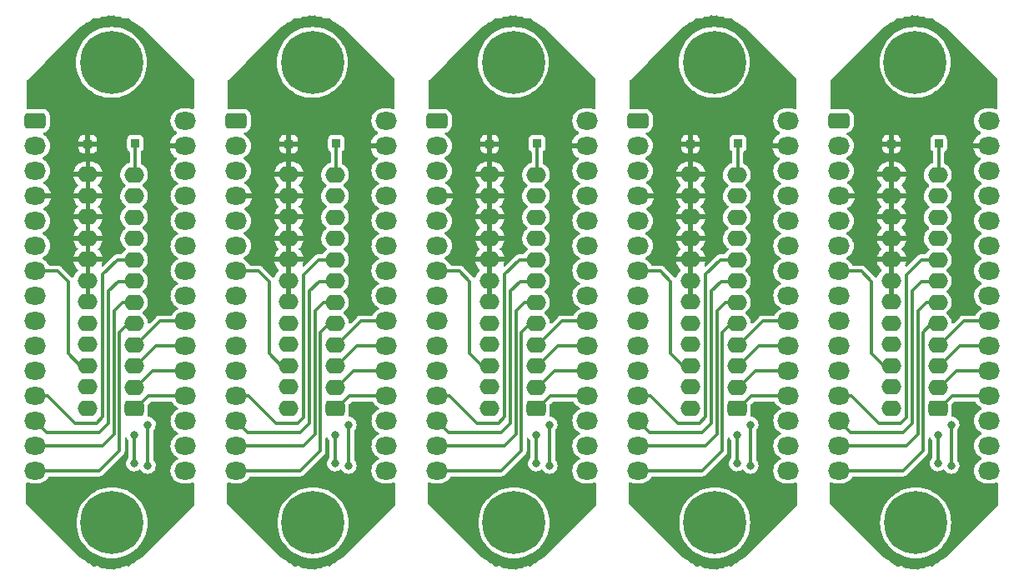
<source format=gtl>
G04 #@! TF.GenerationSoftware,KiCad,Pcbnew,6.0.1-79c1e3a40b~116~ubuntu20.04.1*
G04 #@! TF.CreationDate,2022-01-18T16:31:28+01:00*
G04 #@! TF.ProjectId,5xNano_GPIB,35784e61-6e6f-45f4-9750-49422e6b6963,rev?*
G04 #@! TF.SameCoordinates,Original*
G04 #@! TF.FileFunction,Copper,L1,Top*
G04 #@! TF.FilePolarity,Positive*
%FSLAX46Y46*%
G04 Gerber Fmt 4.6, Leading zero omitted, Abs format (unit mm)*
G04 Created by KiCad (PCBNEW 6.0.1-79c1e3a40b~116~ubuntu20.04.1) date 2022-01-18 16:31:28*
%MOMM*%
%LPD*%
G01*
G04 APERTURE LIST*
G04 Aperture macros list*
%AMRoundRect*
0 Rectangle with rounded corners*
0 $1 Rounding radius*
0 $2 $3 $4 $5 $6 $7 $8 $9 X,Y pos of 4 corners*
0 Add a 4 corners polygon primitive as box body*
4,1,4,$2,$3,$4,$5,$6,$7,$8,$9,$2,$3,0*
0 Add four circle primitives for the rounded corners*
1,1,$1+$1,$2,$3*
1,1,$1+$1,$4,$5*
1,1,$1+$1,$6,$7*
1,1,$1+$1,$8,$9*
0 Add four rect primitives between the rounded corners*
20,1,$1+$1,$2,$3,$4,$5,0*
20,1,$1+$1,$4,$5,$6,$7,0*
20,1,$1+$1,$6,$7,$8,$9,0*
20,1,$1+$1,$8,$9,$2,$3,0*%
G04 Aperture macros list end*
G04 #@! TA.AperFunction,ComponentPad*
%ADD10RoundRect,0.400000X-0.700000X-0.400000X0.700000X-0.400000X0.700000X0.400000X-0.700000X0.400000X0*%
G04 #@! TD*
G04 #@! TA.AperFunction,ComponentPad*
%ADD11O,2.200000X1.800000*%
G04 #@! TD*
G04 #@! TA.AperFunction,ComponentPad*
%ADD12R,0.850000X0.850000*%
G04 #@! TD*
G04 #@! TA.AperFunction,ComponentPad*
%ADD13RoundRect,0.400000X0.600000X-0.400000X0.600000X0.400000X-0.600000X0.400000X-0.600000X-0.400000X0*%
G04 #@! TD*
G04 #@! TA.AperFunction,ComponentPad*
%ADD14O,2.000000X1.600000*%
G04 #@! TD*
G04 #@! TA.AperFunction,ComponentPad*
%ADD15C,6.400000*%
G04 #@! TD*
G04 #@! TA.AperFunction,ComponentPad*
%ADD16C,0.800000*%
G04 #@! TD*
G04 #@! TA.AperFunction,ViaPad*
%ADD17C,0.800000*%
G04 #@! TD*
G04 #@! TA.AperFunction,Conductor*
%ADD18C,0.300000*%
G04 #@! TD*
G04 APERTURE END LIST*
D10*
X114265000Y-83540000D03*
D11*
X114265000Y-86080000D03*
X114265000Y-88620000D03*
X114265000Y-91160000D03*
X114265000Y-93700000D03*
X114265000Y-96240000D03*
X114265000Y-98780000D03*
X114265000Y-101320000D03*
X114265000Y-103860000D03*
X114265000Y-106400000D03*
X114265000Y-108940000D03*
X114265000Y-111480000D03*
X114265000Y-114020000D03*
X114265000Y-116560000D03*
X114265000Y-119100000D03*
X129505000Y-119100000D03*
X129505000Y-116560000D03*
X129505000Y-114020000D03*
X129505000Y-111480000D03*
X129505000Y-108940000D03*
X129505000Y-106400000D03*
X129505000Y-103860000D03*
X129505000Y-101320000D03*
X129505000Y-98780000D03*
X129505000Y-96240000D03*
X129505000Y-93700000D03*
X129505000Y-91160000D03*
X129505000Y-88620000D03*
X129505000Y-86080000D03*
X129505000Y-83540000D03*
D12*
X104015439Y-85829447D03*
X78805439Y-85889447D03*
D13*
X144700000Y-112759000D03*
D14*
X144700000Y-110600000D03*
X144700000Y-108441000D03*
X144700000Y-106282000D03*
X144700000Y-104123000D03*
X144700000Y-101964000D03*
X144700000Y-99805000D03*
X144700000Y-97646000D03*
X144700000Y-95487000D03*
X144700000Y-93328000D03*
X144700000Y-91169000D03*
X144700000Y-89010000D03*
X140020000Y-112734500D03*
X140020000Y-110575500D03*
X140020000Y-108416500D03*
X140020000Y-106257500D03*
X140020000Y-104098500D03*
X140020000Y-101939500D03*
X140020000Y-99780500D03*
X140020000Y-97621500D03*
X140020000Y-95462500D03*
X140020000Y-93303500D03*
X140020000Y-91144500D03*
X140020000Y-88985500D03*
D12*
X99205439Y-85889447D03*
D15*
X101607000Y-77602000D03*
D16*
X99909944Y-79299056D03*
X101607000Y-80002000D03*
X101607000Y-75202000D03*
X103304056Y-75904944D03*
X104007000Y-77602000D03*
X103304056Y-79299056D03*
X99207000Y-77602000D03*
X99909944Y-75904944D03*
D10*
X155065000Y-83540000D03*
D11*
X155065000Y-86080000D03*
X155065000Y-88620000D03*
X155065000Y-91160000D03*
X155065000Y-93700000D03*
X155065000Y-96240000D03*
X155065000Y-98780000D03*
X155065000Y-101320000D03*
X155065000Y-103860000D03*
X155065000Y-106400000D03*
X155065000Y-108940000D03*
X155065000Y-111480000D03*
X155065000Y-114020000D03*
X155065000Y-116560000D03*
X155065000Y-119100000D03*
X170305000Y-119100000D03*
X170305000Y-116560000D03*
X170305000Y-114020000D03*
X170305000Y-111480000D03*
X170305000Y-108940000D03*
X170305000Y-106400000D03*
X170305000Y-103860000D03*
X170305000Y-101320000D03*
X170305000Y-98780000D03*
X170305000Y-96240000D03*
X170305000Y-93700000D03*
X170305000Y-91160000D03*
X170305000Y-88620000D03*
X170305000Y-86080000D03*
X170305000Y-83540000D03*
D16*
X144154056Y-126079056D03*
X140057000Y-124382000D03*
X140759944Y-122684944D03*
X142457000Y-121982000D03*
X142457000Y-126782000D03*
X144154056Y-122684944D03*
D15*
X142457000Y-124382000D03*
D16*
X144857000Y-124382000D03*
X140759944Y-126079056D03*
X160457000Y-124382000D03*
D15*
X162857000Y-124382000D03*
D16*
X161159944Y-122684944D03*
X164554056Y-126079056D03*
X165257000Y-124382000D03*
X162857000Y-126782000D03*
X161159944Y-126079056D03*
X164554056Y-122684944D03*
X162857000Y-121982000D03*
D12*
X165215439Y-85829447D03*
X124415439Y-85829447D03*
D16*
X120309944Y-75904944D03*
X119607000Y-77602000D03*
D15*
X122007000Y-77602000D03*
D16*
X122007000Y-80002000D03*
X123704056Y-75904944D03*
X124407000Y-77602000D03*
X123704056Y-79299056D03*
X122007000Y-75202000D03*
X120309944Y-79299056D03*
D12*
X119605439Y-85889447D03*
D10*
X73465000Y-83540000D03*
D11*
X73465000Y-86080000D03*
X73465000Y-88620000D03*
X73465000Y-91160000D03*
X73465000Y-93700000D03*
X73465000Y-96240000D03*
X73465000Y-98780000D03*
X73465000Y-101320000D03*
X73465000Y-103860000D03*
X73465000Y-106400000D03*
X73465000Y-108940000D03*
X73465000Y-111480000D03*
X73465000Y-114020000D03*
X73465000Y-116560000D03*
X73465000Y-119100000D03*
X88705000Y-119100000D03*
X88705000Y-116560000D03*
X88705000Y-114020000D03*
X88705000Y-111480000D03*
X88705000Y-108940000D03*
X88705000Y-106400000D03*
X88705000Y-103860000D03*
X88705000Y-101320000D03*
X88705000Y-98780000D03*
X88705000Y-96240000D03*
X88705000Y-93700000D03*
X88705000Y-91160000D03*
X88705000Y-88620000D03*
X88705000Y-86080000D03*
X88705000Y-83540000D03*
D16*
X140007000Y-77602000D03*
X144807000Y-77602000D03*
X140709944Y-75904944D03*
X142407000Y-75202000D03*
X144104056Y-75904944D03*
D15*
X142407000Y-77602000D03*
D16*
X144104056Y-79299056D03*
X142407000Y-80002000D03*
X140709944Y-79299056D03*
X120359944Y-122684944D03*
X124457000Y-124382000D03*
D15*
X122057000Y-124382000D03*
D16*
X123754056Y-126079056D03*
X122057000Y-126782000D03*
X119657000Y-124382000D03*
X123754056Y-122684944D03*
X122057000Y-121982000D03*
X120359944Y-126079056D03*
D15*
X81207000Y-77602000D03*
D16*
X81207000Y-80002000D03*
X79509944Y-75904944D03*
X83607000Y-77602000D03*
X82904056Y-79299056D03*
X81207000Y-75202000D03*
X82904056Y-75904944D03*
X78807000Y-77602000D03*
X79509944Y-79299056D03*
D12*
X140005439Y-85889447D03*
D13*
X165100000Y-112759000D03*
D14*
X165100000Y-110600000D03*
X165100000Y-108441000D03*
X165100000Y-106282000D03*
X165100000Y-104123000D03*
X165100000Y-101964000D03*
X165100000Y-99805000D03*
X165100000Y-97646000D03*
X165100000Y-95487000D03*
X165100000Y-93328000D03*
X165100000Y-91169000D03*
X165100000Y-89010000D03*
X160420000Y-112734500D03*
X160420000Y-110575500D03*
X160420000Y-108416500D03*
X160420000Y-106257500D03*
X160420000Y-104098500D03*
X160420000Y-101939500D03*
X160420000Y-99780500D03*
X160420000Y-97621500D03*
X160420000Y-95462500D03*
X160420000Y-93303500D03*
X160420000Y-91144500D03*
X160420000Y-88985500D03*
D10*
X93865000Y-83540000D03*
D11*
X93865000Y-86080000D03*
X93865000Y-88620000D03*
X93865000Y-91160000D03*
X93865000Y-93700000D03*
X93865000Y-96240000D03*
X93865000Y-98780000D03*
X93865000Y-101320000D03*
X93865000Y-103860000D03*
X93865000Y-106400000D03*
X93865000Y-108940000D03*
X93865000Y-111480000D03*
X93865000Y-114020000D03*
X93865000Y-116560000D03*
X93865000Y-119100000D03*
X109105000Y-119100000D03*
X109105000Y-116560000D03*
X109105000Y-114020000D03*
X109105000Y-111480000D03*
X109105000Y-108940000D03*
X109105000Y-106400000D03*
X109105000Y-103860000D03*
X109105000Y-101320000D03*
X109105000Y-98780000D03*
X109105000Y-96240000D03*
X109105000Y-93700000D03*
X109105000Y-91160000D03*
X109105000Y-88620000D03*
X109105000Y-86080000D03*
X109105000Y-83540000D03*
D16*
X78857000Y-124382000D03*
X79559944Y-126079056D03*
X79559944Y-122684944D03*
X83657000Y-124382000D03*
X82954056Y-122684944D03*
X81257000Y-121982000D03*
X82954056Y-126079056D03*
X81257000Y-126782000D03*
D15*
X81257000Y-124382000D03*
D10*
X134665000Y-83540000D03*
D11*
X134665000Y-86080000D03*
X134665000Y-88620000D03*
X134665000Y-91160000D03*
X134665000Y-93700000D03*
X134665000Y-96240000D03*
X134665000Y-98780000D03*
X134665000Y-101320000D03*
X134665000Y-103860000D03*
X134665000Y-106400000D03*
X134665000Y-108940000D03*
X134665000Y-111480000D03*
X134665000Y-114020000D03*
X134665000Y-116560000D03*
X134665000Y-119100000D03*
X149905000Y-119100000D03*
X149905000Y-116560000D03*
X149905000Y-114020000D03*
X149905000Y-111480000D03*
X149905000Y-108940000D03*
X149905000Y-106400000D03*
X149905000Y-103860000D03*
X149905000Y-101320000D03*
X149905000Y-98780000D03*
X149905000Y-96240000D03*
X149905000Y-93700000D03*
X149905000Y-91160000D03*
X149905000Y-88620000D03*
X149905000Y-86080000D03*
X149905000Y-83540000D03*
D13*
X83500000Y-112759000D03*
D14*
X83500000Y-110600000D03*
X83500000Y-108441000D03*
X83500000Y-106282000D03*
X83500000Y-104123000D03*
X83500000Y-101964000D03*
X83500000Y-99805000D03*
X83500000Y-97646000D03*
X83500000Y-95487000D03*
X83500000Y-93328000D03*
X83500000Y-91169000D03*
X83500000Y-89010000D03*
X78820000Y-112734500D03*
X78820000Y-110575500D03*
X78820000Y-108416500D03*
X78820000Y-106257500D03*
X78820000Y-104098500D03*
X78820000Y-101939500D03*
X78820000Y-99780500D03*
X78820000Y-97621500D03*
X78820000Y-95462500D03*
X78820000Y-93303500D03*
X78820000Y-91144500D03*
X78820000Y-88985500D03*
D16*
X99257000Y-124382000D03*
X99959944Y-126079056D03*
X101657000Y-121982000D03*
X101657000Y-126782000D03*
X103354056Y-126079056D03*
X99959944Y-122684944D03*
X104057000Y-124382000D03*
X103354056Y-122684944D03*
D15*
X101657000Y-124382000D03*
D12*
X83615439Y-85829447D03*
X160405439Y-85889447D03*
D16*
X165207000Y-77602000D03*
X164504056Y-79299056D03*
X164504056Y-75904944D03*
X162807000Y-80002000D03*
X160407000Y-77602000D03*
X162807000Y-75202000D03*
D15*
X162807000Y-77602000D03*
D16*
X161109944Y-79299056D03*
X161109944Y-75904944D03*
D12*
X144815439Y-85829447D03*
D13*
X124300000Y-112759000D03*
D14*
X124300000Y-110600000D03*
X124300000Y-108441000D03*
X124300000Y-106282000D03*
X124300000Y-104123000D03*
X124300000Y-101964000D03*
X124300000Y-99805000D03*
X124300000Y-97646000D03*
X124300000Y-95487000D03*
X124300000Y-93328000D03*
X124300000Y-91169000D03*
X124300000Y-89010000D03*
X119620000Y-112734500D03*
X119620000Y-110575500D03*
X119620000Y-108416500D03*
X119620000Y-106257500D03*
X119620000Y-104098500D03*
X119620000Y-101939500D03*
X119620000Y-99780500D03*
X119620000Y-97621500D03*
X119620000Y-95462500D03*
X119620000Y-93303500D03*
X119620000Y-91144500D03*
X119620000Y-88985500D03*
D13*
X103900000Y-112759000D03*
D14*
X103900000Y-110600000D03*
X103900000Y-108441000D03*
X103900000Y-106282000D03*
X103900000Y-104123000D03*
X103900000Y-101964000D03*
X103900000Y-99805000D03*
X103900000Y-97646000D03*
X103900000Y-95487000D03*
X103900000Y-93328000D03*
X103900000Y-91169000D03*
X103900000Y-89010000D03*
X99220000Y-112734500D03*
X99220000Y-110575500D03*
X99220000Y-108416500D03*
X99220000Y-106257500D03*
X99220000Y-104098500D03*
X99220000Y-101939500D03*
X99220000Y-99780500D03*
X99220000Y-97621500D03*
X99220000Y-95462500D03*
X99220000Y-93303500D03*
X99220000Y-91144500D03*
X99220000Y-88985500D03*
D17*
X134747000Y-81752000D03*
X94777000Y-78912000D03*
X156017000Y-123202000D03*
X155137000Y-120972000D03*
X134737000Y-120972000D03*
X85357000Y-113282000D03*
X126157000Y-113282000D03*
X93947000Y-81752000D03*
X114347000Y-81752000D03*
X169457000Y-79052000D03*
X149057000Y-79052000D03*
X166957000Y-113282000D03*
X169497000Y-123172000D03*
X129637000Y-81812000D03*
X150007000Y-121112000D03*
X128657000Y-79052000D03*
X109237000Y-81812000D03*
X115177000Y-78912000D03*
X129607000Y-121112000D03*
X170407000Y-121112000D03*
X135617000Y-123202000D03*
X114337000Y-120972000D03*
X74377000Y-78912000D03*
X108297000Y-123172000D03*
X73537000Y-120972000D03*
X88837000Y-81812000D03*
X155977000Y-78912000D03*
X94817000Y-123202000D03*
X146557000Y-113282000D03*
X105757000Y-113282000D03*
X88807000Y-121112000D03*
X87857000Y-79052000D03*
X128697000Y-123172000D03*
X93937000Y-120972000D03*
X108257000Y-79052000D03*
X115217000Y-123202000D03*
X150037000Y-81812000D03*
X109207000Y-121112000D03*
X73547000Y-81752000D03*
X149097000Y-123172000D03*
X135577000Y-78912000D03*
X74417000Y-123202000D03*
X170437000Y-81812000D03*
X155147000Y-81752000D03*
X87897000Y-123172000D03*
X83498000Y-118338000D03*
X124298000Y-118338000D03*
X83498000Y-115417000D03*
X144698000Y-118338000D03*
X144698000Y-115417000D03*
X124298000Y-115417000D03*
X103898000Y-115417000D03*
X103898000Y-118338000D03*
X165098000Y-115417000D03*
X165098000Y-118338000D03*
X166495000Y-114401000D03*
X105295000Y-114401000D03*
X166495000Y-118592000D03*
X125695000Y-118592000D03*
X146095000Y-114401000D03*
X84895000Y-118592000D03*
X84895000Y-114401000D03*
X146095000Y-118592000D03*
X125695000Y-114401000D03*
X105295000Y-118592000D03*
D18*
X160399000Y-91160000D02*
X160411700Y-91172700D01*
X119611700Y-85835708D02*
X119585439Y-85809447D01*
X160411700Y-91172700D02*
X160411700Y-101840700D01*
X140011700Y-91172700D02*
X140011700Y-101840700D01*
X78811700Y-101840700D02*
X78799000Y-101828000D01*
X99211700Y-101840700D02*
X99199000Y-101828000D01*
X78811700Y-85835708D02*
X78785439Y-85809447D01*
X99211700Y-85835708D02*
X99185439Y-85809447D01*
X140011700Y-101840700D02*
X139999000Y-101828000D01*
X119599000Y-91160000D02*
X119611700Y-91172700D01*
X160411700Y-101840700D02*
X160399000Y-101828000D01*
X99211700Y-91172700D02*
X99211700Y-101840700D01*
X99199000Y-91160000D02*
X99211700Y-91172700D01*
X160411700Y-85835708D02*
X160385439Y-85809447D01*
X119611700Y-101840700D02*
X119599000Y-101828000D01*
X140011700Y-85835708D02*
X139985439Y-85809447D01*
X119611700Y-91172700D02*
X119611700Y-101840700D01*
X78799000Y-91160000D02*
X78811700Y-91172700D01*
X139999000Y-91160000D02*
X140011700Y-91172700D01*
X78811700Y-91172700D02*
X78811700Y-101840700D01*
X118837000Y-108432000D02*
X119599000Y-108432000D01*
X158397000Y-99847000D02*
X158397000Y-107192000D01*
X97197000Y-99847000D02*
X97197000Y-107192000D01*
X116530000Y-98780000D02*
X117597000Y-99847000D01*
X159637000Y-108432000D02*
X160399000Y-108432000D01*
X155065000Y-98780000D02*
X157330000Y-98780000D01*
X75730000Y-98780000D02*
X76797000Y-99847000D01*
X117597000Y-99847000D02*
X117597000Y-107192000D01*
X137997000Y-107192000D02*
X139237000Y-108432000D01*
X157330000Y-98780000D02*
X158397000Y-99847000D01*
X73465000Y-98780000D02*
X75730000Y-98780000D01*
X117597000Y-107192000D02*
X118837000Y-108432000D01*
X76797000Y-107192000D02*
X78037000Y-108432000D01*
X137997000Y-99847000D02*
X137997000Y-107192000D01*
X78037000Y-108432000D02*
X78799000Y-108432000D01*
X158397000Y-107192000D02*
X159637000Y-108432000D01*
X76797000Y-99847000D02*
X76797000Y-107192000D01*
X114265000Y-98780000D02*
X116530000Y-98780000D01*
X98437000Y-108432000D02*
X99199000Y-108432000D01*
X93865000Y-98780000D02*
X96130000Y-98780000D01*
X96130000Y-98780000D02*
X97197000Y-99847000D01*
X134665000Y-98780000D02*
X136930000Y-98780000D01*
X139237000Y-108432000D02*
X139999000Y-108432000D01*
X97197000Y-107192000D02*
X98437000Y-108432000D01*
X136930000Y-98780000D02*
X137997000Y-99847000D01*
X83498000Y-118338000D02*
X83498000Y-115417000D01*
X144698000Y-118338000D02*
X144698000Y-115417000D01*
X165098000Y-118338000D02*
X165098000Y-115417000D01*
X124298000Y-118338000D02*
X124298000Y-115417000D01*
X103898000Y-118338000D02*
X103898000Y-115417000D01*
X166495000Y-118592000D02*
X166495000Y-114401000D01*
X146095000Y-118592000D02*
X146095000Y-114401000D01*
X84895000Y-118592000D02*
X84895000Y-114401000D01*
X125695000Y-118592000D02*
X125695000Y-114401000D01*
X105295000Y-118592000D02*
X105295000Y-114401000D01*
X103885300Y-97649700D02*
X103898000Y-97637000D01*
X124285300Y-97649700D02*
X124298000Y-97637000D01*
X80330000Y-99154000D02*
X81834300Y-97649700D01*
X165085300Y-97649700D02*
X165098000Y-97637000D01*
X118329000Y-114274000D02*
X120488000Y-114274000D01*
X163434300Y-97649700D02*
X165085300Y-97649700D01*
X73465000Y-111480000D02*
X74735000Y-111480000D01*
X97929000Y-114274000D02*
X100088000Y-114274000D01*
X80330000Y-113632000D02*
X80330000Y-99154000D01*
X83485300Y-97649700D02*
X83498000Y-97637000D01*
X143034300Y-97649700D02*
X144685300Y-97649700D01*
X114265000Y-111480000D02*
X115535000Y-111480000D01*
X138729000Y-114274000D02*
X140888000Y-114274000D01*
X100710000Y-113652000D02*
X100710000Y-99174000D01*
X74735000Y-111480000D02*
X77529000Y-114274000D01*
X77529000Y-114274000D02*
X79688000Y-114274000D01*
X120488000Y-114274000D02*
X121130000Y-113632000D01*
X161288000Y-114274000D02*
X161920000Y-113642000D01*
X161920000Y-99164000D02*
X163434300Y-97649700D01*
X156335000Y-111480000D02*
X159129000Y-114274000D01*
X140888000Y-114274000D02*
X141540000Y-113622000D01*
X115535000Y-111480000D02*
X118329000Y-114274000D01*
X144685300Y-97649700D02*
X144698000Y-97637000D01*
X100710000Y-99174000D02*
X102234300Y-97649700D01*
X79688000Y-114274000D02*
X80330000Y-113632000D01*
X161920000Y-113642000D02*
X161920000Y-99164000D01*
X122634300Y-97649700D02*
X124285300Y-97649700D01*
X155065000Y-111480000D02*
X156335000Y-111480000D01*
X93865000Y-111480000D02*
X95135000Y-111480000D01*
X134665000Y-111480000D02*
X135935000Y-111480000D01*
X121130000Y-99154000D02*
X122634300Y-97649700D01*
X159129000Y-114274000D02*
X161288000Y-114274000D01*
X121130000Y-113632000D02*
X121130000Y-99154000D01*
X100088000Y-114274000D02*
X100710000Y-113652000D01*
X141540000Y-99144000D02*
X143034300Y-97649700D01*
X81834300Y-97649700D02*
X83485300Y-97649700D01*
X141540000Y-113622000D02*
X141540000Y-99144000D01*
X135935000Y-111480000D02*
X138729000Y-114274000D01*
X95135000Y-111480000D02*
X97929000Y-114274000D01*
X102234300Y-97649700D02*
X103885300Y-97649700D01*
X165161500Y-99859500D02*
X165225000Y-99923000D01*
X81884500Y-99859500D02*
X83612300Y-99859500D01*
X161581022Y-115163000D02*
X162507000Y-114237022D01*
X143084500Y-99859500D02*
X144812300Y-99859500D01*
X121703666Y-100840334D02*
X122684500Y-99859500D01*
X73465000Y-114020000D02*
X74608000Y-115163000D01*
X95008000Y-115163000D02*
X100381022Y-115163000D01*
X124361500Y-99859500D02*
X124425000Y-99923000D01*
X83561500Y-99859500D02*
X83625000Y-99923000D01*
X142103666Y-100840334D02*
X143084500Y-99859500D01*
X102284500Y-99859500D02*
X104012300Y-99859500D01*
X122684500Y-99859500D02*
X124412300Y-99859500D01*
X162503666Y-100840334D02*
X163484500Y-99859500D01*
X115408000Y-115163000D02*
X120781022Y-115163000D01*
X144761500Y-99859500D02*
X144825000Y-99923000D01*
X114265000Y-114020000D02*
X115408000Y-115163000D01*
X93865000Y-114020000D02*
X95008000Y-115163000D01*
X103961500Y-99859500D02*
X104025000Y-99923000D01*
X101303666Y-100840334D02*
X102284500Y-99859500D01*
X134665000Y-114020000D02*
X135808000Y-115163000D01*
X155065000Y-114020000D02*
X156208000Y-115163000D01*
X79981022Y-115163000D02*
X80907000Y-114237022D01*
X101303666Y-114237022D02*
X101303666Y-100840334D01*
X163484500Y-99859500D02*
X165212300Y-99859500D01*
X141181022Y-115163000D02*
X142107000Y-114237022D01*
X74608000Y-115163000D02*
X79981022Y-115163000D01*
X80903666Y-100840334D02*
X81884500Y-99859500D01*
X142103666Y-114237022D02*
X142103666Y-100840334D01*
X135808000Y-115163000D02*
X141181022Y-115163000D01*
X120781022Y-115163000D02*
X121707000Y-114237022D01*
X100381022Y-115163000D02*
X101307000Y-114237022D01*
X156208000Y-115163000D02*
X161581022Y-115163000D01*
X162503666Y-114237022D02*
X162503666Y-100840334D01*
X80903666Y-114237022D02*
X80903666Y-100840334D01*
X121703666Y-114237022D02*
X121703666Y-100840334D01*
X163110332Y-102843668D02*
X163935500Y-102018500D01*
X121134011Y-116560000D02*
X122317000Y-115377011D01*
X142710332Y-115377011D02*
X142710332Y-102843668D01*
X101910332Y-115377011D02*
X101910332Y-102843668D01*
X114265000Y-116560000D02*
X121134011Y-116560000D01*
X81510332Y-102843668D02*
X82335500Y-102018500D01*
X82335500Y-102018500D02*
X83612300Y-102018500D01*
X102735500Y-102018500D02*
X104012300Y-102018500D01*
X142710332Y-102843668D02*
X143535500Y-102018500D01*
X93865000Y-116560000D02*
X100734011Y-116560000D01*
X134665000Y-116560000D02*
X141534011Y-116560000D01*
X141534011Y-116560000D02*
X142717000Y-115377011D01*
X122310332Y-115377011D02*
X122310332Y-102843668D01*
X163110332Y-115377011D02*
X163110332Y-102843668D01*
X163935500Y-102018500D02*
X165212300Y-102018500D01*
X143535500Y-102018500D02*
X144812300Y-102018500D01*
X123135500Y-102018500D02*
X124412300Y-102018500D01*
X73465000Y-116560000D02*
X80334011Y-116560000D01*
X100734011Y-116560000D02*
X101917000Y-115377011D01*
X80334011Y-116560000D02*
X81517000Y-115377011D01*
X81510332Y-115377011D02*
X81510332Y-102843668D01*
X161934011Y-116560000D02*
X163117000Y-115377011D01*
X101910332Y-102843668D02*
X102735500Y-102018500D01*
X155065000Y-116560000D02*
X161934011Y-116560000D01*
X122310332Y-102843668D02*
X123135500Y-102018500D01*
X161574000Y-119100000D02*
X163600000Y-117074000D01*
X144015700Y-104228300D02*
X144812300Y-104228300D01*
X93865000Y-119100000D02*
X100374000Y-119100000D01*
X144812300Y-104228300D02*
X144825000Y-104241000D01*
X163600000Y-117074000D02*
X163600000Y-105044000D01*
X83612300Y-104228300D02*
X83625000Y-104241000D01*
X73465000Y-119100000D02*
X79974000Y-119100000D01*
X155065000Y-119100000D02*
X161574000Y-119100000D01*
X104012300Y-104228300D02*
X104025000Y-104241000D01*
X82000000Y-105044000D02*
X82815700Y-104228300D01*
X100374000Y-119100000D02*
X102390000Y-117084000D01*
X102390000Y-105054000D02*
X103215700Y-104228300D01*
X134665000Y-119100000D02*
X141174000Y-119100000D01*
X122810000Y-105034000D02*
X123615700Y-104228300D01*
X165212300Y-104228300D02*
X165225000Y-104241000D01*
X141174000Y-119100000D02*
X143200000Y-117074000D01*
X122810000Y-117064000D02*
X122810000Y-105034000D01*
X114265000Y-119100000D02*
X120774000Y-119100000D01*
X143200000Y-117074000D02*
X143200000Y-105044000D01*
X120774000Y-119100000D02*
X122810000Y-117064000D01*
X123615700Y-104228300D02*
X124412300Y-104228300D01*
X124412300Y-104228300D02*
X124425000Y-104241000D01*
X143200000Y-105044000D02*
X144015700Y-104228300D01*
X82815700Y-104228300D02*
X83612300Y-104228300D01*
X164415700Y-104228300D02*
X165212300Y-104228300D01*
X163600000Y-105044000D02*
X164415700Y-104228300D01*
X102390000Y-117084000D02*
X102390000Y-105054000D01*
X103215700Y-104228300D02*
X104012300Y-104228300D01*
X79974000Y-119100000D02*
X82000000Y-117074000D01*
X82000000Y-117074000D02*
X82000000Y-105044000D01*
X124415439Y-85809447D02*
X124415439Y-89010561D01*
X165215439Y-89010561D02*
X165212300Y-89013700D01*
X83615439Y-85809447D02*
X83615439Y-89010561D01*
X165215439Y-85809447D02*
X165215439Y-89010561D01*
X104015439Y-89010561D02*
X104012300Y-89013700D01*
X124415439Y-89010561D02*
X124412300Y-89013700D01*
X144815439Y-89010561D02*
X144812300Y-89013700D01*
X144815439Y-85809447D02*
X144815439Y-89010561D01*
X83615439Y-89010561D02*
X83612300Y-89013700D01*
X104015439Y-85809447D02*
X104015439Y-89010561D01*
X105396600Y-111480000D02*
X109105000Y-111480000D01*
X144812300Y-112864300D02*
X146196600Y-111480000D01*
X83612300Y-112864300D02*
X84996600Y-111480000D01*
X166596600Y-111480000D02*
X170305000Y-111480000D01*
X125796600Y-111480000D02*
X129505000Y-111480000D01*
X165212300Y-112864300D02*
X166596600Y-111480000D01*
X124412300Y-112864300D02*
X125796600Y-111480000D01*
X104012300Y-112864300D02*
X105396600Y-111480000D01*
X146196600Y-111480000D02*
X149905000Y-111480000D01*
X84996600Y-111480000D02*
X88705000Y-111480000D01*
X104012300Y-110705300D02*
X105777600Y-108940000D01*
X146577600Y-108940000D02*
X149905000Y-108940000D01*
X165212300Y-110705300D02*
X166977600Y-108940000D01*
X126177600Y-108940000D02*
X129505000Y-108940000D01*
X83612300Y-110705300D02*
X85377600Y-108940000D01*
X166977600Y-108940000D02*
X170305000Y-108940000D01*
X85377600Y-108940000D02*
X88705000Y-108940000D01*
X105777600Y-108940000D02*
X109105000Y-108940000D01*
X144812300Y-110705300D02*
X146577600Y-108940000D01*
X124412300Y-110705300D02*
X126177600Y-108940000D01*
X146958600Y-106400000D02*
X149905000Y-106400000D01*
X165212300Y-108546300D02*
X167358600Y-106400000D01*
X124412300Y-108546300D02*
X126558600Y-106400000D01*
X104012300Y-108546300D02*
X106158600Y-106400000D01*
X126558600Y-106400000D02*
X129505000Y-106400000D01*
X144812300Y-108546300D02*
X146958600Y-106400000D01*
X167358600Y-106400000D02*
X170305000Y-106400000D01*
X106158600Y-106400000D02*
X109105000Y-106400000D01*
X83612300Y-108546300D02*
X85758600Y-106400000D01*
X85758600Y-106400000D02*
X88705000Y-106400000D01*
X167734000Y-103860000D02*
X170305000Y-103860000D01*
X165212300Y-106381700D02*
X167734000Y-103860000D01*
X124412300Y-106387300D02*
X124412300Y-106381700D01*
X104012300Y-106381700D02*
X106534000Y-103860000D01*
X124412300Y-106381700D02*
X126934000Y-103860000D01*
X104012300Y-106387300D02*
X104012300Y-106381700D01*
X126934000Y-103860000D02*
X129505000Y-103860000D01*
X86134000Y-103860000D02*
X88705000Y-103860000D01*
X83612300Y-106381700D02*
X86134000Y-103860000D01*
X106534000Y-103860000D02*
X109105000Y-103860000D01*
X147334000Y-103860000D02*
X149905000Y-103860000D01*
X144812300Y-106381700D02*
X147334000Y-103860000D01*
X83612300Y-106387300D02*
X83612300Y-106381700D01*
X144812300Y-106387300D02*
X144812300Y-106381700D01*
X165212300Y-106387300D02*
X165212300Y-106381700D01*
G04 #@! TA.AperFunction,Conductor*
G36*
X168914802Y-112050185D02*
G01*
X168960145Y-112102096D01*
X168974432Y-112132734D01*
X168977539Y-112137171D01*
X168977540Y-112137173D01*
X169101847Y-112314704D01*
X169101851Y-112314708D01*
X169104953Y-112319139D01*
X169265861Y-112480047D01*
X169270292Y-112483149D01*
X169270296Y-112483153D01*
X169441303Y-112602892D01*
X169452266Y-112610568D01*
X169457177Y-112612858D01*
X169510275Y-112637618D01*
X169562714Y-112683790D01*
X169581866Y-112750984D01*
X169561650Y-112817865D01*
X169510276Y-112862382D01*
X169452266Y-112889432D01*
X169447829Y-112892539D01*
X169447827Y-112892540D01*
X169270296Y-113016847D01*
X169270292Y-113016851D01*
X169265861Y-113019953D01*
X169104953Y-113180861D01*
X169101851Y-113185292D01*
X169101847Y-113185296D01*
X169058701Y-113246916D01*
X168974432Y-113367266D01*
X168972142Y-113372177D01*
X168880550Y-113568594D01*
X168880548Y-113568600D01*
X168878261Y-113573504D01*
X168819365Y-113793308D01*
X168818894Y-113798693D01*
X168818893Y-113798698D01*
X168808383Y-113918827D01*
X168799532Y-114020000D01*
X168800004Y-114025395D01*
X168817854Y-114229419D01*
X168819365Y-114246692D01*
X168878261Y-114466496D01*
X168880548Y-114471400D01*
X168880550Y-114471406D01*
X168955390Y-114631899D01*
X168974432Y-114672734D01*
X168977539Y-114677171D01*
X168977540Y-114677173D01*
X169101847Y-114854704D01*
X169101851Y-114854708D01*
X169104953Y-114859139D01*
X169265861Y-115020047D01*
X169270292Y-115023149D01*
X169270296Y-115023153D01*
X169447827Y-115147460D01*
X169452266Y-115150568D01*
X169457177Y-115152858D01*
X169510275Y-115177618D01*
X169562714Y-115223790D01*
X169581866Y-115290984D01*
X169561650Y-115357865D01*
X169510276Y-115402382D01*
X169452266Y-115429432D01*
X169447829Y-115432539D01*
X169447827Y-115432540D01*
X169270296Y-115556847D01*
X169270292Y-115556851D01*
X169265861Y-115559953D01*
X169104953Y-115720861D01*
X169101851Y-115725292D01*
X169101847Y-115725296D01*
X168977711Y-115902583D01*
X168974432Y-115907266D01*
X168972142Y-115912177D01*
X168880550Y-116108594D01*
X168880548Y-116108600D01*
X168878261Y-116113504D01*
X168819365Y-116333308D01*
X168818894Y-116338693D01*
X168818893Y-116338698D01*
X168812986Y-116406215D01*
X168799532Y-116560000D01*
X168819365Y-116786692D01*
X168878261Y-117006496D01*
X168880548Y-117011400D01*
X168880550Y-117011406D01*
X168950503Y-117161419D01*
X168974432Y-117212734D01*
X168977539Y-117217171D01*
X168977540Y-117217173D01*
X169101847Y-117394704D01*
X169101851Y-117394708D01*
X169104953Y-117399139D01*
X169265861Y-117560047D01*
X169270292Y-117563149D01*
X169270296Y-117563153D01*
X169447827Y-117687460D01*
X169452266Y-117690568D01*
X169482133Y-117704495D01*
X169510275Y-117717618D01*
X169562714Y-117763790D01*
X169581866Y-117830984D01*
X169561650Y-117897865D01*
X169510276Y-117942382D01*
X169452266Y-117969432D01*
X169447829Y-117972539D01*
X169447827Y-117972540D01*
X169270296Y-118096847D01*
X169270292Y-118096851D01*
X169265861Y-118099953D01*
X169104953Y-118260861D01*
X169101851Y-118265292D01*
X169101847Y-118265296D01*
X169002639Y-118406982D01*
X168974432Y-118447266D01*
X168972142Y-118452177D01*
X168880550Y-118648594D01*
X168880548Y-118648600D01*
X168878261Y-118653504D01*
X168819365Y-118873308D01*
X168818894Y-118878693D01*
X168818893Y-118878698D01*
X168800538Y-119088497D01*
X168799532Y-119100000D01*
X168800004Y-119105395D01*
X168818207Y-119313452D01*
X168819365Y-119326692D01*
X168878261Y-119546496D01*
X168880548Y-119551400D01*
X168880550Y-119551406D01*
X168922757Y-119641917D01*
X168974432Y-119752734D01*
X168977539Y-119757171D01*
X168977540Y-119757173D01*
X169101847Y-119934704D01*
X169101851Y-119934708D01*
X169104953Y-119939139D01*
X169265861Y-120100047D01*
X169270292Y-120103149D01*
X169270296Y-120103153D01*
X169447827Y-120227460D01*
X169452266Y-120230568D01*
X169457177Y-120232858D01*
X169653594Y-120324450D01*
X169653600Y-120324452D01*
X169658504Y-120326739D01*
X169878308Y-120385635D01*
X169883693Y-120386106D01*
X169883698Y-120386107D01*
X170045515Y-120400264D01*
X170045522Y-120400264D01*
X170048216Y-120400500D01*
X170561784Y-120400500D01*
X170564478Y-120400264D01*
X170564485Y-120400264D01*
X170726302Y-120386107D01*
X170726307Y-120386106D01*
X170731692Y-120385635D01*
X170951496Y-120326739D01*
X170997709Y-120305190D01*
X171026912Y-120291572D01*
X171095990Y-120281080D01*
X171159774Y-120309600D01*
X171198013Y-120368076D01*
X171203317Y-120403871D01*
X171203883Y-121250146D01*
X171204763Y-122568629D01*
X171185124Y-122635680D01*
X171168340Y-122656497D01*
X170190035Y-123632387D01*
X166130030Y-127682369D01*
X166115619Y-127694696D01*
X165193854Y-128368288D01*
X165183622Y-128375015D01*
X164942518Y-128517026D01*
X164711427Y-128696516D01*
X164708627Y-128699333D01*
X164708625Y-128699335D01*
X164616716Y-128791809D01*
X164555496Y-128825482D01*
X164491759Y-128820381D01*
X164491368Y-128821903D01*
X164332177Y-128781030D01*
X164209075Y-128781030D01*
X164205215Y-128781518D01*
X164205209Y-128781518D01*
X164094683Y-128795481D01*
X164094682Y-128795481D01*
X164086942Y-128796459D01*
X164079690Y-128799330D01*
X164079687Y-128799331D01*
X164026522Y-128820381D01*
X163934129Y-128856962D01*
X163801163Y-128953567D01*
X163796191Y-128959577D01*
X163796190Y-128959578D01*
X163794221Y-128961959D01*
X163792205Y-128963321D01*
X163790502Y-128964920D01*
X163790244Y-128964645D01*
X163736322Y-129001067D01*
X163667839Y-129003024D01*
X163582177Y-128981030D01*
X163459075Y-128981030D01*
X163455215Y-128981518D01*
X163455209Y-128981518D01*
X163344683Y-128995481D01*
X163344682Y-128995481D01*
X163336942Y-128996459D01*
X163329690Y-128999330D01*
X163329687Y-128999331D01*
X163263189Y-129025660D01*
X163184129Y-129056962D01*
X163112493Y-129109008D01*
X163046687Y-129132487D01*
X162995644Y-129124254D01*
X162991368Y-129121903D01*
X162832177Y-129081030D01*
X162709075Y-129081030D01*
X162705215Y-129081518D01*
X162705209Y-129081518D01*
X162594683Y-129095481D01*
X162594682Y-129095481D01*
X162586942Y-129096459D01*
X162517424Y-129123983D01*
X162514671Y-129125073D01*
X162445093Y-129131449D01*
X162396140Y-129110098D01*
X162391077Y-129106419D01*
X162385393Y-129101082D01*
X162367147Y-129091051D01*
X162248203Y-129025660D01*
X162248199Y-129025658D01*
X162241368Y-129021903D01*
X162082177Y-128981030D01*
X161959075Y-128981030D01*
X161955215Y-128981518D01*
X161955209Y-128981518D01*
X161850776Y-128994711D01*
X161781798Y-128983584D01*
X161750352Y-128962082D01*
X161691076Y-128906419D01*
X161685393Y-128901082D01*
X161678565Y-128897328D01*
X161678562Y-128897326D01*
X161548203Y-128825660D01*
X161548199Y-128825658D01*
X161541368Y-128821903D01*
X161382177Y-128781030D01*
X161259075Y-128781030D01*
X161255215Y-128781518D01*
X161255209Y-128781518D01*
X161144683Y-128795481D01*
X161144682Y-128795481D01*
X161136942Y-128796459D01*
X161024853Y-128840838D01*
X160955277Y-128847215D01*
X160891258Y-128812958D01*
X160778670Y-128699678D01*
X160778660Y-128699669D01*
X160775867Y-128696859D01*
X160544776Y-128517368D01*
X160541350Y-128515350D01*
X160541344Y-128515346D01*
X160300117Y-128373264D01*
X160290490Y-128366975D01*
X159358325Y-127694350D01*
X159343122Y-127681395D01*
X156049911Y-124382000D01*
X159251559Y-124382000D01*
X159271310Y-124758871D01*
X159330347Y-125131613D01*
X159428022Y-125496143D01*
X159429180Y-125499159D01*
X159429182Y-125499166D01*
X159562102Y-125845434D01*
X159562106Y-125845442D01*
X159563266Y-125848465D01*
X159734597Y-126184720D01*
X159736363Y-126187440D01*
X159736368Y-126187448D01*
X159938365Y-126498497D01*
X159940137Y-126501225D01*
X159942178Y-126503745D01*
X159942182Y-126503751D01*
X160175595Y-126791992D01*
X160177635Y-126794511D01*
X160444489Y-127061365D01*
X160447006Y-127063403D01*
X160447008Y-127063405D01*
X160735249Y-127296818D01*
X160735255Y-127296822D01*
X160737775Y-127298863D01*
X160740498Y-127300631D01*
X160740503Y-127300635D01*
X161008843Y-127474897D01*
X161054279Y-127504403D01*
X161390535Y-127675734D01*
X161393558Y-127676894D01*
X161393566Y-127676898D01*
X161739834Y-127809818D01*
X161739841Y-127809820D01*
X161742857Y-127810978D01*
X162107387Y-127908653D01*
X162480129Y-127967690D01*
X162483361Y-127967859D01*
X162483367Y-127967860D01*
X162853756Y-127987271D01*
X162857000Y-127987441D01*
X162860244Y-127987271D01*
X163230633Y-127967860D01*
X163230639Y-127967859D01*
X163233871Y-127967690D01*
X163606613Y-127908653D01*
X163971143Y-127810978D01*
X163974159Y-127809820D01*
X163974166Y-127809818D01*
X164320434Y-127676898D01*
X164320442Y-127676894D01*
X164323465Y-127675734D01*
X164659721Y-127504403D01*
X164705157Y-127474897D01*
X164973497Y-127300635D01*
X164973502Y-127300631D01*
X164976225Y-127298863D01*
X164978745Y-127296822D01*
X164978751Y-127296818D01*
X165266992Y-127063405D01*
X165266994Y-127063403D01*
X165269511Y-127061365D01*
X165536365Y-126794511D01*
X165538405Y-126791992D01*
X165771818Y-126503751D01*
X165771822Y-126503745D01*
X165773863Y-126501225D01*
X165775635Y-126498497D01*
X165977632Y-126187448D01*
X165977637Y-126187440D01*
X165979403Y-126184720D01*
X166150734Y-125848465D01*
X166151894Y-125845442D01*
X166151898Y-125845434D01*
X166284818Y-125499166D01*
X166284820Y-125499159D01*
X166285978Y-125496143D01*
X166383653Y-125131613D01*
X166442690Y-124758871D01*
X166462441Y-124382000D01*
X166442690Y-124005129D01*
X166383653Y-123632387D01*
X166285978Y-123267857D01*
X166284818Y-123264834D01*
X166151898Y-122918566D01*
X166151894Y-122918558D01*
X166150734Y-122915535D01*
X165979403Y-122579280D01*
X165977637Y-122576560D01*
X165977632Y-122576552D01*
X165775635Y-122265503D01*
X165775631Y-122265498D01*
X165773863Y-122262775D01*
X165771822Y-122260255D01*
X165771818Y-122260249D01*
X165538405Y-121972008D01*
X165538403Y-121972006D01*
X165536365Y-121969489D01*
X165269511Y-121702635D01*
X165266992Y-121700595D01*
X164978751Y-121467182D01*
X164978745Y-121467178D01*
X164976225Y-121465137D01*
X164973502Y-121463369D01*
X164973497Y-121463365D01*
X164662448Y-121261368D01*
X164659721Y-121259597D01*
X164323465Y-121088266D01*
X164320442Y-121087106D01*
X164320434Y-121087102D01*
X163974166Y-120954182D01*
X163974159Y-120954180D01*
X163971143Y-120953022D01*
X163606613Y-120855347D01*
X163233871Y-120796310D01*
X163230639Y-120796141D01*
X163230633Y-120796140D01*
X162860244Y-120776729D01*
X162857000Y-120776559D01*
X162853756Y-120776729D01*
X162483367Y-120796140D01*
X162483361Y-120796141D01*
X162480129Y-120796310D01*
X162107387Y-120855347D01*
X161742857Y-120953022D01*
X161739841Y-120954180D01*
X161739834Y-120954182D01*
X161393566Y-121087102D01*
X161393558Y-121087106D01*
X161390535Y-121088266D01*
X161054280Y-121259597D01*
X161051560Y-121261363D01*
X161051552Y-121261368D01*
X160740503Y-121463365D01*
X160740498Y-121463369D01*
X160737775Y-121465137D01*
X160735255Y-121467178D01*
X160735249Y-121467182D01*
X160447008Y-121700595D01*
X160444489Y-121702635D01*
X160177635Y-121969489D01*
X160175597Y-121972006D01*
X160175595Y-121972008D01*
X159942182Y-122260249D01*
X159942178Y-122260255D01*
X159940137Y-122262775D01*
X159938369Y-122265498D01*
X159938365Y-122265503D01*
X159736368Y-122576552D01*
X159736363Y-122576560D01*
X159734597Y-122579280D01*
X159563266Y-122915535D01*
X159562106Y-122918558D01*
X159562102Y-122918566D01*
X159429182Y-123264834D01*
X159428022Y-123267857D01*
X159330347Y-123632387D01*
X159271310Y-124005129D01*
X159251559Y-124382000D01*
X156049911Y-124382000D01*
X154173656Y-122502221D01*
X154140229Y-122440868D01*
X154137420Y-122414437D01*
X154138494Y-121700595D01*
X154140464Y-120391540D01*
X154160250Y-120324532D01*
X154213122Y-120278856D01*
X154282296Y-120269017D01*
X154316869Y-120279346D01*
X154369525Y-120303899D01*
X154418504Y-120326739D01*
X154638308Y-120385635D01*
X154643693Y-120386106D01*
X154643698Y-120386107D01*
X154805515Y-120400264D01*
X154805522Y-120400264D01*
X154808216Y-120400500D01*
X155321784Y-120400500D01*
X155324478Y-120400264D01*
X155324485Y-120400264D01*
X155486302Y-120386107D01*
X155486307Y-120386106D01*
X155491692Y-120385635D01*
X155711496Y-120326739D01*
X155716400Y-120324452D01*
X155716406Y-120324450D01*
X155912823Y-120232858D01*
X155917734Y-120230568D01*
X155922173Y-120227460D01*
X156099704Y-120103153D01*
X156099708Y-120103149D01*
X156104139Y-120100047D01*
X156265047Y-119939139D01*
X156268149Y-119934708D01*
X156268153Y-119934704D01*
X156392460Y-119757173D01*
X156392461Y-119757171D01*
X156395568Y-119752734D01*
X156409855Y-119722096D01*
X156456027Y-119669656D01*
X156522237Y-119650500D01*
X161559043Y-119650500D01*
X161564236Y-119650609D01*
X161617846Y-119652856D01*
X161617847Y-119652856D01*
X161626294Y-119653210D01*
X161634525Y-119651279D01*
X161634529Y-119651279D01*
X161668747Y-119643253D01*
X161680232Y-119641124D01*
X161698088Y-119638678D01*
X161715060Y-119636353D01*
X161715061Y-119636353D01*
X161723432Y-119635206D01*
X161737390Y-119629166D01*
X161758325Y-119622242D01*
X161764903Y-119620699D01*
X161773136Y-119618768D01*
X161811348Y-119597761D01*
X161821835Y-119592624D01*
X161854097Y-119578663D01*
X161854102Y-119578660D01*
X161861855Y-119575305D01*
X161868421Y-119569988D01*
X161868423Y-119569987D01*
X161873676Y-119565733D01*
X161891965Y-119553443D01*
X161905308Y-119546107D01*
X161913422Y-119539103D01*
X161938034Y-119514491D01*
X161947679Y-119505806D01*
X161979070Y-119480386D01*
X161990064Y-119464916D01*
X162003459Y-119449066D01*
X163978679Y-117473846D01*
X163982427Y-117470251D01*
X164021935Y-117433922D01*
X164021937Y-117433920D01*
X164028156Y-117428201D01*
X164051142Y-117391128D01*
X164057752Y-117381511D01*
X164079001Y-117353516D01*
X164084112Y-117346783D01*
X164087223Y-117338925D01*
X164087226Y-117338920D01*
X164089710Y-117332645D01*
X164099618Y-117312944D01*
X164103180Y-117307199D01*
X164107635Y-117300014D01*
X164119800Y-117258142D01*
X164123584Y-117247091D01*
X164136524Y-117214408D01*
X164136525Y-117214405D01*
X164139636Y-117206547D01*
X164141226Y-117191418D01*
X164145471Y-117169784D01*
X164147901Y-117161419D01*
X164149715Y-117155175D01*
X164150500Y-117144485D01*
X164150500Y-117109678D01*
X164151179Y-117096717D01*
X164154518Y-117064952D01*
X164154518Y-117064949D01*
X164155401Y-117056546D01*
X164152236Y-117037833D01*
X164150500Y-117017154D01*
X164150500Y-115841982D01*
X164170185Y-115774943D01*
X164222989Y-115729188D01*
X164292147Y-115719244D01*
X164355703Y-115748269D01*
X164380565Y-115777747D01*
X164446532Y-115886671D01*
X164459759Y-115908512D01*
X164464573Y-115913497D01*
X164512698Y-115963332D01*
X164545108Y-116025231D01*
X164547500Y-116049470D01*
X164547500Y-117704495D01*
X164527815Y-117771534D01*
X164510258Y-117793089D01*
X164478686Y-117824007D01*
X164478683Y-117824010D01*
X164473732Y-117828859D01*
X164445117Y-117873261D01*
X164381136Y-117972540D01*
X164376446Y-117979817D01*
X164374076Y-117986329D01*
X164333851Y-118096847D01*
X164315022Y-118148578D01*
X164314153Y-118155459D01*
X164300278Y-118265296D01*
X164292514Y-118326753D01*
X164293191Y-118333655D01*
X164307335Y-118477904D01*
X164310039Y-118505486D01*
X164366726Y-118675896D01*
X164370319Y-118681829D01*
X164370320Y-118681831D01*
X164456168Y-118823583D01*
X164459759Y-118829512D01*
X164584514Y-118958699D01*
X164590308Y-118962490D01*
X164590311Y-118962493D01*
X164686213Y-119025249D01*
X164734789Y-119057036D01*
X164903116Y-119119636D01*
X165081130Y-119143388D01*
X165088031Y-119142760D01*
X165088033Y-119142760D01*
X165195744Y-119132958D01*
X165259981Y-119127112D01*
X165430782Y-119071615D01*
X165585044Y-118979657D01*
X165605453Y-118960222D01*
X165605799Y-118959893D01*
X165667923Y-118927917D01*
X165737472Y-118934605D01*
X165792365Y-118977831D01*
X165797375Y-118985457D01*
X165840725Y-119057036D01*
X165856759Y-119083512D01*
X165981514Y-119212699D01*
X165987308Y-119216490D01*
X165987311Y-119216493D01*
X166083213Y-119279249D01*
X166131789Y-119311036D01*
X166138284Y-119313451D01*
X166138285Y-119313452D01*
X166196141Y-119334968D01*
X166300116Y-119373636D01*
X166478130Y-119397388D01*
X166485031Y-119396760D01*
X166485033Y-119396760D01*
X166592744Y-119386958D01*
X166656981Y-119381112D01*
X166827782Y-119325615D01*
X166982044Y-119233657D01*
X167093927Y-119127112D01*
X167107080Y-119114587D01*
X167107082Y-119114585D01*
X167112099Y-119109807D01*
X167196211Y-118983208D01*
X167207645Y-118965999D01*
X167207646Y-118965997D01*
X167211483Y-118960222D01*
X167275257Y-118792336D01*
X167300251Y-118614493D01*
X167300565Y-118592000D01*
X167280546Y-118413528D01*
X167221485Y-118243927D01*
X167126316Y-118091625D01*
X167081513Y-118046508D01*
X167048242Y-117985068D01*
X167045500Y-117959133D01*
X167045500Y-115035375D01*
X167065185Y-114968336D01*
X167083987Y-114945578D01*
X167085555Y-114944085D01*
X167112099Y-114918807D01*
X167199634Y-114787056D01*
X167207645Y-114774999D01*
X167207646Y-114774997D01*
X167211483Y-114769222D01*
X167275257Y-114601336D01*
X167300251Y-114423493D01*
X167300565Y-114401000D01*
X167280546Y-114222528D01*
X167221485Y-114052927D01*
X167163105Y-113959499D01*
X167129989Y-113906503D01*
X167126316Y-113900625D01*
X167019745Y-113793308D01*
X167004653Y-113778110D01*
X167004652Y-113778109D01*
X166999770Y-113773193D01*
X166848136Y-113676963D01*
X166839746Y-113673975D01*
X166685479Y-113619043D01*
X166685475Y-113619042D01*
X166678951Y-113616719D01*
X166557299Y-113602213D01*
X166493062Y-113574729D01*
X166453881Y-113516879D01*
X166452196Y-113447030D01*
X166455021Y-113437897D01*
X166456809Y-113432821D01*
X166459827Y-113426577D01*
X166494752Y-113275299D01*
X166499045Y-113256705D01*
X166499045Y-113256704D01*
X166500226Y-113251589D01*
X166500500Y-113246837D01*
X166500499Y-112405987D01*
X166520183Y-112338948D01*
X166536818Y-112318306D01*
X166788305Y-112066819D01*
X166849628Y-112033334D01*
X166875986Y-112030500D01*
X168847763Y-112030500D01*
X168914802Y-112050185D01*
G37*
G04 #@! TD.AperFunction*
G04 #@! TA.AperFunction,Conductor*
G36*
X162514356Y-72817717D02*
G01*
X162518632Y-72820068D01*
X162677823Y-72860941D01*
X162800925Y-72860941D01*
X162804785Y-72860453D01*
X162804791Y-72860453D01*
X162915317Y-72846490D01*
X162915318Y-72846490D01*
X162923058Y-72845512D01*
X162995329Y-72816898D01*
X163064907Y-72810522D01*
X163113860Y-72831873D01*
X163118923Y-72835552D01*
X163124607Y-72840889D01*
X163131439Y-72844645D01*
X163261797Y-72916311D01*
X163261801Y-72916313D01*
X163268632Y-72920068D01*
X163427823Y-72960941D01*
X163550925Y-72960941D01*
X163554785Y-72960453D01*
X163554791Y-72960453D01*
X163659224Y-72947260D01*
X163728202Y-72958387D01*
X163759648Y-72979889D01*
X163787339Y-73005892D01*
X163824607Y-73040889D01*
X163831435Y-73044643D01*
X163831438Y-73044645D01*
X163961797Y-73116311D01*
X163961801Y-73116313D01*
X163968632Y-73120068D01*
X164127823Y-73160941D01*
X164250925Y-73160941D01*
X164254785Y-73160453D01*
X164254791Y-73160453D01*
X164365317Y-73146490D01*
X164365318Y-73146490D01*
X164373058Y-73145512D01*
X164485147Y-73101133D01*
X164554723Y-73094756D01*
X164618742Y-73129013D01*
X164731330Y-73242293D01*
X164731340Y-73242302D01*
X164734133Y-73245112D01*
X164965224Y-73424603D01*
X164968650Y-73426621D01*
X164968656Y-73426625D01*
X165131425Y-73522495D01*
X165206909Y-73566955D01*
X165209890Y-73568711D01*
X165219514Y-73574998D01*
X165405109Y-73708919D01*
X166152324Y-74248091D01*
X166167264Y-74260782D01*
X171139357Y-79212187D01*
X171172970Y-79273440D01*
X171175859Y-79299968D01*
X171177813Y-82224070D01*
X171158173Y-82291123D01*
X171105400Y-82336913D01*
X171036248Y-82346903D01*
X171001409Y-82336535D01*
X170956411Y-82315552D01*
X170956402Y-82315549D01*
X170951496Y-82313261D01*
X170731692Y-82254365D01*
X170726307Y-82253894D01*
X170726302Y-82253893D01*
X170564485Y-82239736D01*
X170564478Y-82239736D01*
X170561784Y-82239500D01*
X170048216Y-82239500D01*
X170045522Y-82239736D01*
X170045515Y-82239736D01*
X169883698Y-82253893D01*
X169883693Y-82253894D01*
X169878308Y-82254365D01*
X169658504Y-82313261D01*
X169653600Y-82315548D01*
X169653594Y-82315550D01*
X169473239Y-82399652D01*
X169452266Y-82409432D01*
X169447829Y-82412539D01*
X169447827Y-82412540D01*
X169270296Y-82536847D01*
X169270292Y-82536851D01*
X169265861Y-82539953D01*
X169104953Y-82700861D01*
X169101851Y-82705292D01*
X169101847Y-82705296D01*
X169093666Y-82716980D01*
X168974432Y-82887266D01*
X168972142Y-82892177D01*
X168880550Y-83088594D01*
X168880548Y-83088600D01*
X168878261Y-83093504D01*
X168819365Y-83313308D01*
X168799532Y-83540000D01*
X168819365Y-83766692D01*
X168878261Y-83986496D01*
X168880548Y-83991400D01*
X168880550Y-83991406D01*
X168902140Y-84037705D01*
X168974432Y-84192734D01*
X168977539Y-84197171D01*
X168977540Y-84197173D01*
X169101847Y-84374704D01*
X169101851Y-84374708D01*
X169104953Y-84379139D01*
X169265861Y-84540047D01*
X169270292Y-84543149D01*
X169270296Y-84543153D01*
X169421652Y-84649132D01*
X169465277Y-84703709D01*
X169472471Y-84773207D01*
X169440948Y-84835562D01*
X169419779Y-84853568D01*
X169228937Y-84982051D01*
X169220787Y-84988603D01*
X169056472Y-85145352D01*
X169049536Y-85153192D01*
X168913980Y-85335385D01*
X168908469Y-85344273D01*
X168805552Y-85546696D01*
X168801610Y-85556405D01*
X168734273Y-85773266D01*
X168732025Y-85783491D01*
X168728204Y-85812325D01*
X168730366Y-85826268D01*
X168743340Y-85830000D01*
X170431000Y-85830000D01*
X170498039Y-85849685D01*
X170543794Y-85902489D01*
X170555000Y-85954000D01*
X170555000Y-86206000D01*
X170535315Y-86273039D01*
X170482511Y-86318794D01*
X170431000Y-86330000D01*
X168744768Y-86330000D01*
X168731451Y-86333910D01*
X168729949Y-86344352D01*
X168758120Y-86478613D01*
X168761130Y-86488647D01*
X168844541Y-86699857D01*
X168849192Y-86709228D01*
X168966999Y-86903366D01*
X168973166Y-86911823D01*
X169121997Y-87083337D01*
X169129502Y-87090634D01*
X169305105Y-87234620D01*
X169313726Y-87240545D01*
X169415902Y-87298707D01*
X169464425Y-87348979D01*
X169478067Y-87417504D01*
X169452496Y-87482526D01*
X169425682Y-87508046D01*
X169270296Y-87616847D01*
X169270292Y-87616851D01*
X169265861Y-87619953D01*
X169104953Y-87780861D01*
X169101851Y-87785292D01*
X169101847Y-87785296D01*
X169058080Y-87847803D01*
X168974432Y-87967266D01*
X168972142Y-87972177D01*
X168880550Y-88168594D01*
X168880548Y-88168600D01*
X168878261Y-88173504D01*
X168819365Y-88393308D01*
X168799532Y-88620000D01*
X168800004Y-88625395D01*
X168809252Y-88731096D01*
X168819365Y-88846692D01*
X168878261Y-89066496D01*
X168880548Y-89071400D01*
X168880550Y-89071406D01*
X168958630Y-89238847D01*
X168974432Y-89272734D01*
X168977539Y-89277171D01*
X168977540Y-89277173D01*
X169101847Y-89454704D01*
X169101851Y-89454708D01*
X169104953Y-89459139D01*
X169265861Y-89620047D01*
X169270292Y-89623149D01*
X169270296Y-89623153D01*
X169442813Y-89743949D01*
X169452266Y-89750568D01*
X169457177Y-89752858D01*
X169510275Y-89777618D01*
X169562714Y-89823790D01*
X169581866Y-89890984D01*
X169561650Y-89957865D01*
X169510276Y-90002382D01*
X169452266Y-90029432D01*
X169447829Y-90032539D01*
X169447827Y-90032540D01*
X169270296Y-90156847D01*
X169270292Y-90156851D01*
X169265861Y-90159953D01*
X169104953Y-90320861D01*
X169101851Y-90325292D01*
X169101847Y-90325296D01*
X169007289Y-90460341D01*
X168974432Y-90507266D01*
X168972142Y-90512177D01*
X168880550Y-90708594D01*
X168880548Y-90708600D01*
X168878261Y-90713504D01*
X168819365Y-90933308D01*
X168818894Y-90938693D01*
X168818893Y-90938698D01*
X168806523Y-91080095D01*
X168799532Y-91160000D01*
X168800004Y-91165395D01*
X168811834Y-91300608D01*
X168819365Y-91386692D01*
X168878261Y-91606496D01*
X168880548Y-91611400D01*
X168880550Y-91611406D01*
X168964652Y-91791761D01*
X168974432Y-91812734D01*
X168977539Y-91817171D01*
X168977540Y-91817173D01*
X169101847Y-91994704D01*
X169101851Y-91994708D01*
X169104953Y-91999139D01*
X169265861Y-92160047D01*
X169270292Y-92163149D01*
X169270296Y-92163153D01*
X169447827Y-92287460D01*
X169452266Y-92290568D01*
X169508656Y-92316863D01*
X169510275Y-92317618D01*
X169562714Y-92363790D01*
X169581866Y-92430984D01*
X169561650Y-92497865D01*
X169510276Y-92542382D01*
X169452266Y-92569432D01*
X169447829Y-92572539D01*
X169447827Y-92572540D01*
X169270296Y-92696847D01*
X169270292Y-92696851D01*
X169265861Y-92699953D01*
X169104953Y-92860861D01*
X169101851Y-92865292D01*
X169101847Y-92865296D01*
X168977540Y-93042827D01*
X168974432Y-93047266D01*
X168972142Y-93052177D01*
X168880550Y-93248594D01*
X168880548Y-93248600D01*
X168878261Y-93253504D01*
X168819365Y-93473308D01*
X168818894Y-93478693D01*
X168818893Y-93478698D01*
X168804311Y-93645376D01*
X168799532Y-93700000D01*
X168800004Y-93705395D01*
X168812397Y-93847043D01*
X168819365Y-93926692D01*
X168878261Y-94146496D01*
X168880548Y-94151400D01*
X168880550Y-94151406D01*
X168915974Y-94227371D01*
X168974432Y-94352734D01*
X168977539Y-94357171D01*
X168977540Y-94357173D01*
X169101847Y-94534704D01*
X169101851Y-94534708D01*
X169104953Y-94539139D01*
X169265861Y-94700047D01*
X169270292Y-94703149D01*
X169270296Y-94703153D01*
X169416589Y-94805587D01*
X169452266Y-94830568D01*
X169457177Y-94832858D01*
X169510275Y-94857618D01*
X169562714Y-94903790D01*
X169581866Y-94970984D01*
X169561650Y-95037865D01*
X169510276Y-95082382D01*
X169452266Y-95109432D01*
X169447829Y-95112539D01*
X169447827Y-95112540D01*
X169270296Y-95236847D01*
X169270292Y-95236851D01*
X169265861Y-95239953D01*
X169104953Y-95400861D01*
X169101851Y-95405292D01*
X169101847Y-95405296D01*
X168977540Y-95582827D01*
X168974432Y-95587266D01*
X168972142Y-95592177D01*
X168880550Y-95788594D01*
X168880548Y-95788600D01*
X168878261Y-95793504D01*
X168819365Y-96013308D01*
X168818894Y-96018693D01*
X168818893Y-96018698D01*
X168810082Y-96119413D01*
X168799532Y-96240000D01*
X168800004Y-96245395D01*
X168818283Y-96454319D01*
X168819365Y-96466692D01*
X168878261Y-96686496D01*
X168880548Y-96691400D01*
X168880550Y-96691406D01*
X168964652Y-96871761D01*
X168974432Y-96892734D01*
X168977539Y-96897171D01*
X168977540Y-96897173D01*
X169101847Y-97074704D01*
X169101851Y-97074708D01*
X169104953Y-97079139D01*
X169265861Y-97240047D01*
X169270292Y-97243149D01*
X169270296Y-97243153D01*
X169445351Y-97365726D01*
X169452266Y-97370568D01*
X169457177Y-97372858D01*
X169510275Y-97397618D01*
X169562714Y-97443790D01*
X169581866Y-97510984D01*
X169561650Y-97577865D01*
X169510276Y-97622382D01*
X169452266Y-97649432D01*
X169447829Y-97652539D01*
X169447827Y-97652540D01*
X169270296Y-97776847D01*
X169270292Y-97776851D01*
X169265861Y-97779953D01*
X169104953Y-97940861D01*
X169101851Y-97945292D01*
X169101847Y-97945296D01*
X168977540Y-98122827D01*
X168974432Y-98127266D01*
X168972142Y-98132177D01*
X168880550Y-98328594D01*
X168880548Y-98328600D01*
X168878261Y-98333504D01*
X168819365Y-98553308D01*
X168818894Y-98558693D01*
X168818893Y-98558698D01*
X168804273Y-98725813D01*
X168799532Y-98780000D01*
X168800004Y-98785395D01*
X168817509Y-98985476D01*
X168819365Y-99006692D01*
X168878261Y-99226496D01*
X168880548Y-99231400D01*
X168880550Y-99231406D01*
X168950232Y-99380837D01*
X168974432Y-99432734D01*
X168977539Y-99437171D01*
X168977540Y-99437173D01*
X169101847Y-99614704D01*
X169101851Y-99614708D01*
X169104953Y-99619139D01*
X169265861Y-99780047D01*
X169270292Y-99783149D01*
X169270296Y-99783153D01*
X169447827Y-99907460D01*
X169452266Y-99910568D01*
X169483928Y-99925332D01*
X169510275Y-99937618D01*
X169562714Y-99983790D01*
X169581866Y-100050984D01*
X169561650Y-100117865D01*
X169510276Y-100162382D01*
X169452266Y-100189432D01*
X169447829Y-100192539D01*
X169447827Y-100192540D01*
X169270296Y-100316847D01*
X169270292Y-100316851D01*
X169265861Y-100319953D01*
X169104953Y-100480861D01*
X169101851Y-100485292D01*
X169101847Y-100485296D01*
X169005324Y-100623147D01*
X168974432Y-100667266D01*
X168972142Y-100672177D01*
X168880550Y-100868594D01*
X168880548Y-100868600D01*
X168878261Y-100873504D01*
X168819365Y-101093308D01*
X168818894Y-101098693D01*
X168818893Y-101098698D01*
X168806981Y-101234861D01*
X168799532Y-101320000D01*
X168800004Y-101325395D01*
X168817544Y-101525876D01*
X168819365Y-101546692D01*
X168820765Y-101551917D01*
X168824287Y-101565060D01*
X168878261Y-101766496D01*
X168880548Y-101771400D01*
X168880550Y-101771406D01*
X168923635Y-101863801D01*
X168974432Y-101972734D01*
X168977539Y-101977171D01*
X168977540Y-101977173D01*
X169101847Y-102154704D01*
X169101851Y-102154708D01*
X169104953Y-102159139D01*
X169265861Y-102320047D01*
X169270292Y-102323149D01*
X169270296Y-102323153D01*
X169447827Y-102447460D01*
X169452266Y-102450568D01*
X169457177Y-102452858D01*
X169510275Y-102477618D01*
X169562714Y-102523790D01*
X169581866Y-102590984D01*
X169561650Y-102657865D01*
X169510276Y-102702382D01*
X169452266Y-102729432D01*
X169447829Y-102732539D01*
X169447827Y-102732540D01*
X169270296Y-102856847D01*
X169270292Y-102856851D01*
X169265861Y-102859953D01*
X169104953Y-103020861D01*
X169101851Y-103025292D01*
X169101847Y-103025296D01*
X169003122Y-103166292D01*
X168974432Y-103207266D01*
X168972142Y-103212177D01*
X168972140Y-103212181D01*
X168960145Y-103237904D01*
X168913973Y-103290344D01*
X168847763Y-103309500D01*
X167748957Y-103309500D01*
X167743764Y-103309391D01*
X167690154Y-103307144D01*
X167690153Y-103307144D01*
X167681706Y-103306790D01*
X167673475Y-103308721D01*
X167673471Y-103308721D01*
X167639253Y-103316747D01*
X167627768Y-103318876D01*
X167609912Y-103321322D01*
X167592940Y-103323647D01*
X167592939Y-103323647D01*
X167584568Y-103324794D01*
X167576810Y-103328151D01*
X167576811Y-103328151D01*
X167570611Y-103330834D01*
X167549675Y-103337758D01*
X167543094Y-103339301D01*
X167543089Y-103339303D01*
X167534864Y-103341232D01*
X167527456Y-103345305D01*
X167527455Y-103345305D01*
X167496649Y-103362240D01*
X167486159Y-103367379D01*
X167462605Y-103377572D01*
X167446145Y-103384695D01*
X167439571Y-103390018D01*
X167439570Y-103390019D01*
X167434322Y-103394268D01*
X167416025Y-103406564D01*
X167408386Y-103410763D01*
X167408381Y-103410766D01*
X167402692Y-103413894D01*
X167394578Y-103420898D01*
X167369971Y-103445505D01*
X167360326Y-103454190D01*
X167328930Y-103479614D01*
X167324033Y-103486505D01*
X167324031Y-103486507D01*
X167317934Y-103495086D01*
X167304539Y-103510937D01*
X166712441Y-104103035D01*
X166651118Y-104136520D01*
X166581426Y-104131536D01*
X166525493Y-104089664D01*
X166502369Y-104028330D01*
X166501926Y-104028406D01*
X166501531Y-104026108D01*
X166464562Y-103810957D01*
X166388196Y-103603957D01*
X166318320Y-103486507D01*
X166278296Y-103419232D01*
X166278295Y-103419231D01*
X166275386Y-103414341D01*
X166129910Y-103248457D01*
X166125451Y-103244942D01*
X166125447Y-103244938D01*
X165992466Y-103140105D01*
X165952006Y-103083143D01*
X165948764Y-103013349D01*
X165983771Y-102952881D01*
X165995042Y-102943371D01*
X166101624Y-102863782D01*
X166106733Y-102859967D01*
X166256501Y-102697949D01*
X166324612Y-102590000D01*
X166371202Y-102516159D01*
X166371203Y-102516157D01*
X166374236Y-102511350D01*
X166455994Y-102306421D01*
X166499038Y-102090024D01*
X166499360Y-102065500D01*
X166501852Y-101875095D01*
X166501852Y-101875090D01*
X166501926Y-101869406D01*
X166464562Y-101651957D01*
X166388196Y-101444957D01*
X166313854Y-101320000D01*
X166278296Y-101260232D01*
X166278295Y-101260231D01*
X166275386Y-101255341D01*
X166129910Y-101089457D01*
X166125451Y-101085942D01*
X166125447Y-101085938D01*
X165992466Y-100981105D01*
X165952006Y-100924143D01*
X165948764Y-100854349D01*
X165983771Y-100793881D01*
X165995042Y-100784371D01*
X166106733Y-100700967D01*
X166256501Y-100538949D01*
X166280947Y-100500204D01*
X166371202Y-100357159D01*
X166371203Y-100357157D01*
X166374236Y-100352350D01*
X166455994Y-100147421D01*
X166475177Y-100050984D01*
X166497927Y-99936608D01*
X166499038Y-99931024D01*
X166499225Y-99916780D01*
X166501852Y-99716095D01*
X166501852Y-99716090D01*
X166501926Y-99710406D01*
X166495576Y-99673450D01*
X166465525Y-99498560D01*
X166465524Y-99498557D01*
X166464562Y-99492957D01*
X166388196Y-99285957D01*
X166275386Y-99096341D01*
X166129910Y-98930457D01*
X166125451Y-98926942D01*
X166125447Y-98926938D01*
X165992466Y-98822105D01*
X165952006Y-98765143D01*
X165948764Y-98695349D01*
X165983771Y-98634881D01*
X165995042Y-98625371D01*
X166106733Y-98541967D01*
X166256501Y-98379949D01*
X166306315Y-98300998D01*
X166371202Y-98198159D01*
X166371203Y-98198157D01*
X166374236Y-98193350D01*
X166455994Y-97988421D01*
X166499038Y-97772024D01*
X166500603Y-97652540D01*
X166501852Y-97557095D01*
X166501852Y-97557090D01*
X166501926Y-97551406D01*
X166487378Y-97466739D01*
X166465525Y-97339560D01*
X166465524Y-97339557D01*
X166464562Y-97333957D01*
X166388196Y-97126957D01*
X166275386Y-96937341D01*
X166129910Y-96771457D01*
X166125451Y-96767942D01*
X166125447Y-96767938D01*
X165992466Y-96663105D01*
X165952006Y-96606143D01*
X165948764Y-96536349D01*
X165983771Y-96475881D01*
X165995042Y-96466371D01*
X166001830Y-96461302D01*
X166106733Y-96382967D01*
X166256501Y-96220949D01*
X166275544Y-96190768D01*
X166371202Y-96039159D01*
X166371203Y-96039157D01*
X166374236Y-96034350D01*
X166455994Y-95829421D01*
X166462098Y-95798737D01*
X166497927Y-95618608D01*
X166499038Y-95613024D01*
X166499376Y-95587266D01*
X166501852Y-95398095D01*
X166501852Y-95398090D01*
X166501926Y-95392406D01*
X166500963Y-95386801D01*
X166465525Y-95180560D01*
X166465524Y-95180557D01*
X166464562Y-95174957D01*
X166388196Y-94967957D01*
X166275386Y-94778341D01*
X166129910Y-94612457D01*
X166125451Y-94608942D01*
X166125447Y-94608938D01*
X165992466Y-94504105D01*
X165952006Y-94447143D01*
X165948764Y-94377349D01*
X165983771Y-94316881D01*
X165995042Y-94307371D01*
X166106733Y-94223967D01*
X166256501Y-94061949D01*
X166275544Y-94031768D01*
X166371202Y-93880159D01*
X166371203Y-93880157D01*
X166374236Y-93875350D01*
X166455994Y-93670421D01*
X166499038Y-93454024D01*
X166499377Y-93428199D01*
X166501852Y-93239095D01*
X166501852Y-93239090D01*
X166501926Y-93233406D01*
X166500963Y-93227801D01*
X166465525Y-93021560D01*
X166465524Y-93021557D01*
X166464562Y-93015957D01*
X166388196Y-92808957D01*
X166275386Y-92619341D01*
X166129910Y-92453457D01*
X166125451Y-92449942D01*
X166125447Y-92449938D01*
X165992466Y-92345105D01*
X165952006Y-92288143D01*
X165948764Y-92218349D01*
X165983771Y-92157881D01*
X165995042Y-92148371D01*
X166106733Y-92064967D01*
X166256501Y-91902949D01*
X166310622Y-91817173D01*
X166371202Y-91721159D01*
X166371203Y-91721157D01*
X166374236Y-91716350D01*
X166455994Y-91511421D01*
X166499038Y-91295024D01*
X166499157Y-91286000D01*
X166501852Y-91080095D01*
X166501852Y-91080090D01*
X166501926Y-91074406D01*
X166500963Y-91068801D01*
X166465525Y-90862560D01*
X166465524Y-90862557D01*
X166464562Y-90856957D01*
X166388196Y-90649957D01*
X166275386Y-90460341D01*
X166129910Y-90294457D01*
X166125451Y-90290942D01*
X166125447Y-90290938D01*
X165992466Y-90186105D01*
X165952006Y-90129143D01*
X165948764Y-90059349D01*
X165983771Y-89998881D01*
X165995042Y-89989371D01*
X166106733Y-89905967D01*
X166256501Y-89743949D01*
X166275544Y-89713768D01*
X166371202Y-89562159D01*
X166371203Y-89562157D01*
X166374236Y-89557350D01*
X166455994Y-89352421D01*
X166499038Y-89136024D01*
X166499377Y-89110199D01*
X166501852Y-88921095D01*
X166501852Y-88921090D01*
X166501926Y-88915406D01*
X166500963Y-88909801D01*
X166465525Y-88703560D01*
X166465524Y-88703557D01*
X166464562Y-88697957D01*
X166388196Y-88490957D01*
X166275386Y-88301341D01*
X166129910Y-88135457D01*
X165956640Y-87998863D01*
X165832201Y-87933393D01*
X165782039Y-87884758D01*
X165765939Y-87823655D01*
X165765939Y-86715981D01*
X165785624Y-86648942D01*
X165833643Y-86605497D01*
X165870083Y-86586929D01*
X165870084Y-86586929D01*
X165878781Y-86582497D01*
X165968489Y-86492789D01*
X166026085Y-86379751D01*
X166031692Y-86344352D01*
X166040176Y-86290786D01*
X166040176Y-86290781D01*
X166040939Y-86285966D01*
X166040938Y-85372929D01*
X166026085Y-85279143D01*
X165968489Y-85166105D01*
X165878781Y-85076397D01*
X165765743Y-85018801D01*
X165736506Y-85014170D01*
X165676778Y-85004710D01*
X165676773Y-85004710D01*
X165671958Y-85003947D01*
X165667080Y-85003947D01*
X165215112Y-85003948D01*
X164758921Y-85003948D01*
X164686288Y-85015451D01*
X164674770Y-85017275D01*
X164674769Y-85017275D01*
X164665135Y-85018801D01*
X164552097Y-85076397D01*
X164462389Y-85166105D01*
X164404793Y-85279143D01*
X164389939Y-85372928D01*
X164389940Y-86285965D01*
X164404793Y-86379751D01*
X164462389Y-86492789D01*
X164552097Y-86582497D01*
X164560794Y-86586929D01*
X164560795Y-86586929D01*
X164597235Y-86605497D01*
X164648030Y-86653472D01*
X164664939Y-86715981D01*
X164664939Y-87735009D01*
X164645254Y-87802048D01*
X164592450Y-87847803D01*
X164574599Y-87854353D01*
X164467936Y-87884435D01*
X164270053Y-87982020D01*
X164093267Y-88114033D01*
X163943499Y-88276051D01*
X163940465Y-88280860D01*
X163940464Y-88280861D01*
X163866115Y-88398698D01*
X163825764Y-88462650D01*
X163744006Y-88667579D01*
X163742896Y-88673160D01*
X163742895Y-88673163D01*
X163732947Y-88723174D01*
X163700962Y-88883976D01*
X163700888Y-88889663D01*
X163700887Y-88889668D01*
X163698508Y-89071406D01*
X163698074Y-89104594D01*
X163699037Y-89110198D01*
X163699037Y-89110199D01*
X163721560Y-89241274D01*
X163735438Y-89322043D01*
X163811804Y-89529043D01*
X163924614Y-89718659D01*
X164070090Y-89884543D01*
X164074549Y-89888058D01*
X164074553Y-89888062D01*
X164207534Y-89992895D01*
X164247994Y-90049857D01*
X164251236Y-90119651D01*
X164216229Y-90180119D01*
X164204958Y-90189629D01*
X164093267Y-90273033D01*
X163943499Y-90435051D01*
X163940465Y-90439860D01*
X163940464Y-90439861D01*
X163883104Y-90530772D01*
X163825764Y-90621650D01*
X163744006Y-90826579D01*
X163742896Y-90832160D01*
X163742895Y-90832163D01*
X163725184Y-90921206D01*
X163700962Y-91042976D01*
X163700888Y-91048663D01*
X163700887Y-91048668D01*
X163699430Y-91160000D01*
X163698074Y-91263594D01*
X163699037Y-91269198D01*
X163699037Y-91269199D01*
X163721560Y-91400274D01*
X163735438Y-91481043D01*
X163811804Y-91688043D01*
X163828645Y-91716350D01*
X163888629Y-91817173D01*
X163924614Y-91877659D01*
X164070090Y-92043543D01*
X164074549Y-92047058D01*
X164074553Y-92047062D01*
X164207534Y-92151895D01*
X164247994Y-92208857D01*
X164251236Y-92278651D01*
X164216229Y-92339119D01*
X164204958Y-92348629D01*
X164093267Y-92432033D01*
X163943499Y-92594051D01*
X163940465Y-92598860D01*
X163940464Y-92598861D01*
X163878640Y-92696847D01*
X163825764Y-92780650D01*
X163744006Y-92985579D01*
X163742896Y-92991160D01*
X163742895Y-92991163D01*
X163732947Y-93041174D01*
X163700962Y-93201976D01*
X163700888Y-93207663D01*
X163700887Y-93207668D01*
X163698148Y-93416905D01*
X163698074Y-93422594D01*
X163699037Y-93428198D01*
X163699037Y-93428199D01*
X163721560Y-93559274D01*
X163735438Y-93640043D01*
X163811804Y-93847043D01*
X163924614Y-94036659D01*
X164070090Y-94202543D01*
X164074549Y-94206058D01*
X164074553Y-94206062D01*
X164207534Y-94310895D01*
X164247994Y-94367857D01*
X164251236Y-94437651D01*
X164216229Y-94498119D01*
X164204958Y-94507629D01*
X164093267Y-94591033D01*
X163943499Y-94753051D01*
X163940465Y-94757860D01*
X163940464Y-94757861D01*
X163893145Y-94832858D01*
X163825764Y-94939650D01*
X163744006Y-95144579D01*
X163742896Y-95150160D01*
X163742895Y-95150163D01*
X163732947Y-95200174D01*
X163700962Y-95360976D01*
X163700888Y-95366663D01*
X163700887Y-95366668D01*
X163698148Y-95575905D01*
X163698074Y-95581594D01*
X163699037Y-95587198D01*
X163699037Y-95587199D01*
X163733643Y-95788594D01*
X163735438Y-95799043D01*
X163811804Y-96006043D01*
X163924614Y-96195659D01*
X164070090Y-96361543D01*
X164074549Y-96365058D01*
X164074553Y-96365062D01*
X164207534Y-96469895D01*
X164247994Y-96526857D01*
X164251236Y-96596651D01*
X164216229Y-96657119D01*
X164204958Y-96666629D01*
X164093267Y-96750033D01*
X163943499Y-96912051D01*
X163940465Y-96916860D01*
X163940464Y-96916861D01*
X163861906Y-97041368D01*
X163809485Y-97087561D01*
X163757036Y-97099200D01*
X163449257Y-97099200D01*
X163444064Y-97099091D01*
X163390454Y-97096844D01*
X163390453Y-97096844D01*
X163382006Y-97096490D01*
X163373775Y-97098421D01*
X163373771Y-97098421D01*
X163339553Y-97106447D01*
X163328068Y-97108576D01*
X163310212Y-97111022D01*
X163293240Y-97113347D01*
X163293239Y-97113347D01*
X163284868Y-97114494D01*
X163277110Y-97117851D01*
X163277111Y-97117851D01*
X163270911Y-97120534D01*
X163249975Y-97127458D01*
X163243397Y-97129001D01*
X163235164Y-97130932D01*
X163196954Y-97151938D01*
X163186465Y-97157076D01*
X163154203Y-97171037D01*
X163154198Y-97171040D01*
X163146445Y-97174395D01*
X163139879Y-97179712D01*
X163139877Y-97179713D01*
X163134624Y-97183967D01*
X163116335Y-97196257D01*
X163102992Y-97203593D01*
X163094878Y-97210597D01*
X163070266Y-97235209D01*
X163060621Y-97243894D01*
X163029230Y-97269314D01*
X163024334Y-97276204D01*
X163018236Y-97284784D01*
X163004841Y-97300634D01*
X162001564Y-98303911D01*
X161940241Y-98337396D01*
X161870549Y-98332412D01*
X161814616Y-98290540D01*
X161790199Y-98225076D01*
X161801501Y-98163825D01*
X161843978Y-98072735D01*
X161847669Y-98062592D01*
X161894258Y-97888721D01*
X161893927Y-97874847D01*
X161886111Y-97871500D01*
X160687830Y-97871500D01*
X160672831Y-97875904D01*
X160671644Y-97877274D01*
X160670000Y-97884832D01*
X160670000Y-102065500D01*
X160650315Y-102132539D01*
X160597511Y-102178294D01*
X160546000Y-102189500D01*
X160294000Y-102189500D01*
X160226961Y-102169815D01*
X160181206Y-102117011D01*
X160170000Y-102065500D01*
X160170000Y-97889330D01*
X160165596Y-97874331D01*
X160164226Y-97873144D01*
X160156668Y-97871500D01*
X158958958Y-97871500D01*
X158945641Y-97875410D01*
X158944431Y-97883826D01*
X158992331Y-98062592D01*
X158996023Y-98072735D01*
X159087580Y-98269080D01*
X159092968Y-98278413D01*
X159217233Y-98455881D01*
X159224169Y-98464147D01*
X159373341Y-98613319D01*
X159406826Y-98674642D01*
X159401842Y-98744334D01*
X159373341Y-98788681D01*
X159224169Y-98937853D01*
X159217233Y-98946119D01*
X159092968Y-99123587D01*
X159087580Y-99132920D01*
X158996021Y-99329269D01*
X158992331Y-99339407D01*
X158980459Y-99383714D01*
X158944095Y-99443375D01*
X158881248Y-99473905D01*
X158811872Y-99465611D01*
X158779318Y-99444315D01*
X158777386Y-99441930D01*
X158761916Y-99430936D01*
X158746066Y-99417541D01*
X157729857Y-98401332D01*
X157726263Y-98397585D01*
X157725047Y-98396263D01*
X157684201Y-98351844D01*
X157663062Y-98338737D01*
X157647138Y-98328864D01*
X157637510Y-98322247D01*
X157609516Y-98300998D01*
X157609513Y-98300996D01*
X157602783Y-98295888D01*
X157594925Y-98292777D01*
X157594920Y-98292774D01*
X157588645Y-98290290D01*
X157568944Y-98280382D01*
X157563199Y-98276820D01*
X157556014Y-98272365D01*
X157516207Y-98260800D01*
X157514142Y-98260200D01*
X157503091Y-98256416D01*
X157470408Y-98243476D01*
X157470405Y-98243475D01*
X157462547Y-98240364D01*
X157447418Y-98238774D01*
X157425784Y-98234529D01*
X157417419Y-98232099D01*
X157411175Y-98230285D01*
X157403676Y-98229734D01*
X157402760Y-98229667D01*
X157402758Y-98229667D01*
X157400485Y-98229500D01*
X157365678Y-98229500D01*
X157352717Y-98228821D01*
X157320952Y-98225482D01*
X157320949Y-98225482D01*
X157312546Y-98224599D01*
X157304216Y-98226008D01*
X157304213Y-98226008D01*
X157293833Y-98227764D01*
X157273154Y-98229500D01*
X156522237Y-98229500D01*
X156455198Y-98209815D01*
X156409855Y-98157904D01*
X156397860Y-98132181D01*
X156397858Y-98132177D01*
X156395568Y-98127266D01*
X156392460Y-98122827D01*
X156268153Y-97945296D01*
X156268149Y-97945292D01*
X156265047Y-97940861D01*
X156104139Y-97779953D01*
X156099708Y-97776851D01*
X156099704Y-97776847D01*
X155922173Y-97652540D01*
X155922171Y-97652539D01*
X155917734Y-97649432D01*
X155859724Y-97622382D01*
X155807286Y-97576210D01*
X155788134Y-97509016D01*
X155808350Y-97442135D01*
X155859725Y-97397618D01*
X155912823Y-97372858D01*
X155917734Y-97370568D01*
X155924649Y-97365726D01*
X156099704Y-97243153D01*
X156099708Y-97243149D01*
X156104139Y-97240047D01*
X156265047Y-97079139D01*
X156268149Y-97074708D01*
X156268153Y-97074704D01*
X156392460Y-96897173D01*
X156392461Y-96897171D01*
X156395568Y-96892734D01*
X156405348Y-96871761D01*
X156489450Y-96691406D01*
X156489452Y-96691400D01*
X156491739Y-96686496D01*
X156550635Y-96466692D01*
X156551718Y-96454319D01*
X156569996Y-96245395D01*
X156570468Y-96240000D01*
X156559918Y-96119413D01*
X156551107Y-96018698D01*
X156551106Y-96018693D01*
X156550635Y-96013308D01*
X156491739Y-95793504D01*
X156489452Y-95788600D01*
X156489450Y-95788594D01*
X156459714Y-95724826D01*
X158944431Y-95724826D01*
X158992331Y-95903592D01*
X158996023Y-95913735D01*
X159087580Y-96110080D01*
X159092968Y-96119413D01*
X159217233Y-96296881D01*
X159224169Y-96305147D01*
X159373341Y-96454319D01*
X159406826Y-96515642D01*
X159401842Y-96585334D01*
X159373341Y-96629681D01*
X159224169Y-96778853D01*
X159217233Y-96787119D01*
X159092968Y-96964587D01*
X159087580Y-96973920D01*
X158996023Y-97170265D01*
X158992331Y-97180408D01*
X158945742Y-97354279D01*
X158946073Y-97368153D01*
X158953889Y-97371500D01*
X160152170Y-97371500D01*
X160167169Y-97367096D01*
X160168356Y-97365726D01*
X160170000Y-97358168D01*
X160170000Y-97353670D01*
X160670000Y-97353670D01*
X160674404Y-97368669D01*
X160675774Y-97369856D01*
X160683332Y-97371500D01*
X161881042Y-97371500D01*
X161894359Y-97367590D01*
X161895569Y-97359174D01*
X161847669Y-97180408D01*
X161843977Y-97170265D01*
X161752420Y-96973920D01*
X161747032Y-96964587D01*
X161622767Y-96787119D01*
X161615831Y-96778853D01*
X161466659Y-96629681D01*
X161433174Y-96568358D01*
X161438158Y-96498666D01*
X161466659Y-96454319D01*
X161615831Y-96305147D01*
X161622767Y-96296881D01*
X161747032Y-96119413D01*
X161752420Y-96110080D01*
X161843977Y-95913735D01*
X161847669Y-95903592D01*
X161894258Y-95729721D01*
X161893927Y-95715847D01*
X161886111Y-95712500D01*
X160687830Y-95712500D01*
X160672831Y-95716904D01*
X160671644Y-95718274D01*
X160670000Y-95725832D01*
X160670000Y-97353670D01*
X160170000Y-97353670D01*
X160170000Y-95730330D01*
X160165596Y-95715331D01*
X160164226Y-95714144D01*
X160156668Y-95712500D01*
X158958958Y-95712500D01*
X158945641Y-95716410D01*
X158944431Y-95724826D01*
X156459714Y-95724826D01*
X156397858Y-95592177D01*
X156395568Y-95587266D01*
X156392460Y-95582827D01*
X156268153Y-95405296D01*
X156268149Y-95405292D01*
X156265047Y-95400861D01*
X156104139Y-95239953D01*
X156099708Y-95236851D01*
X156099704Y-95236847D01*
X155922173Y-95112540D01*
X155922171Y-95112539D01*
X155917734Y-95109432D01*
X155859724Y-95082382D01*
X155807286Y-95036210D01*
X155788134Y-94969016D01*
X155808350Y-94902135D01*
X155859725Y-94857618D01*
X155912823Y-94832858D01*
X155917734Y-94830568D01*
X155953411Y-94805587D01*
X156099704Y-94703153D01*
X156099708Y-94703149D01*
X156104139Y-94700047D01*
X156265047Y-94539139D01*
X156268149Y-94534708D01*
X156268153Y-94534704D01*
X156392460Y-94357173D01*
X156392461Y-94357171D01*
X156395568Y-94352734D01*
X156454026Y-94227371D01*
X156489450Y-94151406D01*
X156489452Y-94151400D01*
X156491739Y-94146496D01*
X156550635Y-93926692D01*
X156557604Y-93847043D01*
X156569996Y-93705395D01*
X156570468Y-93700000D01*
X156565689Y-93645376D01*
X156558729Y-93565826D01*
X158944431Y-93565826D01*
X158992331Y-93744592D01*
X158996023Y-93754735D01*
X159087580Y-93951080D01*
X159092968Y-93960413D01*
X159217233Y-94137881D01*
X159224169Y-94146147D01*
X159373341Y-94295319D01*
X159406826Y-94356642D01*
X159401842Y-94426334D01*
X159373341Y-94470681D01*
X159224169Y-94619853D01*
X159217233Y-94628119D01*
X159092968Y-94805587D01*
X159087580Y-94814920D01*
X158996023Y-95011265D01*
X158992331Y-95021408D01*
X158945742Y-95195279D01*
X158946073Y-95209153D01*
X158953889Y-95212500D01*
X160152170Y-95212500D01*
X160167169Y-95208096D01*
X160168356Y-95206726D01*
X160170000Y-95199168D01*
X160170000Y-95194670D01*
X160670000Y-95194670D01*
X160674404Y-95209669D01*
X160675774Y-95210856D01*
X160683332Y-95212500D01*
X161881042Y-95212500D01*
X161894359Y-95208590D01*
X161895569Y-95200174D01*
X161847669Y-95021408D01*
X161843977Y-95011265D01*
X161752420Y-94814920D01*
X161747032Y-94805587D01*
X161622767Y-94628119D01*
X161615831Y-94619853D01*
X161466659Y-94470681D01*
X161433174Y-94409358D01*
X161438158Y-94339666D01*
X161466659Y-94295319D01*
X161615831Y-94146147D01*
X161622767Y-94137881D01*
X161747032Y-93960413D01*
X161752420Y-93951080D01*
X161843977Y-93754735D01*
X161847669Y-93744592D01*
X161894258Y-93570721D01*
X161893927Y-93556847D01*
X161886111Y-93553500D01*
X160687830Y-93553500D01*
X160672831Y-93557904D01*
X160671644Y-93559274D01*
X160670000Y-93566832D01*
X160670000Y-95194670D01*
X160170000Y-95194670D01*
X160170000Y-93571330D01*
X160165596Y-93556331D01*
X160164226Y-93555144D01*
X160156668Y-93553500D01*
X158958958Y-93553500D01*
X158945641Y-93557410D01*
X158944431Y-93565826D01*
X156558729Y-93565826D01*
X156551107Y-93478698D01*
X156551106Y-93478693D01*
X156550635Y-93473308D01*
X156491739Y-93253504D01*
X156489452Y-93248600D01*
X156489450Y-93248594D01*
X156397858Y-93052177D01*
X156395568Y-93047266D01*
X156392460Y-93042827D01*
X156268153Y-92865296D01*
X156268149Y-92865292D01*
X156265047Y-92860861D01*
X156104139Y-92699953D01*
X156099708Y-92696851D01*
X156099704Y-92696847D01*
X155948348Y-92590868D01*
X155904723Y-92536291D01*
X155897529Y-92466793D01*
X155929052Y-92404438D01*
X155950221Y-92386432D01*
X156141063Y-92257949D01*
X156149213Y-92251397D01*
X156313528Y-92094648D01*
X156320464Y-92086808D01*
X156456020Y-91904615D01*
X156461531Y-91895727D01*
X156564448Y-91693304D01*
X156568390Y-91683595D01*
X156635727Y-91466734D01*
X156637975Y-91456509D01*
X156641796Y-91427675D01*
X156639634Y-91413732D01*
X156626660Y-91410000D01*
X154939000Y-91410000D01*
X154928191Y-91406826D01*
X158944431Y-91406826D01*
X158992331Y-91585592D01*
X158996023Y-91595735D01*
X159087580Y-91792080D01*
X159092968Y-91801413D01*
X159217233Y-91978881D01*
X159224169Y-91987147D01*
X159373341Y-92136319D01*
X159406826Y-92197642D01*
X159401842Y-92267334D01*
X159373341Y-92311681D01*
X159224169Y-92460853D01*
X159217233Y-92469119D01*
X159092968Y-92646587D01*
X159087580Y-92655920D01*
X158996023Y-92852265D01*
X158992331Y-92862408D01*
X158945742Y-93036279D01*
X158946073Y-93050153D01*
X158953889Y-93053500D01*
X160152170Y-93053500D01*
X160167169Y-93049096D01*
X160168356Y-93047726D01*
X160170000Y-93040168D01*
X160170000Y-93035670D01*
X160670000Y-93035670D01*
X160674404Y-93050669D01*
X160675774Y-93051856D01*
X160683332Y-93053500D01*
X161881042Y-93053500D01*
X161894359Y-93049590D01*
X161895569Y-93041174D01*
X161847669Y-92862408D01*
X161843977Y-92852265D01*
X161752420Y-92655920D01*
X161747032Y-92646587D01*
X161622767Y-92469119D01*
X161615831Y-92460853D01*
X161466659Y-92311681D01*
X161433174Y-92250358D01*
X161438158Y-92180666D01*
X161466659Y-92136319D01*
X161615831Y-91987147D01*
X161622767Y-91978881D01*
X161747032Y-91801413D01*
X161752420Y-91792080D01*
X161843977Y-91595735D01*
X161847669Y-91585592D01*
X161894258Y-91411721D01*
X161893927Y-91397847D01*
X161886111Y-91394500D01*
X160687830Y-91394500D01*
X160672831Y-91398904D01*
X160671644Y-91400274D01*
X160670000Y-91407832D01*
X160670000Y-93035670D01*
X160170000Y-93035670D01*
X160170000Y-91412330D01*
X160165596Y-91397331D01*
X160164226Y-91396144D01*
X160156668Y-91394500D01*
X158958958Y-91394500D01*
X158945641Y-91398410D01*
X158944431Y-91406826D01*
X154928191Y-91406826D01*
X154871961Y-91390315D01*
X154826206Y-91337511D01*
X154815000Y-91286000D01*
X154815000Y-91034000D01*
X154834685Y-90966961D01*
X154887489Y-90921206D01*
X154939000Y-90910000D01*
X156625232Y-90910000D01*
X156638549Y-90906090D01*
X156640051Y-90895648D01*
X156611880Y-90761387D01*
X156608870Y-90751353D01*
X156525459Y-90540143D01*
X156520808Y-90530772D01*
X156403001Y-90336634D01*
X156396834Y-90328177D01*
X156248003Y-90156663D01*
X156240498Y-90149366D01*
X156064895Y-90005380D01*
X156056274Y-89999455D01*
X155954098Y-89941293D01*
X155905575Y-89891021D01*
X155891933Y-89822496D01*
X155917504Y-89757474D01*
X155944318Y-89731954D01*
X156099704Y-89623153D01*
X156099708Y-89623149D01*
X156104139Y-89620047D01*
X156265047Y-89459139D01*
X156268149Y-89454708D01*
X156268153Y-89454704D01*
X156392460Y-89277173D01*
X156392461Y-89277171D01*
X156395568Y-89272734D01*
X156407183Y-89247826D01*
X158944431Y-89247826D01*
X158992331Y-89426592D01*
X158996023Y-89436735D01*
X159087580Y-89633080D01*
X159092968Y-89642413D01*
X159217233Y-89819881D01*
X159224169Y-89828147D01*
X159373341Y-89977319D01*
X159406826Y-90038642D01*
X159401842Y-90108334D01*
X159373341Y-90152681D01*
X159224169Y-90301853D01*
X159217233Y-90310119D01*
X159092968Y-90487587D01*
X159087580Y-90496920D01*
X158996023Y-90693265D01*
X158992331Y-90703408D01*
X158945742Y-90877279D01*
X158946073Y-90891153D01*
X158953889Y-90894500D01*
X160152170Y-90894500D01*
X160167169Y-90890096D01*
X160168356Y-90888726D01*
X160170000Y-90881168D01*
X160170000Y-90876670D01*
X160670000Y-90876670D01*
X160674404Y-90891669D01*
X160675774Y-90892856D01*
X160683332Y-90894500D01*
X161881042Y-90894500D01*
X161894359Y-90890590D01*
X161895569Y-90882174D01*
X161847669Y-90703408D01*
X161843977Y-90693265D01*
X161752420Y-90496920D01*
X161747032Y-90487587D01*
X161622767Y-90310119D01*
X161615831Y-90301853D01*
X161466659Y-90152681D01*
X161433174Y-90091358D01*
X161438158Y-90021666D01*
X161466659Y-89977319D01*
X161615831Y-89828147D01*
X161622767Y-89819881D01*
X161747032Y-89642413D01*
X161752420Y-89633080D01*
X161843977Y-89436735D01*
X161847669Y-89426592D01*
X161894258Y-89252721D01*
X161893927Y-89238847D01*
X161886111Y-89235500D01*
X160687830Y-89235500D01*
X160672831Y-89239904D01*
X160671644Y-89241274D01*
X160670000Y-89248832D01*
X160670000Y-90876670D01*
X160170000Y-90876670D01*
X160170000Y-89253330D01*
X160165596Y-89238331D01*
X160164226Y-89237144D01*
X160156668Y-89235500D01*
X158958958Y-89235500D01*
X158945641Y-89239410D01*
X158944431Y-89247826D01*
X156407183Y-89247826D01*
X156411370Y-89238847D01*
X156489450Y-89071406D01*
X156489452Y-89071400D01*
X156491739Y-89066496D01*
X156550635Y-88846692D01*
X156560749Y-88731096D01*
X156561870Y-88718279D01*
X158945742Y-88718279D01*
X158946073Y-88732153D01*
X158953889Y-88735500D01*
X160152170Y-88735500D01*
X160167169Y-88731096D01*
X160168356Y-88729726D01*
X160170000Y-88722168D01*
X160170000Y-88717670D01*
X160670000Y-88717670D01*
X160674404Y-88732669D01*
X160675774Y-88733856D01*
X160683332Y-88735500D01*
X161881042Y-88735500D01*
X161894359Y-88731590D01*
X161895569Y-88723174D01*
X161847669Y-88544408D01*
X161843977Y-88534265D01*
X161752420Y-88337920D01*
X161747032Y-88328587D01*
X161622767Y-88151119D01*
X161615831Y-88142853D01*
X161462647Y-87989669D01*
X161454381Y-87982733D01*
X161276913Y-87858468D01*
X161267580Y-87853080D01*
X161071231Y-87761521D01*
X161061098Y-87757832D01*
X160851837Y-87701761D01*
X160841206Y-87699887D01*
X160685289Y-87686246D01*
X160672831Y-87689904D01*
X160671644Y-87691274D01*
X160670000Y-87698832D01*
X160670000Y-88717670D01*
X160170000Y-88717670D01*
X160170000Y-87703330D01*
X160165596Y-87688331D01*
X160164226Y-87687144D01*
X160158552Y-87685910D01*
X159998794Y-87699887D01*
X159988163Y-87701761D01*
X159778902Y-87757832D01*
X159768769Y-87761521D01*
X159572420Y-87853080D01*
X159563087Y-87858468D01*
X159385619Y-87982733D01*
X159377353Y-87989669D01*
X159224169Y-88142853D01*
X159217233Y-88151119D01*
X159092968Y-88328587D01*
X159087580Y-88337920D01*
X158996023Y-88534265D01*
X158992331Y-88544408D01*
X158945742Y-88718279D01*
X156561870Y-88718279D01*
X156569996Y-88625395D01*
X156570468Y-88620000D01*
X156550635Y-88393308D01*
X156491739Y-88173504D01*
X156489452Y-88168600D01*
X156489450Y-88168594D01*
X156397858Y-87972177D01*
X156395568Y-87967266D01*
X156311920Y-87847803D01*
X156268153Y-87785296D01*
X156268149Y-87785292D01*
X156265047Y-87780861D01*
X156104139Y-87619953D01*
X156099708Y-87616851D01*
X156099704Y-87616847D01*
X155922173Y-87492540D01*
X155922171Y-87492539D01*
X155917734Y-87489432D01*
X155859724Y-87462382D01*
X155807286Y-87416210D01*
X155788134Y-87349016D01*
X155808350Y-87282135D01*
X155859725Y-87237618D01*
X155866155Y-87234620D01*
X155917734Y-87210568D01*
X155922173Y-87207460D01*
X156099704Y-87083153D01*
X156099708Y-87083149D01*
X156104139Y-87080047D01*
X156265047Y-86919139D01*
X156268149Y-86914708D01*
X156268153Y-86914704D01*
X156392460Y-86737173D01*
X156392461Y-86737171D01*
X156395568Y-86732734D01*
X156454900Y-86605497D01*
X156489450Y-86531406D01*
X156489452Y-86531400D01*
X156491739Y-86526496D01*
X156536775Y-86358419D01*
X159480439Y-86358419D01*
X159480802Y-86365116D01*
X159486242Y-86415191D01*
X159489810Y-86430200D01*
X159534256Y-86548758D01*
X159542651Y-86564093D01*
X159617955Y-86664571D01*
X159630315Y-86676931D01*
X159730793Y-86752235D01*
X159746128Y-86760630D01*
X159864686Y-86805076D01*
X159879695Y-86808644D01*
X159929770Y-86814084D01*
X159936467Y-86814447D01*
X160137609Y-86814447D01*
X160152608Y-86810043D01*
X160153795Y-86808673D01*
X160155439Y-86801115D01*
X160155439Y-86796617D01*
X160655439Y-86796617D01*
X160659843Y-86811616D01*
X160661213Y-86812803D01*
X160668771Y-86814447D01*
X160874411Y-86814447D01*
X160881108Y-86814084D01*
X160931183Y-86808644D01*
X160946192Y-86805076D01*
X161064750Y-86760630D01*
X161080085Y-86752235D01*
X161180563Y-86676931D01*
X161192923Y-86664571D01*
X161268227Y-86564093D01*
X161276622Y-86548758D01*
X161321068Y-86430200D01*
X161324636Y-86415191D01*
X161330076Y-86365116D01*
X161330439Y-86358419D01*
X161330439Y-86157277D01*
X161326035Y-86142278D01*
X161324665Y-86141091D01*
X161317107Y-86139447D01*
X160673269Y-86139447D01*
X160658270Y-86143851D01*
X160657083Y-86145221D01*
X160655439Y-86152779D01*
X160655439Y-86796617D01*
X160155439Y-86796617D01*
X160155439Y-86157277D01*
X160151035Y-86142278D01*
X160149665Y-86141091D01*
X160142107Y-86139447D01*
X159498269Y-86139447D01*
X159483270Y-86143851D01*
X159482083Y-86145221D01*
X159480439Y-86152779D01*
X159480439Y-86358419D01*
X156536775Y-86358419D01*
X156550635Y-86306692D01*
X156552449Y-86285966D01*
X156569996Y-86085395D01*
X156570468Y-86080000D01*
X156569996Y-86074605D01*
X156551107Y-85858698D01*
X156551106Y-85858693D01*
X156550635Y-85853308D01*
X156491739Y-85633504D01*
X156489452Y-85628600D01*
X156489450Y-85628594D01*
X156486197Y-85621617D01*
X159480439Y-85621617D01*
X159484843Y-85636616D01*
X159486213Y-85637803D01*
X159493771Y-85639447D01*
X160137609Y-85639447D01*
X160152608Y-85635043D01*
X160153795Y-85633673D01*
X160155439Y-85626115D01*
X160155439Y-85621617D01*
X160655439Y-85621617D01*
X160659843Y-85636616D01*
X160661213Y-85637803D01*
X160668771Y-85639447D01*
X161312609Y-85639447D01*
X161327608Y-85635043D01*
X161328795Y-85633673D01*
X161330439Y-85626115D01*
X161330439Y-85420475D01*
X161330076Y-85413778D01*
X161324636Y-85363703D01*
X161321068Y-85348694D01*
X161276622Y-85230136D01*
X161268227Y-85214801D01*
X161192923Y-85114323D01*
X161180563Y-85101963D01*
X161080085Y-85026659D01*
X161064750Y-85018264D01*
X160946192Y-84973818D01*
X160931183Y-84970250D01*
X160881108Y-84964810D01*
X160874411Y-84964447D01*
X160673269Y-84964447D01*
X160658270Y-84968851D01*
X160657083Y-84970221D01*
X160655439Y-84977779D01*
X160655439Y-85621617D01*
X160155439Y-85621617D01*
X160155439Y-84982277D01*
X160151035Y-84967278D01*
X160149665Y-84966091D01*
X160142107Y-84964447D01*
X159936467Y-84964447D01*
X159929770Y-84964810D01*
X159879695Y-84970250D01*
X159864686Y-84973818D01*
X159746128Y-85018264D01*
X159730793Y-85026659D01*
X159630315Y-85101963D01*
X159617955Y-85114323D01*
X159542651Y-85214801D01*
X159534256Y-85230136D01*
X159489810Y-85348694D01*
X159486242Y-85363703D01*
X159480802Y-85413778D01*
X159480439Y-85420475D01*
X159480439Y-85621617D01*
X156486197Y-85621617D01*
X156397858Y-85432177D01*
X156395568Y-85427266D01*
X156357521Y-85372929D01*
X156268153Y-85245296D01*
X156268149Y-85245292D01*
X156265047Y-85240861D01*
X156104139Y-85079953D01*
X156099708Y-85076851D01*
X156099704Y-85076847D01*
X155943221Y-84967278D01*
X155917734Y-84949432D01*
X155913495Y-84947455D01*
X155865435Y-84897056D01*
X155852210Y-84828450D01*
X155878176Y-84763584D01*
X155935088Y-84723053D01*
X155947755Y-84719410D01*
X156025820Y-84701387D01*
X156032577Y-84699827D01*
X156194266Y-84621664D01*
X156334620Y-84509620D01*
X156446664Y-84369266D01*
X156524827Y-84207577D01*
X156565226Y-84032589D01*
X156565500Y-84027837D01*
X156565499Y-83052164D01*
X156565226Y-83047411D01*
X156524827Y-82872423D01*
X156446664Y-82710734D01*
X156334620Y-82570380D01*
X156194266Y-82458336D01*
X156032577Y-82380173D01*
X156025820Y-82378613D01*
X155862705Y-82340955D01*
X155862704Y-82340955D01*
X155857589Y-82339774D01*
X155852837Y-82339500D01*
X155792724Y-82339500D01*
X154321915Y-82339501D01*
X154254876Y-82319816D01*
X154209121Y-82267013D01*
X154197915Y-82215314D01*
X154202025Y-79484222D01*
X154221811Y-79417213D01*
X154238383Y-79396689D01*
X154267117Y-79367981D01*
X156034660Y-77602000D01*
X159201559Y-77602000D01*
X159221310Y-77978871D01*
X159280347Y-78351613D01*
X159378022Y-78716143D01*
X159379180Y-78719159D01*
X159379182Y-78719166D01*
X159512102Y-79065434D01*
X159512106Y-79065442D01*
X159513266Y-79068465D01*
X159684597Y-79404720D01*
X159686363Y-79407440D01*
X159686368Y-79407448D01*
X159827717Y-79625107D01*
X159890137Y-79721225D01*
X159892178Y-79723745D01*
X159892182Y-79723751D01*
X160045242Y-79912764D01*
X160127635Y-80014511D01*
X160394489Y-80281365D01*
X160397006Y-80283403D01*
X160397008Y-80283405D01*
X160685249Y-80516818D01*
X160685255Y-80516822D01*
X160687775Y-80518863D01*
X160690498Y-80520631D01*
X160690503Y-80520635D01*
X160958843Y-80694897D01*
X161004279Y-80724403D01*
X161340535Y-80895734D01*
X161343558Y-80896894D01*
X161343566Y-80896898D01*
X161689834Y-81029818D01*
X161689841Y-81029820D01*
X161692857Y-81030978D01*
X162057387Y-81128653D01*
X162430129Y-81187690D01*
X162433361Y-81187859D01*
X162433367Y-81187860D01*
X162803756Y-81207271D01*
X162807000Y-81207441D01*
X162810244Y-81207271D01*
X163180633Y-81187860D01*
X163180639Y-81187859D01*
X163183871Y-81187690D01*
X163556613Y-81128653D01*
X163921143Y-81030978D01*
X163924159Y-81029820D01*
X163924166Y-81029818D01*
X164270434Y-80896898D01*
X164270442Y-80896894D01*
X164273465Y-80895734D01*
X164609721Y-80724403D01*
X164655157Y-80694897D01*
X164923497Y-80520635D01*
X164923502Y-80520631D01*
X164926225Y-80518863D01*
X164928745Y-80516822D01*
X164928751Y-80516818D01*
X165216992Y-80283405D01*
X165216994Y-80283403D01*
X165219511Y-80281365D01*
X165486365Y-80014511D01*
X165568758Y-79912764D01*
X165721818Y-79723751D01*
X165721822Y-79723745D01*
X165723863Y-79721225D01*
X165786283Y-79625107D01*
X165927632Y-79407448D01*
X165927637Y-79407440D01*
X165929403Y-79404720D01*
X166100734Y-79068465D01*
X166101894Y-79065442D01*
X166101898Y-79065434D01*
X166234818Y-78719166D01*
X166234820Y-78719159D01*
X166235978Y-78716143D01*
X166333653Y-78351613D01*
X166392690Y-77978871D01*
X166412441Y-77602000D01*
X166392690Y-77225129D01*
X166333653Y-76852387D01*
X166235978Y-76487857D01*
X166234818Y-76484834D01*
X166101898Y-76138566D01*
X166101894Y-76138558D01*
X166100734Y-76135535D01*
X165929403Y-75799280D01*
X165927637Y-75796560D01*
X165927632Y-75796552D01*
X165725635Y-75485503D01*
X165725631Y-75485498D01*
X165723863Y-75482775D01*
X165721822Y-75480255D01*
X165721818Y-75480249D01*
X165488405Y-75192008D01*
X165488403Y-75192006D01*
X165486365Y-75189489D01*
X165219511Y-74922635D01*
X165216992Y-74920595D01*
X164928751Y-74687182D01*
X164928745Y-74687178D01*
X164926225Y-74685137D01*
X164923502Y-74683369D01*
X164923497Y-74683365D01*
X164612448Y-74481368D01*
X164609721Y-74479597D01*
X164273465Y-74308266D01*
X164270442Y-74307106D01*
X164270434Y-74307102D01*
X163924166Y-74174182D01*
X163924159Y-74174180D01*
X163921143Y-74173022D01*
X163556613Y-74075347D01*
X163183871Y-74016310D01*
X163180639Y-74016141D01*
X163180633Y-74016140D01*
X162810244Y-73996729D01*
X162807000Y-73996559D01*
X162803756Y-73996729D01*
X162433367Y-74016140D01*
X162433361Y-74016141D01*
X162430129Y-74016310D01*
X162057387Y-74075347D01*
X161692857Y-74173022D01*
X161689841Y-74174180D01*
X161689834Y-74174182D01*
X161343566Y-74307102D01*
X161343558Y-74307106D01*
X161340535Y-74308266D01*
X161004280Y-74479597D01*
X161001560Y-74481363D01*
X161001552Y-74481368D01*
X160690503Y-74683365D01*
X160690498Y-74683369D01*
X160687775Y-74685137D01*
X160685255Y-74687178D01*
X160685249Y-74687182D01*
X160397008Y-74920595D01*
X160394489Y-74922635D01*
X160127635Y-75189489D01*
X160125597Y-75192006D01*
X160125595Y-75192008D01*
X159892182Y-75480249D01*
X159892178Y-75480255D01*
X159890137Y-75482775D01*
X159888369Y-75485498D01*
X159888365Y-75485503D01*
X159686368Y-75796552D01*
X159686363Y-75796560D01*
X159684597Y-75799280D01*
X159513266Y-76135535D01*
X159512106Y-76138558D01*
X159512102Y-76138566D01*
X159379182Y-76484834D01*
X159378022Y-76487857D01*
X159280347Y-76852387D01*
X159221310Y-77225129D01*
X159201559Y-77602000D01*
X156034660Y-77602000D01*
X159380061Y-74259555D01*
X159394541Y-74247158D01*
X160316148Y-73573682D01*
X160326379Y-73566955D01*
X160341202Y-73558224D01*
X160567482Y-73424945D01*
X160798573Y-73245455D01*
X160893284Y-73150162D01*
X160954504Y-73116489D01*
X161018241Y-73121590D01*
X161018632Y-73120068D01*
X161177823Y-73160941D01*
X161300925Y-73160941D01*
X161304785Y-73160453D01*
X161304791Y-73160453D01*
X161415317Y-73146490D01*
X161415318Y-73146490D01*
X161423058Y-73145512D01*
X161430310Y-73142641D01*
X161430313Y-73142640D01*
X161535146Y-73101133D01*
X161575871Y-73085009D01*
X161708837Y-72988404D01*
X161715780Y-72980011D01*
X161717795Y-72978650D01*
X161719498Y-72977051D01*
X161719756Y-72977326D01*
X161773678Y-72940904D01*
X161842161Y-72938947D01*
X161927823Y-72960941D01*
X162050925Y-72960941D01*
X162054785Y-72960453D01*
X162054791Y-72960453D01*
X162165317Y-72946490D01*
X162165318Y-72946490D01*
X162173058Y-72945512D01*
X162180310Y-72942641D01*
X162180313Y-72942640D01*
X162249464Y-72915261D01*
X162325871Y-72885009D01*
X162397507Y-72832963D01*
X162463313Y-72809484D01*
X162514356Y-72817717D01*
G37*
G04 #@! TD.AperFunction*
G04 #@! TA.AperFunction,Conductor*
G36*
X128114802Y-112050185D02*
G01*
X128160145Y-112102096D01*
X128174432Y-112132734D01*
X128177539Y-112137171D01*
X128177540Y-112137173D01*
X128301847Y-112314704D01*
X128301851Y-112314708D01*
X128304953Y-112319139D01*
X128465861Y-112480047D01*
X128470292Y-112483149D01*
X128470296Y-112483153D01*
X128641303Y-112602892D01*
X128652266Y-112610568D01*
X128657177Y-112612858D01*
X128710275Y-112637618D01*
X128762714Y-112683790D01*
X128781866Y-112750984D01*
X128761650Y-112817865D01*
X128710276Y-112862382D01*
X128652266Y-112889432D01*
X128647829Y-112892539D01*
X128647827Y-112892540D01*
X128470296Y-113016847D01*
X128470292Y-113016851D01*
X128465861Y-113019953D01*
X128304953Y-113180861D01*
X128301851Y-113185292D01*
X128301847Y-113185296D01*
X128258701Y-113246916D01*
X128174432Y-113367266D01*
X128172142Y-113372177D01*
X128080550Y-113568594D01*
X128080548Y-113568600D01*
X128078261Y-113573504D01*
X128019365Y-113793308D01*
X128018894Y-113798693D01*
X128018893Y-113798698D01*
X128008383Y-113918827D01*
X127999532Y-114020000D01*
X128000004Y-114025395D01*
X128017854Y-114229419D01*
X128019365Y-114246692D01*
X128078261Y-114466496D01*
X128080548Y-114471400D01*
X128080550Y-114471406D01*
X128155390Y-114631899D01*
X128174432Y-114672734D01*
X128177539Y-114677171D01*
X128177540Y-114677173D01*
X128301847Y-114854704D01*
X128301851Y-114854708D01*
X128304953Y-114859139D01*
X128465861Y-115020047D01*
X128470292Y-115023149D01*
X128470296Y-115023153D01*
X128647827Y-115147460D01*
X128652266Y-115150568D01*
X128657177Y-115152858D01*
X128710275Y-115177618D01*
X128762714Y-115223790D01*
X128781866Y-115290984D01*
X128761650Y-115357865D01*
X128710276Y-115402382D01*
X128652266Y-115429432D01*
X128647829Y-115432539D01*
X128647827Y-115432540D01*
X128470296Y-115556847D01*
X128470292Y-115556851D01*
X128465861Y-115559953D01*
X128304953Y-115720861D01*
X128301851Y-115725292D01*
X128301847Y-115725296D01*
X128177711Y-115902583D01*
X128174432Y-115907266D01*
X128172142Y-115912177D01*
X128080550Y-116108594D01*
X128080548Y-116108600D01*
X128078261Y-116113504D01*
X128019365Y-116333308D01*
X127999532Y-116560000D01*
X128019365Y-116786692D01*
X128078261Y-117006496D01*
X128080548Y-117011400D01*
X128080550Y-117011406D01*
X128145840Y-117151419D01*
X128174432Y-117212734D01*
X128177539Y-117217171D01*
X128177540Y-117217173D01*
X128301847Y-117394704D01*
X128301851Y-117394708D01*
X128304953Y-117399139D01*
X128465861Y-117560047D01*
X128470292Y-117563149D01*
X128470296Y-117563153D01*
X128647827Y-117687460D01*
X128652266Y-117690568D01*
X128682133Y-117704495D01*
X128710275Y-117717618D01*
X128762714Y-117763790D01*
X128781866Y-117830984D01*
X128761650Y-117897865D01*
X128710276Y-117942382D01*
X128652266Y-117969432D01*
X128647829Y-117972539D01*
X128647827Y-117972540D01*
X128470296Y-118096847D01*
X128470292Y-118096851D01*
X128465861Y-118099953D01*
X128304953Y-118260861D01*
X128301851Y-118265292D01*
X128301847Y-118265296D01*
X128202639Y-118406982D01*
X128174432Y-118447266D01*
X128172142Y-118452177D01*
X128080550Y-118648594D01*
X128080548Y-118648600D01*
X128078261Y-118653504D01*
X128019365Y-118873308D01*
X128018894Y-118878693D01*
X128018893Y-118878698D01*
X128000538Y-119088497D01*
X127999532Y-119100000D01*
X128000004Y-119105395D01*
X128018207Y-119313452D01*
X128019365Y-119326692D01*
X128078261Y-119546496D01*
X128080548Y-119551400D01*
X128080550Y-119551406D01*
X128122757Y-119641917D01*
X128174432Y-119752734D01*
X128177539Y-119757171D01*
X128177540Y-119757173D01*
X128301847Y-119934704D01*
X128301851Y-119934708D01*
X128304953Y-119939139D01*
X128465861Y-120100047D01*
X128470292Y-120103149D01*
X128470296Y-120103153D01*
X128647827Y-120227460D01*
X128652266Y-120230568D01*
X128657177Y-120232858D01*
X128853594Y-120324450D01*
X128853600Y-120324452D01*
X128858504Y-120326739D01*
X129078308Y-120385635D01*
X129083693Y-120386106D01*
X129083698Y-120386107D01*
X129245515Y-120400264D01*
X129245522Y-120400264D01*
X129248216Y-120400500D01*
X129761784Y-120400500D01*
X129764478Y-120400264D01*
X129764485Y-120400264D01*
X129926302Y-120386107D01*
X129926307Y-120386106D01*
X129931692Y-120385635D01*
X130151496Y-120326739D01*
X130197709Y-120305190D01*
X130226912Y-120291572D01*
X130295990Y-120281080D01*
X130359774Y-120309600D01*
X130398013Y-120368076D01*
X130403317Y-120403871D01*
X130403883Y-121250146D01*
X130404763Y-122568629D01*
X130385124Y-122635680D01*
X130368340Y-122656497D01*
X129390035Y-123632387D01*
X125330030Y-127682369D01*
X125315619Y-127694696D01*
X124393854Y-128368288D01*
X124383622Y-128375015D01*
X124142518Y-128517026D01*
X123911427Y-128696516D01*
X123908627Y-128699333D01*
X123908625Y-128699335D01*
X123816716Y-128791809D01*
X123755496Y-128825482D01*
X123691759Y-128820381D01*
X123691368Y-128821903D01*
X123532177Y-128781030D01*
X123409075Y-128781030D01*
X123405215Y-128781518D01*
X123405209Y-128781518D01*
X123294683Y-128795481D01*
X123294682Y-128795481D01*
X123286942Y-128796459D01*
X123279690Y-128799330D01*
X123279687Y-128799331D01*
X123226522Y-128820381D01*
X123134129Y-128856962D01*
X123001163Y-128953567D01*
X122996191Y-128959577D01*
X122996190Y-128959578D01*
X122994221Y-128961959D01*
X122992205Y-128963321D01*
X122990502Y-128964920D01*
X122990244Y-128964645D01*
X122936322Y-129001067D01*
X122867839Y-129003024D01*
X122782177Y-128981030D01*
X122659075Y-128981030D01*
X122655215Y-128981518D01*
X122655209Y-128981518D01*
X122544683Y-128995481D01*
X122544682Y-128995481D01*
X122536942Y-128996459D01*
X122529690Y-128999330D01*
X122529687Y-128999331D01*
X122463189Y-129025660D01*
X122384129Y-129056962D01*
X122312493Y-129109008D01*
X122246687Y-129132487D01*
X122195644Y-129124254D01*
X122191368Y-129121903D01*
X122032177Y-129081030D01*
X121909075Y-129081030D01*
X121905215Y-129081518D01*
X121905209Y-129081518D01*
X121794683Y-129095481D01*
X121794682Y-129095481D01*
X121786942Y-129096459D01*
X121717424Y-129123983D01*
X121714671Y-129125073D01*
X121645093Y-129131449D01*
X121596140Y-129110098D01*
X121591077Y-129106419D01*
X121585393Y-129101082D01*
X121567147Y-129091051D01*
X121448203Y-129025660D01*
X121448199Y-129025658D01*
X121441368Y-129021903D01*
X121282177Y-128981030D01*
X121159075Y-128981030D01*
X121155215Y-128981518D01*
X121155209Y-128981518D01*
X121050776Y-128994711D01*
X120981798Y-128983584D01*
X120950352Y-128962082D01*
X120891076Y-128906419D01*
X120885393Y-128901082D01*
X120878565Y-128897328D01*
X120878562Y-128897326D01*
X120748203Y-128825660D01*
X120748199Y-128825658D01*
X120741368Y-128821903D01*
X120582177Y-128781030D01*
X120459075Y-128781030D01*
X120455215Y-128781518D01*
X120455209Y-128781518D01*
X120344683Y-128795481D01*
X120344682Y-128795481D01*
X120336942Y-128796459D01*
X120224853Y-128840838D01*
X120155277Y-128847215D01*
X120091258Y-128812958D01*
X119978670Y-128699678D01*
X119978660Y-128699669D01*
X119975867Y-128696859D01*
X119744776Y-128517368D01*
X119741350Y-128515350D01*
X119741344Y-128515346D01*
X119500117Y-128373264D01*
X119490490Y-128366975D01*
X118558325Y-127694350D01*
X118543122Y-127681395D01*
X115249911Y-124382000D01*
X118451559Y-124382000D01*
X118471310Y-124758871D01*
X118530347Y-125131613D01*
X118628022Y-125496143D01*
X118629180Y-125499159D01*
X118629182Y-125499166D01*
X118762102Y-125845434D01*
X118762106Y-125845442D01*
X118763266Y-125848465D01*
X118934597Y-126184720D01*
X118936363Y-126187440D01*
X118936368Y-126187448D01*
X119138365Y-126498497D01*
X119140137Y-126501225D01*
X119142178Y-126503745D01*
X119142182Y-126503751D01*
X119375595Y-126791992D01*
X119377635Y-126794511D01*
X119644489Y-127061365D01*
X119647006Y-127063403D01*
X119647008Y-127063405D01*
X119935249Y-127296818D01*
X119935255Y-127296822D01*
X119937775Y-127298863D01*
X119940498Y-127300631D01*
X119940503Y-127300635D01*
X120208843Y-127474897D01*
X120254279Y-127504403D01*
X120590535Y-127675734D01*
X120593558Y-127676894D01*
X120593566Y-127676898D01*
X120939834Y-127809818D01*
X120939841Y-127809820D01*
X120942857Y-127810978D01*
X121307387Y-127908653D01*
X121680129Y-127967690D01*
X121683361Y-127967859D01*
X121683367Y-127967860D01*
X122053756Y-127987271D01*
X122057000Y-127987441D01*
X122060244Y-127987271D01*
X122430633Y-127967860D01*
X122430639Y-127967859D01*
X122433871Y-127967690D01*
X122806613Y-127908653D01*
X123171143Y-127810978D01*
X123174159Y-127809820D01*
X123174166Y-127809818D01*
X123520434Y-127676898D01*
X123520442Y-127676894D01*
X123523465Y-127675734D01*
X123859721Y-127504403D01*
X123905157Y-127474897D01*
X124173497Y-127300635D01*
X124173502Y-127300631D01*
X124176225Y-127298863D01*
X124178745Y-127296822D01*
X124178751Y-127296818D01*
X124466992Y-127063405D01*
X124466994Y-127063403D01*
X124469511Y-127061365D01*
X124736365Y-126794511D01*
X124738405Y-126791992D01*
X124971818Y-126503751D01*
X124971822Y-126503745D01*
X124973863Y-126501225D01*
X124975635Y-126498497D01*
X125177632Y-126187448D01*
X125177637Y-126187440D01*
X125179403Y-126184720D01*
X125350734Y-125848465D01*
X125351894Y-125845442D01*
X125351898Y-125845434D01*
X125484818Y-125499166D01*
X125484820Y-125499159D01*
X125485978Y-125496143D01*
X125583653Y-125131613D01*
X125642690Y-124758871D01*
X125662441Y-124382000D01*
X125642690Y-124005129D01*
X125583653Y-123632387D01*
X125485978Y-123267857D01*
X125484818Y-123264834D01*
X125351898Y-122918566D01*
X125351894Y-122918558D01*
X125350734Y-122915535D01*
X125179403Y-122579280D01*
X125177637Y-122576560D01*
X125177632Y-122576552D01*
X124975635Y-122265503D01*
X124975631Y-122265498D01*
X124973863Y-122262775D01*
X124971822Y-122260255D01*
X124971818Y-122260249D01*
X124738405Y-121972008D01*
X124738403Y-121972006D01*
X124736365Y-121969489D01*
X124469511Y-121702635D01*
X124466992Y-121700595D01*
X124178751Y-121467182D01*
X124178745Y-121467178D01*
X124176225Y-121465137D01*
X124173502Y-121463369D01*
X124173497Y-121463365D01*
X123862448Y-121261368D01*
X123859721Y-121259597D01*
X123523465Y-121088266D01*
X123520442Y-121087106D01*
X123520434Y-121087102D01*
X123174166Y-120954182D01*
X123174159Y-120954180D01*
X123171143Y-120953022D01*
X122806613Y-120855347D01*
X122433871Y-120796310D01*
X122430639Y-120796141D01*
X122430633Y-120796140D01*
X122060244Y-120776729D01*
X122057000Y-120776559D01*
X122053756Y-120776729D01*
X121683367Y-120796140D01*
X121683361Y-120796141D01*
X121680129Y-120796310D01*
X121307387Y-120855347D01*
X120942857Y-120953022D01*
X120939841Y-120954180D01*
X120939834Y-120954182D01*
X120593566Y-121087102D01*
X120593558Y-121087106D01*
X120590535Y-121088266D01*
X120254280Y-121259597D01*
X120251560Y-121261363D01*
X120251552Y-121261368D01*
X119940503Y-121463365D01*
X119940498Y-121463369D01*
X119937775Y-121465137D01*
X119935255Y-121467178D01*
X119935249Y-121467182D01*
X119647008Y-121700595D01*
X119644489Y-121702635D01*
X119377635Y-121969489D01*
X119375597Y-121972006D01*
X119375595Y-121972008D01*
X119142182Y-122260249D01*
X119142178Y-122260255D01*
X119140137Y-122262775D01*
X119138369Y-122265498D01*
X119138365Y-122265503D01*
X118936368Y-122576552D01*
X118936363Y-122576560D01*
X118934597Y-122579280D01*
X118763266Y-122915535D01*
X118762106Y-122918558D01*
X118762102Y-122918566D01*
X118629182Y-123264834D01*
X118628022Y-123267857D01*
X118530347Y-123632387D01*
X118471310Y-124005129D01*
X118451559Y-124382000D01*
X115249911Y-124382000D01*
X113373656Y-122502221D01*
X113340229Y-122440868D01*
X113337420Y-122414437D01*
X113338494Y-121700595D01*
X113340464Y-120391540D01*
X113360250Y-120324532D01*
X113413122Y-120278856D01*
X113482296Y-120269017D01*
X113516869Y-120279346D01*
X113569525Y-120303899D01*
X113618504Y-120326739D01*
X113838308Y-120385635D01*
X113843693Y-120386106D01*
X113843698Y-120386107D01*
X114005515Y-120400264D01*
X114005522Y-120400264D01*
X114008216Y-120400500D01*
X114521784Y-120400500D01*
X114524478Y-120400264D01*
X114524485Y-120400264D01*
X114686302Y-120386107D01*
X114686307Y-120386106D01*
X114691692Y-120385635D01*
X114911496Y-120326739D01*
X114916400Y-120324452D01*
X114916406Y-120324450D01*
X115112823Y-120232858D01*
X115117734Y-120230568D01*
X115122173Y-120227460D01*
X115299704Y-120103153D01*
X115299708Y-120103149D01*
X115304139Y-120100047D01*
X115465047Y-119939139D01*
X115468149Y-119934708D01*
X115468153Y-119934704D01*
X115592460Y-119757173D01*
X115592461Y-119757171D01*
X115595568Y-119752734D01*
X115609855Y-119722096D01*
X115656027Y-119669656D01*
X115722237Y-119650500D01*
X120759043Y-119650500D01*
X120764236Y-119650609D01*
X120817846Y-119652856D01*
X120817847Y-119652856D01*
X120826294Y-119653210D01*
X120834525Y-119651279D01*
X120834529Y-119651279D01*
X120868747Y-119643253D01*
X120880232Y-119641124D01*
X120898088Y-119638678D01*
X120915060Y-119636353D01*
X120915061Y-119636353D01*
X120923432Y-119635206D01*
X120937390Y-119629166D01*
X120958325Y-119622242D01*
X120964903Y-119620699D01*
X120973136Y-119618768D01*
X121011348Y-119597761D01*
X121021835Y-119592624D01*
X121054097Y-119578663D01*
X121054102Y-119578660D01*
X121061855Y-119575305D01*
X121068421Y-119569988D01*
X121068423Y-119569987D01*
X121073676Y-119565733D01*
X121091965Y-119553443D01*
X121105308Y-119546107D01*
X121113422Y-119539103D01*
X121138034Y-119514491D01*
X121147679Y-119505806D01*
X121179070Y-119480386D01*
X121190064Y-119464916D01*
X121203459Y-119449066D01*
X123188666Y-117463858D01*
X123192414Y-117460263D01*
X123231935Y-117423922D01*
X123231937Y-117423920D01*
X123238156Y-117418201D01*
X123261136Y-117381138D01*
X123267753Y-117371510D01*
X123289002Y-117343516D01*
X123289004Y-117343513D01*
X123294112Y-117336783D01*
X123297223Y-117328925D01*
X123297226Y-117328920D01*
X123299710Y-117322645D01*
X123309618Y-117302944D01*
X123313180Y-117297199D01*
X123317635Y-117290014D01*
X123329800Y-117248142D01*
X123333584Y-117237091D01*
X123346524Y-117204408D01*
X123346525Y-117204405D01*
X123349636Y-117196547D01*
X123351226Y-117181418D01*
X123355471Y-117159784D01*
X123357901Y-117151419D01*
X123359715Y-117145175D01*
X123360500Y-117134485D01*
X123360500Y-117099678D01*
X123361179Y-117086717D01*
X123364518Y-117054952D01*
X123364518Y-117054943D01*
X123365401Y-117046546D01*
X123362236Y-117027833D01*
X123360500Y-117007154D01*
X123360500Y-115858494D01*
X123380185Y-115791455D01*
X123432989Y-115745700D01*
X123502147Y-115735756D01*
X123565703Y-115764781D01*
X123590565Y-115794259D01*
X123646532Y-115886671D01*
X123659759Y-115908512D01*
X123664573Y-115913497D01*
X123712698Y-115963332D01*
X123745108Y-116025231D01*
X123747500Y-116049470D01*
X123747500Y-117704495D01*
X123727815Y-117771534D01*
X123710258Y-117793089D01*
X123678686Y-117824007D01*
X123678683Y-117824010D01*
X123673732Y-117828859D01*
X123645117Y-117873261D01*
X123581136Y-117972540D01*
X123576446Y-117979817D01*
X123574076Y-117986329D01*
X123533851Y-118096847D01*
X123515022Y-118148578D01*
X123514153Y-118155459D01*
X123500278Y-118265296D01*
X123492514Y-118326753D01*
X123493191Y-118333655D01*
X123507335Y-118477904D01*
X123510039Y-118505486D01*
X123566726Y-118675896D01*
X123570319Y-118681829D01*
X123570320Y-118681831D01*
X123656168Y-118823583D01*
X123659759Y-118829512D01*
X123784514Y-118958699D01*
X123790308Y-118962490D01*
X123790311Y-118962493D01*
X123886213Y-119025249D01*
X123934789Y-119057036D01*
X124103116Y-119119636D01*
X124281130Y-119143388D01*
X124288031Y-119142760D01*
X124288033Y-119142760D01*
X124395744Y-119132958D01*
X124459981Y-119127112D01*
X124630782Y-119071615D01*
X124785044Y-118979657D01*
X124805453Y-118960222D01*
X124805799Y-118959893D01*
X124867923Y-118927917D01*
X124937472Y-118934605D01*
X124992365Y-118977831D01*
X124997375Y-118985457D01*
X125040725Y-119057036D01*
X125056759Y-119083512D01*
X125181514Y-119212699D01*
X125187308Y-119216490D01*
X125187311Y-119216493D01*
X125283213Y-119279249D01*
X125331789Y-119311036D01*
X125338284Y-119313451D01*
X125338285Y-119313452D01*
X125396141Y-119334968D01*
X125500116Y-119373636D01*
X125678130Y-119397388D01*
X125685031Y-119396760D01*
X125685033Y-119396760D01*
X125792744Y-119386958D01*
X125856981Y-119381112D01*
X126027782Y-119325615D01*
X126182044Y-119233657D01*
X126293927Y-119127112D01*
X126307080Y-119114587D01*
X126307082Y-119114585D01*
X126312099Y-119109807D01*
X126396211Y-118983208D01*
X126407645Y-118965999D01*
X126407646Y-118965997D01*
X126411483Y-118960222D01*
X126475257Y-118792336D01*
X126500251Y-118614493D01*
X126500565Y-118592000D01*
X126480546Y-118413528D01*
X126421485Y-118243927D01*
X126326316Y-118091625D01*
X126281513Y-118046508D01*
X126248242Y-117985068D01*
X126245500Y-117959133D01*
X126245500Y-115035375D01*
X126265185Y-114968336D01*
X126283987Y-114945578D01*
X126285555Y-114944085D01*
X126312099Y-114918807D01*
X126399634Y-114787056D01*
X126407645Y-114774999D01*
X126407646Y-114774997D01*
X126411483Y-114769222D01*
X126475257Y-114601336D01*
X126500251Y-114423493D01*
X126500565Y-114401000D01*
X126480546Y-114222528D01*
X126421485Y-114052927D01*
X126363105Y-113959499D01*
X126329989Y-113906503D01*
X126326316Y-113900625D01*
X126219745Y-113793308D01*
X126204653Y-113778110D01*
X126204652Y-113778109D01*
X126199770Y-113773193D01*
X126048136Y-113676963D01*
X126039746Y-113673975D01*
X125885479Y-113619043D01*
X125885475Y-113619042D01*
X125878951Y-113616719D01*
X125757299Y-113602213D01*
X125693062Y-113574729D01*
X125653881Y-113516879D01*
X125652196Y-113447030D01*
X125655021Y-113437897D01*
X125656809Y-113432821D01*
X125659827Y-113426577D01*
X125694752Y-113275299D01*
X125699045Y-113256705D01*
X125699045Y-113256704D01*
X125700226Y-113251589D01*
X125700500Y-113246837D01*
X125700499Y-112405987D01*
X125720183Y-112338948D01*
X125736818Y-112318306D01*
X125988305Y-112066819D01*
X126049628Y-112033334D01*
X126075986Y-112030500D01*
X128047763Y-112030500D01*
X128114802Y-112050185D01*
G37*
G04 #@! TD.AperFunction*
G04 #@! TA.AperFunction,Conductor*
G36*
X121714356Y-72817717D02*
G01*
X121718632Y-72820068D01*
X121877823Y-72860941D01*
X122000925Y-72860941D01*
X122004785Y-72860453D01*
X122004791Y-72860453D01*
X122115317Y-72846490D01*
X122115318Y-72846490D01*
X122123058Y-72845512D01*
X122195329Y-72816898D01*
X122264907Y-72810522D01*
X122313860Y-72831873D01*
X122318923Y-72835552D01*
X122324607Y-72840889D01*
X122331439Y-72844645D01*
X122461797Y-72916311D01*
X122461801Y-72916313D01*
X122468632Y-72920068D01*
X122627823Y-72960941D01*
X122750925Y-72960941D01*
X122754785Y-72960453D01*
X122754791Y-72960453D01*
X122859224Y-72947260D01*
X122928202Y-72958387D01*
X122959648Y-72979889D01*
X122987339Y-73005892D01*
X123024607Y-73040889D01*
X123031435Y-73044643D01*
X123031438Y-73044645D01*
X123161797Y-73116311D01*
X123161801Y-73116313D01*
X123168632Y-73120068D01*
X123327823Y-73160941D01*
X123450925Y-73160941D01*
X123454785Y-73160453D01*
X123454791Y-73160453D01*
X123565317Y-73146490D01*
X123565318Y-73146490D01*
X123573058Y-73145512D01*
X123685147Y-73101133D01*
X123754723Y-73094756D01*
X123818742Y-73129013D01*
X123931330Y-73242293D01*
X123931340Y-73242302D01*
X123934133Y-73245112D01*
X124165224Y-73424603D01*
X124168650Y-73426621D01*
X124168656Y-73426625D01*
X124331425Y-73522495D01*
X124406909Y-73566955D01*
X124409890Y-73568711D01*
X124419514Y-73574998D01*
X124605109Y-73708919D01*
X125352324Y-74248091D01*
X125367264Y-74260782D01*
X130339357Y-79212187D01*
X130372970Y-79273440D01*
X130375859Y-79299968D01*
X130377813Y-82224070D01*
X130358173Y-82291123D01*
X130305400Y-82336913D01*
X130236248Y-82346903D01*
X130201409Y-82336535D01*
X130156411Y-82315552D01*
X130156402Y-82315549D01*
X130151496Y-82313261D01*
X129931692Y-82254365D01*
X129926307Y-82253894D01*
X129926302Y-82253893D01*
X129764485Y-82239736D01*
X129764478Y-82239736D01*
X129761784Y-82239500D01*
X129248216Y-82239500D01*
X129245522Y-82239736D01*
X129245515Y-82239736D01*
X129083698Y-82253893D01*
X129083693Y-82253894D01*
X129078308Y-82254365D01*
X128858504Y-82313261D01*
X128853600Y-82315548D01*
X128853594Y-82315550D01*
X128673239Y-82399652D01*
X128652266Y-82409432D01*
X128647829Y-82412539D01*
X128647827Y-82412540D01*
X128470296Y-82536847D01*
X128470292Y-82536851D01*
X128465861Y-82539953D01*
X128304953Y-82700861D01*
X128301851Y-82705292D01*
X128301847Y-82705296D01*
X128293666Y-82716980D01*
X128174432Y-82887266D01*
X128172142Y-82892177D01*
X128080550Y-83088594D01*
X128080548Y-83088600D01*
X128078261Y-83093504D01*
X128019365Y-83313308D01*
X127999532Y-83540000D01*
X128019365Y-83766692D01*
X128078261Y-83986496D01*
X128080548Y-83991400D01*
X128080550Y-83991406D01*
X128102140Y-84037705D01*
X128174432Y-84192734D01*
X128177539Y-84197171D01*
X128177540Y-84197173D01*
X128301847Y-84374704D01*
X128301851Y-84374708D01*
X128304953Y-84379139D01*
X128465861Y-84540047D01*
X128470292Y-84543149D01*
X128470296Y-84543153D01*
X128621652Y-84649132D01*
X128665277Y-84703709D01*
X128672471Y-84773207D01*
X128640948Y-84835562D01*
X128619779Y-84853568D01*
X128428937Y-84982051D01*
X128420787Y-84988603D01*
X128256472Y-85145352D01*
X128249536Y-85153192D01*
X128113980Y-85335385D01*
X128108469Y-85344273D01*
X128005552Y-85546696D01*
X128001610Y-85556405D01*
X127934273Y-85773266D01*
X127932025Y-85783491D01*
X127928204Y-85812325D01*
X127930366Y-85826268D01*
X127943340Y-85830000D01*
X129631000Y-85830000D01*
X129698039Y-85849685D01*
X129743794Y-85902489D01*
X129755000Y-85954000D01*
X129755000Y-86206000D01*
X129735315Y-86273039D01*
X129682511Y-86318794D01*
X129631000Y-86330000D01*
X127944768Y-86330000D01*
X127931451Y-86333910D01*
X127929949Y-86344352D01*
X127958120Y-86478613D01*
X127961130Y-86488647D01*
X128044541Y-86699857D01*
X128049192Y-86709228D01*
X128166999Y-86903366D01*
X128173166Y-86911823D01*
X128321997Y-87083337D01*
X128329502Y-87090634D01*
X128505105Y-87234620D01*
X128513726Y-87240545D01*
X128615902Y-87298707D01*
X128664425Y-87348979D01*
X128678067Y-87417504D01*
X128652496Y-87482526D01*
X128625682Y-87508046D01*
X128470296Y-87616847D01*
X128470292Y-87616851D01*
X128465861Y-87619953D01*
X128304953Y-87780861D01*
X128301851Y-87785292D01*
X128301847Y-87785296D01*
X128258080Y-87847803D01*
X128174432Y-87967266D01*
X128172142Y-87972177D01*
X128080550Y-88168594D01*
X128080548Y-88168600D01*
X128078261Y-88173504D01*
X128019365Y-88393308D01*
X127999532Y-88620000D01*
X128000004Y-88625395D01*
X128009252Y-88731096D01*
X128019365Y-88846692D01*
X128078261Y-89066496D01*
X128080548Y-89071400D01*
X128080550Y-89071406D01*
X128158630Y-89238847D01*
X128174432Y-89272734D01*
X128177539Y-89277171D01*
X128177540Y-89277173D01*
X128301847Y-89454704D01*
X128301851Y-89454708D01*
X128304953Y-89459139D01*
X128465861Y-89620047D01*
X128470292Y-89623149D01*
X128470296Y-89623153D01*
X128642813Y-89743949D01*
X128652266Y-89750568D01*
X128657177Y-89752858D01*
X128710275Y-89777618D01*
X128762714Y-89823790D01*
X128781866Y-89890984D01*
X128761650Y-89957865D01*
X128710276Y-90002382D01*
X128652266Y-90029432D01*
X128647829Y-90032539D01*
X128647827Y-90032540D01*
X128470296Y-90156847D01*
X128470292Y-90156851D01*
X128465861Y-90159953D01*
X128304953Y-90320861D01*
X128301851Y-90325292D01*
X128301847Y-90325296D01*
X128207289Y-90460341D01*
X128174432Y-90507266D01*
X128172142Y-90512177D01*
X128080550Y-90708594D01*
X128080548Y-90708600D01*
X128078261Y-90713504D01*
X128019365Y-90933308D01*
X128018894Y-90938693D01*
X128018893Y-90938698D01*
X128006523Y-91080095D01*
X127999532Y-91160000D01*
X128000004Y-91165395D01*
X128011834Y-91300608D01*
X128019365Y-91386692D01*
X128078261Y-91606496D01*
X128080548Y-91611400D01*
X128080550Y-91611406D01*
X128164652Y-91791761D01*
X128174432Y-91812734D01*
X128177539Y-91817171D01*
X128177540Y-91817173D01*
X128301847Y-91994704D01*
X128301851Y-91994708D01*
X128304953Y-91999139D01*
X128465861Y-92160047D01*
X128470292Y-92163149D01*
X128470296Y-92163153D01*
X128647827Y-92287460D01*
X128652266Y-92290568D01*
X128708656Y-92316863D01*
X128710275Y-92317618D01*
X128762714Y-92363790D01*
X128781866Y-92430984D01*
X128761650Y-92497865D01*
X128710276Y-92542382D01*
X128652266Y-92569432D01*
X128647829Y-92572539D01*
X128647827Y-92572540D01*
X128470296Y-92696847D01*
X128470292Y-92696851D01*
X128465861Y-92699953D01*
X128304953Y-92860861D01*
X128301851Y-92865292D01*
X128301847Y-92865296D01*
X128177540Y-93042827D01*
X128174432Y-93047266D01*
X128172142Y-93052177D01*
X128080550Y-93248594D01*
X128080548Y-93248600D01*
X128078261Y-93253504D01*
X128019365Y-93473308D01*
X128018894Y-93478693D01*
X128018893Y-93478698D01*
X128004311Y-93645376D01*
X127999532Y-93700000D01*
X128000004Y-93705395D01*
X128012397Y-93847043D01*
X128019365Y-93926692D01*
X128078261Y-94146496D01*
X128080548Y-94151400D01*
X128080550Y-94151406D01*
X128115974Y-94227371D01*
X128174432Y-94352734D01*
X128177539Y-94357171D01*
X128177540Y-94357173D01*
X128301847Y-94534704D01*
X128301851Y-94534708D01*
X128304953Y-94539139D01*
X128465861Y-94700047D01*
X128470292Y-94703149D01*
X128470296Y-94703153D01*
X128616589Y-94805587D01*
X128652266Y-94830568D01*
X128657177Y-94832858D01*
X128710275Y-94857618D01*
X128762714Y-94903790D01*
X128781866Y-94970984D01*
X128761650Y-95037865D01*
X128710276Y-95082382D01*
X128652266Y-95109432D01*
X128647829Y-95112539D01*
X128647827Y-95112540D01*
X128470296Y-95236847D01*
X128470292Y-95236851D01*
X128465861Y-95239953D01*
X128304953Y-95400861D01*
X128301851Y-95405292D01*
X128301847Y-95405296D01*
X128177540Y-95582827D01*
X128174432Y-95587266D01*
X128172142Y-95592177D01*
X128080550Y-95788594D01*
X128080548Y-95788600D01*
X128078261Y-95793504D01*
X128019365Y-96013308D01*
X128018894Y-96018693D01*
X128018893Y-96018698D01*
X128010082Y-96119413D01*
X127999532Y-96240000D01*
X128000004Y-96245395D01*
X128018283Y-96454319D01*
X128019365Y-96466692D01*
X128078261Y-96686496D01*
X128080548Y-96691400D01*
X128080550Y-96691406D01*
X128164652Y-96871761D01*
X128174432Y-96892734D01*
X128177539Y-96897171D01*
X128177540Y-96897173D01*
X128301847Y-97074704D01*
X128301851Y-97074708D01*
X128304953Y-97079139D01*
X128465861Y-97240047D01*
X128470292Y-97243149D01*
X128470296Y-97243153D01*
X128645351Y-97365726D01*
X128652266Y-97370568D01*
X128657177Y-97372858D01*
X128710275Y-97397618D01*
X128762714Y-97443790D01*
X128781866Y-97510984D01*
X128761650Y-97577865D01*
X128710276Y-97622382D01*
X128652266Y-97649432D01*
X128647829Y-97652539D01*
X128647827Y-97652540D01*
X128470296Y-97776847D01*
X128470292Y-97776851D01*
X128465861Y-97779953D01*
X128304953Y-97940861D01*
X128301851Y-97945292D01*
X128301847Y-97945296D01*
X128177540Y-98122827D01*
X128174432Y-98127266D01*
X128172142Y-98132177D01*
X128080550Y-98328594D01*
X128080548Y-98328600D01*
X128078261Y-98333504D01*
X128019365Y-98553308D01*
X128018894Y-98558693D01*
X128018893Y-98558698D01*
X128004273Y-98725813D01*
X127999532Y-98780000D01*
X128000004Y-98785395D01*
X128014066Y-98946119D01*
X128019365Y-99006692D01*
X128078261Y-99226496D01*
X128080548Y-99231400D01*
X128080550Y-99231406D01*
X128141326Y-99361738D01*
X128174432Y-99432734D01*
X128177539Y-99437171D01*
X128177540Y-99437173D01*
X128301847Y-99614704D01*
X128301851Y-99614708D01*
X128304953Y-99619139D01*
X128465861Y-99780047D01*
X128470292Y-99783149D01*
X128470296Y-99783153D01*
X128599034Y-99873295D01*
X128652266Y-99910568D01*
X128683928Y-99925332D01*
X128710275Y-99937618D01*
X128762714Y-99983790D01*
X128781866Y-100050984D01*
X128761650Y-100117865D01*
X128710276Y-100162382D01*
X128652266Y-100189432D01*
X128647829Y-100192539D01*
X128647827Y-100192540D01*
X128470296Y-100316847D01*
X128470292Y-100316851D01*
X128465861Y-100319953D01*
X128304953Y-100480861D01*
X128301851Y-100485292D01*
X128301847Y-100485296D01*
X128205324Y-100623147D01*
X128174432Y-100667266D01*
X128172142Y-100672177D01*
X128080550Y-100868594D01*
X128080548Y-100868600D01*
X128078261Y-100873504D01*
X128019365Y-101093308D01*
X128018894Y-101098693D01*
X128018893Y-101098698D01*
X128006981Y-101234861D01*
X127999532Y-101320000D01*
X128000004Y-101325395D01*
X128017544Y-101525876D01*
X128019365Y-101546692D01*
X128020765Y-101551917D01*
X128024287Y-101565060D01*
X128078261Y-101766496D01*
X128080548Y-101771400D01*
X128080550Y-101771406D01*
X128123635Y-101863801D01*
X128174432Y-101972734D01*
X128177539Y-101977171D01*
X128177540Y-101977173D01*
X128301847Y-102154704D01*
X128301851Y-102154708D01*
X128304953Y-102159139D01*
X128465861Y-102320047D01*
X128470292Y-102323149D01*
X128470296Y-102323153D01*
X128647827Y-102447460D01*
X128652266Y-102450568D01*
X128657177Y-102452858D01*
X128710275Y-102477618D01*
X128762714Y-102523790D01*
X128781866Y-102590984D01*
X128761650Y-102657865D01*
X128710276Y-102702382D01*
X128652266Y-102729432D01*
X128647829Y-102732539D01*
X128647827Y-102732540D01*
X128470296Y-102856847D01*
X128470292Y-102856851D01*
X128465861Y-102859953D01*
X128304953Y-103020861D01*
X128301851Y-103025292D01*
X128301847Y-103025296D01*
X128203122Y-103166292D01*
X128174432Y-103207266D01*
X128172142Y-103212177D01*
X128172140Y-103212181D01*
X128160145Y-103237904D01*
X128113973Y-103290344D01*
X128047763Y-103309500D01*
X126948957Y-103309500D01*
X126943764Y-103309391D01*
X126890154Y-103307144D01*
X126890153Y-103307144D01*
X126881706Y-103306790D01*
X126873475Y-103308721D01*
X126873471Y-103308721D01*
X126839253Y-103316747D01*
X126827768Y-103318876D01*
X126809912Y-103321322D01*
X126792940Y-103323647D01*
X126792939Y-103323647D01*
X126784568Y-103324794D01*
X126776810Y-103328151D01*
X126776811Y-103328151D01*
X126770611Y-103330834D01*
X126749675Y-103337758D01*
X126743094Y-103339301D01*
X126743089Y-103339303D01*
X126734864Y-103341232D01*
X126727456Y-103345305D01*
X126727455Y-103345305D01*
X126696649Y-103362240D01*
X126686159Y-103367379D01*
X126662605Y-103377572D01*
X126646145Y-103384695D01*
X126639571Y-103390018D01*
X126639570Y-103390019D01*
X126634322Y-103394268D01*
X126616025Y-103406564D01*
X126608386Y-103410763D01*
X126608381Y-103410766D01*
X126602692Y-103413894D01*
X126594578Y-103420898D01*
X126569971Y-103445505D01*
X126560326Y-103454190D01*
X126528930Y-103479614D01*
X126524033Y-103486505D01*
X126524031Y-103486507D01*
X126517934Y-103495086D01*
X126504539Y-103510937D01*
X125912441Y-104103035D01*
X125851118Y-104136520D01*
X125781426Y-104131536D01*
X125725493Y-104089664D01*
X125702369Y-104028330D01*
X125701926Y-104028406D01*
X125701531Y-104026108D01*
X125664562Y-103810957D01*
X125588196Y-103603957D01*
X125518320Y-103486507D01*
X125478296Y-103419232D01*
X125478295Y-103419231D01*
X125475386Y-103414341D01*
X125329910Y-103248457D01*
X125325451Y-103244942D01*
X125325447Y-103244938D01*
X125192466Y-103140105D01*
X125152006Y-103083143D01*
X125148764Y-103013349D01*
X125183771Y-102952881D01*
X125195042Y-102943371D01*
X125301624Y-102863782D01*
X125306733Y-102859967D01*
X125456501Y-102697949D01*
X125524612Y-102590000D01*
X125571202Y-102516159D01*
X125571203Y-102516157D01*
X125574236Y-102511350D01*
X125655994Y-102306421D01*
X125699038Y-102090024D01*
X125699360Y-102065500D01*
X125701852Y-101875095D01*
X125701852Y-101875090D01*
X125701926Y-101869406D01*
X125664562Y-101651957D01*
X125588196Y-101444957D01*
X125513854Y-101320000D01*
X125478296Y-101260232D01*
X125478295Y-101260231D01*
X125475386Y-101255341D01*
X125329910Y-101089457D01*
X125325451Y-101085942D01*
X125325447Y-101085938D01*
X125192466Y-100981105D01*
X125152006Y-100924143D01*
X125148764Y-100854349D01*
X125183771Y-100793881D01*
X125195042Y-100784371D01*
X125306733Y-100700967D01*
X125456501Y-100538949D01*
X125480947Y-100500204D01*
X125571202Y-100357159D01*
X125571203Y-100357157D01*
X125574236Y-100352350D01*
X125655994Y-100147421D01*
X125675177Y-100050984D01*
X125697927Y-99936608D01*
X125699038Y-99931024D01*
X125699347Y-99907460D01*
X125701852Y-99716095D01*
X125701852Y-99716090D01*
X125701926Y-99710406D01*
X125695576Y-99673450D01*
X125665525Y-99498560D01*
X125665524Y-99498557D01*
X125664562Y-99492957D01*
X125588196Y-99285957D01*
X125497148Y-99132920D01*
X125478296Y-99101232D01*
X125478295Y-99101231D01*
X125475386Y-99096341D01*
X125329910Y-98930457D01*
X125325451Y-98926942D01*
X125325447Y-98926938D01*
X125192466Y-98822105D01*
X125152006Y-98765143D01*
X125148764Y-98695349D01*
X125183771Y-98634881D01*
X125195042Y-98625371D01*
X125306733Y-98541967D01*
X125456501Y-98379949D01*
X125506315Y-98300998D01*
X125571202Y-98198159D01*
X125571203Y-98198157D01*
X125574236Y-98193350D01*
X125655994Y-97988421D01*
X125699038Y-97772024D01*
X125700603Y-97652540D01*
X125701852Y-97557095D01*
X125701852Y-97557090D01*
X125701926Y-97551406D01*
X125687378Y-97466739D01*
X125665525Y-97339560D01*
X125665524Y-97339557D01*
X125664562Y-97333957D01*
X125588196Y-97126957D01*
X125475386Y-96937341D01*
X125329910Y-96771457D01*
X125325451Y-96767942D01*
X125325447Y-96767938D01*
X125192466Y-96663105D01*
X125152006Y-96606143D01*
X125148764Y-96536349D01*
X125183771Y-96475881D01*
X125195042Y-96466371D01*
X125201830Y-96461302D01*
X125306733Y-96382967D01*
X125456501Y-96220949D01*
X125475544Y-96190768D01*
X125571202Y-96039159D01*
X125571203Y-96039157D01*
X125574236Y-96034350D01*
X125655994Y-95829421D01*
X125662098Y-95798737D01*
X125697927Y-95618608D01*
X125699038Y-95613024D01*
X125699376Y-95587266D01*
X125701852Y-95398095D01*
X125701852Y-95398090D01*
X125701926Y-95392406D01*
X125700963Y-95386801D01*
X125665525Y-95180560D01*
X125665524Y-95180557D01*
X125664562Y-95174957D01*
X125588196Y-94967957D01*
X125475386Y-94778341D01*
X125329910Y-94612457D01*
X125325451Y-94608942D01*
X125325447Y-94608938D01*
X125192466Y-94504105D01*
X125152006Y-94447143D01*
X125148764Y-94377349D01*
X125183771Y-94316881D01*
X125195042Y-94307371D01*
X125306733Y-94223967D01*
X125456501Y-94061949D01*
X125475544Y-94031768D01*
X125571202Y-93880159D01*
X125571203Y-93880157D01*
X125574236Y-93875350D01*
X125655994Y-93670421D01*
X125699038Y-93454024D01*
X125699377Y-93428199D01*
X125701852Y-93239095D01*
X125701852Y-93239090D01*
X125701926Y-93233406D01*
X125700963Y-93227801D01*
X125665525Y-93021560D01*
X125665524Y-93021557D01*
X125664562Y-93015957D01*
X125588196Y-92808957D01*
X125475386Y-92619341D01*
X125329910Y-92453457D01*
X125325451Y-92449942D01*
X125325447Y-92449938D01*
X125192466Y-92345105D01*
X125152006Y-92288143D01*
X125148764Y-92218349D01*
X125183771Y-92157881D01*
X125195042Y-92148371D01*
X125306733Y-92064967D01*
X125456501Y-91902949D01*
X125510622Y-91817173D01*
X125571202Y-91721159D01*
X125571203Y-91721157D01*
X125574236Y-91716350D01*
X125655994Y-91511421D01*
X125699038Y-91295024D01*
X125699157Y-91286000D01*
X125701852Y-91080095D01*
X125701852Y-91080090D01*
X125701926Y-91074406D01*
X125700963Y-91068801D01*
X125665525Y-90862560D01*
X125665524Y-90862557D01*
X125664562Y-90856957D01*
X125588196Y-90649957D01*
X125475386Y-90460341D01*
X125329910Y-90294457D01*
X125325451Y-90290942D01*
X125325447Y-90290938D01*
X125192466Y-90186105D01*
X125152006Y-90129143D01*
X125148764Y-90059349D01*
X125183771Y-89998881D01*
X125195042Y-89989371D01*
X125306733Y-89905967D01*
X125456501Y-89743949D01*
X125475544Y-89713768D01*
X125571202Y-89562159D01*
X125571203Y-89562157D01*
X125574236Y-89557350D01*
X125655994Y-89352421D01*
X125699038Y-89136024D01*
X125699377Y-89110199D01*
X125701852Y-88921095D01*
X125701852Y-88921090D01*
X125701926Y-88915406D01*
X125700963Y-88909801D01*
X125665525Y-88703560D01*
X125665524Y-88703557D01*
X125664562Y-88697957D01*
X125588196Y-88490957D01*
X125475386Y-88301341D01*
X125329910Y-88135457D01*
X125156640Y-87998863D01*
X125032201Y-87933393D01*
X124982039Y-87884758D01*
X124965939Y-87823655D01*
X124965939Y-86715981D01*
X124985624Y-86648942D01*
X125033643Y-86605497D01*
X125070083Y-86586929D01*
X125070084Y-86586929D01*
X125078781Y-86582497D01*
X125168489Y-86492789D01*
X125226085Y-86379751D01*
X125231692Y-86344352D01*
X125240176Y-86290786D01*
X125240176Y-86290781D01*
X125240939Y-86285966D01*
X125240938Y-85372929D01*
X125226085Y-85279143D01*
X125168489Y-85166105D01*
X125078781Y-85076397D01*
X124965743Y-85018801D01*
X124936506Y-85014170D01*
X124876778Y-85004710D01*
X124876773Y-85004710D01*
X124871958Y-85003947D01*
X124867080Y-85003947D01*
X124415112Y-85003948D01*
X123958921Y-85003948D01*
X123886288Y-85015451D01*
X123874770Y-85017275D01*
X123874769Y-85017275D01*
X123865135Y-85018801D01*
X123752097Y-85076397D01*
X123662389Y-85166105D01*
X123604793Y-85279143D01*
X123589939Y-85372928D01*
X123589940Y-86285965D01*
X123604793Y-86379751D01*
X123662389Y-86492789D01*
X123752097Y-86582497D01*
X123760794Y-86586929D01*
X123760795Y-86586929D01*
X123797235Y-86605497D01*
X123848030Y-86653472D01*
X123864939Y-86715981D01*
X123864939Y-87735009D01*
X123845254Y-87802048D01*
X123792450Y-87847803D01*
X123774599Y-87854353D01*
X123667936Y-87884435D01*
X123470053Y-87982020D01*
X123293267Y-88114033D01*
X123143499Y-88276051D01*
X123140465Y-88280860D01*
X123140464Y-88280861D01*
X123066115Y-88398698D01*
X123025764Y-88462650D01*
X122944006Y-88667579D01*
X122942896Y-88673160D01*
X122942895Y-88673163D01*
X122932947Y-88723174D01*
X122900962Y-88883976D01*
X122900888Y-88889663D01*
X122900887Y-88889668D01*
X122898508Y-89071406D01*
X122898074Y-89104594D01*
X122899037Y-89110198D01*
X122899037Y-89110199D01*
X122921560Y-89241274D01*
X122935438Y-89322043D01*
X123011804Y-89529043D01*
X123124614Y-89718659D01*
X123270090Y-89884543D01*
X123274549Y-89888058D01*
X123274553Y-89888062D01*
X123407534Y-89992895D01*
X123447994Y-90049857D01*
X123451236Y-90119651D01*
X123416229Y-90180119D01*
X123404958Y-90189629D01*
X123293267Y-90273033D01*
X123143499Y-90435051D01*
X123140465Y-90439860D01*
X123140464Y-90439861D01*
X123083104Y-90530772D01*
X123025764Y-90621650D01*
X122944006Y-90826579D01*
X122942896Y-90832160D01*
X122942895Y-90832163D01*
X122925184Y-90921206D01*
X122900962Y-91042976D01*
X122900888Y-91048663D01*
X122900887Y-91048668D01*
X122899430Y-91160000D01*
X122898074Y-91263594D01*
X122899037Y-91269198D01*
X122899037Y-91269199D01*
X122921560Y-91400274D01*
X122935438Y-91481043D01*
X123011804Y-91688043D01*
X123028645Y-91716350D01*
X123088629Y-91817173D01*
X123124614Y-91877659D01*
X123270090Y-92043543D01*
X123274549Y-92047058D01*
X123274553Y-92047062D01*
X123407534Y-92151895D01*
X123447994Y-92208857D01*
X123451236Y-92278651D01*
X123416229Y-92339119D01*
X123404958Y-92348629D01*
X123293267Y-92432033D01*
X123143499Y-92594051D01*
X123140465Y-92598860D01*
X123140464Y-92598861D01*
X123078640Y-92696847D01*
X123025764Y-92780650D01*
X122944006Y-92985579D01*
X122942896Y-92991160D01*
X122942895Y-92991163D01*
X122932947Y-93041174D01*
X122900962Y-93201976D01*
X122900888Y-93207663D01*
X122900887Y-93207668D01*
X122898148Y-93416905D01*
X122898074Y-93422594D01*
X122899037Y-93428198D01*
X122899037Y-93428199D01*
X122921560Y-93559274D01*
X122935438Y-93640043D01*
X123011804Y-93847043D01*
X123124614Y-94036659D01*
X123270090Y-94202543D01*
X123274549Y-94206058D01*
X123274553Y-94206062D01*
X123407534Y-94310895D01*
X123447994Y-94367857D01*
X123451236Y-94437651D01*
X123416229Y-94498119D01*
X123404958Y-94507629D01*
X123293267Y-94591033D01*
X123143499Y-94753051D01*
X123140465Y-94757860D01*
X123140464Y-94757861D01*
X123093145Y-94832858D01*
X123025764Y-94939650D01*
X122944006Y-95144579D01*
X122942896Y-95150160D01*
X122942895Y-95150163D01*
X122932947Y-95200174D01*
X122900962Y-95360976D01*
X122900888Y-95366663D01*
X122900887Y-95366668D01*
X122898148Y-95575905D01*
X122898074Y-95581594D01*
X122899037Y-95587198D01*
X122899037Y-95587199D01*
X122933643Y-95788594D01*
X122935438Y-95799043D01*
X123011804Y-96006043D01*
X123124614Y-96195659D01*
X123270090Y-96361543D01*
X123274549Y-96365058D01*
X123274553Y-96365062D01*
X123407534Y-96469895D01*
X123447994Y-96526857D01*
X123451236Y-96596651D01*
X123416229Y-96657119D01*
X123404958Y-96666629D01*
X123293267Y-96750033D01*
X123143499Y-96912051D01*
X123140465Y-96916860D01*
X123140464Y-96916861D01*
X123061906Y-97041368D01*
X123009485Y-97087561D01*
X122957036Y-97099200D01*
X122649257Y-97099200D01*
X122644064Y-97099091D01*
X122590454Y-97096844D01*
X122590453Y-97096844D01*
X122582006Y-97096490D01*
X122573775Y-97098421D01*
X122573771Y-97098421D01*
X122539553Y-97106447D01*
X122528068Y-97108576D01*
X122510212Y-97111022D01*
X122493240Y-97113347D01*
X122493239Y-97113347D01*
X122484868Y-97114494D01*
X122477110Y-97117851D01*
X122477111Y-97117851D01*
X122470911Y-97120534D01*
X122449975Y-97127458D01*
X122443394Y-97129001D01*
X122443389Y-97129003D01*
X122435164Y-97130932D01*
X122427756Y-97135005D01*
X122427755Y-97135005D01*
X122396949Y-97151940D01*
X122386459Y-97157079D01*
X122362905Y-97167272D01*
X122346445Y-97174395D01*
X122339871Y-97179718D01*
X122339870Y-97179719D01*
X122334622Y-97183968D01*
X122316325Y-97196264D01*
X122308686Y-97200463D01*
X122308681Y-97200466D01*
X122302992Y-97203594D01*
X122294878Y-97210598D01*
X122270271Y-97235205D01*
X122260626Y-97243890D01*
X122229230Y-97269314D01*
X122224333Y-97276205D01*
X122224331Y-97276207D01*
X122218234Y-97284786D01*
X122204839Y-97300637D01*
X121201564Y-98303912D01*
X121140241Y-98337397D01*
X121070549Y-98332413D01*
X121014616Y-98290541D01*
X120990199Y-98225077D01*
X121001501Y-98163826D01*
X121043977Y-98072735D01*
X121047669Y-98062592D01*
X121094258Y-97888721D01*
X121093927Y-97874847D01*
X121086111Y-97871500D01*
X119887830Y-97871500D01*
X119872831Y-97875904D01*
X119871644Y-97877274D01*
X119870000Y-97884832D01*
X119870000Y-102065500D01*
X119850315Y-102132539D01*
X119797511Y-102178294D01*
X119746000Y-102189500D01*
X119494000Y-102189500D01*
X119426961Y-102169815D01*
X119381206Y-102117011D01*
X119370000Y-102065500D01*
X119370000Y-97889330D01*
X119365596Y-97874331D01*
X119364226Y-97873144D01*
X119356668Y-97871500D01*
X118158958Y-97871500D01*
X118145641Y-97875410D01*
X118144431Y-97883826D01*
X118192331Y-98062592D01*
X118196023Y-98072735D01*
X118287580Y-98269080D01*
X118292968Y-98278413D01*
X118417233Y-98455881D01*
X118424169Y-98464147D01*
X118573341Y-98613319D01*
X118606826Y-98674642D01*
X118601842Y-98744334D01*
X118573341Y-98788681D01*
X118424169Y-98937853D01*
X118417233Y-98946119D01*
X118292968Y-99123587D01*
X118287580Y-99132920D01*
X118196021Y-99329269D01*
X118192331Y-99339407D01*
X118180459Y-99383714D01*
X118144095Y-99443375D01*
X118081248Y-99473905D01*
X118011872Y-99465611D01*
X117979318Y-99444315D01*
X117977386Y-99441930D01*
X117961916Y-99430936D01*
X117946066Y-99417541D01*
X116929857Y-98401332D01*
X116926263Y-98397585D01*
X116925047Y-98396263D01*
X116884201Y-98351844D01*
X116863062Y-98338737D01*
X116847138Y-98328864D01*
X116837510Y-98322247D01*
X116809516Y-98300998D01*
X116809513Y-98300996D01*
X116802783Y-98295888D01*
X116794925Y-98292777D01*
X116794920Y-98292774D01*
X116788645Y-98290290D01*
X116768944Y-98280382D01*
X116763199Y-98276820D01*
X116756014Y-98272365D01*
X116716207Y-98260800D01*
X116714142Y-98260200D01*
X116703091Y-98256416D01*
X116670408Y-98243476D01*
X116670405Y-98243475D01*
X116662547Y-98240364D01*
X116647418Y-98238774D01*
X116625784Y-98234529D01*
X116617419Y-98232099D01*
X116611175Y-98230285D01*
X116603676Y-98229734D01*
X116602760Y-98229667D01*
X116602758Y-98229667D01*
X116600485Y-98229500D01*
X116565678Y-98229500D01*
X116552717Y-98228821D01*
X116520952Y-98225482D01*
X116520949Y-98225482D01*
X116512546Y-98224599D01*
X116504216Y-98226008D01*
X116504213Y-98226008D01*
X116493833Y-98227764D01*
X116473154Y-98229500D01*
X115722237Y-98229500D01*
X115655198Y-98209815D01*
X115609855Y-98157904D01*
X115597860Y-98132181D01*
X115597858Y-98132177D01*
X115595568Y-98127266D01*
X115592460Y-98122827D01*
X115468153Y-97945296D01*
X115468149Y-97945292D01*
X115465047Y-97940861D01*
X115304139Y-97779953D01*
X115299708Y-97776851D01*
X115299704Y-97776847D01*
X115122173Y-97652540D01*
X115122171Y-97652539D01*
X115117734Y-97649432D01*
X115059724Y-97622382D01*
X115007286Y-97576210D01*
X114988134Y-97509016D01*
X115008350Y-97442135D01*
X115059725Y-97397618D01*
X115112823Y-97372858D01*
X115117734Y-97370568D01*
X115124649Y-97365726D01*
X115299704Y-97243153D01*
X115299708Y-97243149D01*
X115304139Y-97240047D01*
X115465047Y-97079139D01*
X115468149Y-97074708D01*
X115468153Y-97074704D01*
X115592460Y-96897173D01*
X115592461Y-96897171D01*
X115595568Y-96892734D01*
X115605348Y-96871761D01*
X115689450Y-96691406D01*
X115689452Y-96691400D01*
X115691739Y-96686496D01*
X115750635Y-96466692D01*
X115751718Y-96454319D01*
X115769996Y-96245395D01*
X115770468Y-96240000D01*
X115759918Y-96119413D01*
X115751107Y-96018698D01*
X115751106Y-96018693D01*
X115750635Y-96013308D01*
X115691739Y-95793504D01*
X115689452Y-95788600D01*
X115689450Y-95788594D01*
X115659714Y-95724826D01*
X118144431Y-95724826D01*
X118192331Y-95903592D01*
X118196023Y-95913735D01*
X118287580Y-96110080D01*
X118292968Y-96119413D01*
X118417233Y-96296881D01*
X118424169Y-96305147D01*
X118573341Y-96454319D01*
X118606826Y-96515642D01*
X118601842Y-96585334D01*
X118573341Y-96629681D01*
X118424169Y-96778853D01*
X118417233Y-96787119D01*
X118292968Y-96964587D01*
X118287580Y-96973920D01*
X118196023Y-97170265D01*
X118192331Y-97180408D01*
X118145742Y-97354279D01*
X118146073Y-97368153D01*
X118153889Y-97371500D01*
X119352170Y-97371500D01*
X119367169Y-97367096D01*
X119368356Y-97365726D01*
X119370000Y-97358168D01*
X119370000Y-97353670D01*
X119870000Y-97353670D01*
X119874404Y-97368669D01*
X119875774Y-97369856D01*
X119883332Y-97371500D01*
X121081042Y-97371500D01*
X121094359Y-97367590D01*
X121095569Y-97359174D01*
X121047669Y-97180408D01*
X121043977Y-97170265D01*
X120952420Y-96973920D01*
X120947032Y-96964587D01*
X120822767Y-96787119D01*
X120815831Y-96778853D01*
X120666659Y-96629681D01*
X120633174Y-96568358D01*
X120638158Y-96498666D01*
X120666659Y-96454319D01*
X120815831Y-96305147D01*
X120822767Y-96296881D01*
X120947032Y-96119413D01*
X120952420Y-96110080D01*
X121043977Y-95913735D01*
X121047669Y-95903592D01*
X121094258Y-95729721D01*
X121093927Y-95715847D01*
X121086111Y-95712500D01*
X119887830Y-95712500D01*
X119872831Y-95716904D01*
X119871644Y-95718274D01*
X119870000Y-95725832D01*
X119870000Y-97353670D01*
X119370000Y-97353670D01*
X119370000Y-95730330D01*
X119365596Y-95715331D01*
X119364226Y-95714144D01*
X119356668Y-95712500D01*
X118158958Y-95712500D01*
X118145641Y-95716410D01*
X118144431Y-95724826D01*
X115659714Y-95724826D01*
X115597858Y-95592177D01*
X115595568Y-95587266D01*
X115592460Y-95582827D01*
X115468153Y-95405296D01*
X115468149Y-95405292D01*
X115465047Y-95400861D01*
X115304139Y-95239953D01*
X115299708Y-95236851D01*
X115299704Y-95236847D01*
X115122173Y-95112540D01*
X115122171Y-95112539D01*
X115117734Y-95109432D01*
X115059724Y-95082382D01*
X115007286Y-95036210D01*
X114988134Y-94969016D01*
X115008350Y-94902135D01*
X115059725Y-94857618D01*
X115112823Y-94832858D01*
X115117734Y-94830568D01*
X115153411Y-94805587D01*
X115299704Y-94703153D01*
X115299708Y-94703149D01*
X115304139Y-94700047D01*
X115465047Y-94539139D01*
X115468149Y-94534708D01*
X115468153Y-94534704D01*
X115592460Y-94357173D01*
X115592461Y-94357171D01*
X115595568Y-94352734D01*
X115654026Y-94227371D01*
X115689450Y-94151406D01*
X115689452Y-94151400D01*
X115691739Y-94146496D01*
X115750635Y-93926692D01*
X115757604Y-93847043D01*
X115769996Y-93705395D01*
X115770468Y-93700000D01*
X115765689Y-93645376D01*
X115758729Y-93565826D01*
X118144431Y-93565826D01*
X118192331Y-93744592D01*
X118196023Y-93754735D01*
X118287580Y-93951080D01*
X118292968Y-93960413D01*
X118417233Y-94137881D01*
X118424169Y-94146147D01*
X118573341Y-94295319D01*
X118606826Y-94356642D01*
X118601842Y-94426334D01*
X118573341Y-94470681D01*
X118424169Y-94619853D01*
X118417233Y-94628119D01*
X118292968Y-94805587D01*
X118287580Y-94814920D01*
X118196023Y-95011265D01*
X118192331Y-95021408D01*
X118145742Y-95195279D01*
X118146073Y-95209153D01*
X118153889Y-95212500D01*
X119352170Y-95212500D01*
X119367169Y-95208096D01*
X119368356Y-95206726D01*
X119370000Y-95199168D01*
X119370000Y-95194670D01*
X119870000Y-95194670D01*
X119874404Y-95209669D01*
X119875774Y-95210856D01*
X119883332Y-95212500D01*
X121081042Y-95212500D01*
X121094359Y-95208590D01*
X121095569Y-95200174D01*
X121047669Y-95021408D01*
X121043977Y-95011265D01*
X120952420Y-94814920D01*
X120947032Y-94805587D01*
X120822767Y-94628119D01*
X120815831Y-94619853D01*
X120666659Y-94470681D01*
X120633174Y-94409358D01*
X120638158Y-94339666D01*
X120666659Y-94295319D01*
X120815831Y-94146147D01*
X120822767Y-94137881D01*
X120947032Y-93960413D01*
X120952420Y-93951080D01*
X121043977Y-93754735D01*
X121047669Y-93744592D01*
X121094258Y-93570721D01*
X121093927Y-93556847D01*
X121086111Y-93553500D01*
X119887830Y-93553500D01*
X119872831Y-93557904D01*
X119871644Y-93559274D01*
X119870000Y-93566832D01*
X119870000Y-95194670D01*
X119370000Y-95194670D01*
X119370000Y-93571330D01*
X119365596Y-93556331D01*
X119364226Y-93555144D01*
X119356668Y-93553500D01*
X118158958Y-93553500D01*
X118145641Y-93557410D01*
X118144431Y-93565826D01*
X115758729Y-93565826D01*
X115751107Y-93478698D01*
X115751106Y-93478693D01*
X115750635Y-93473308D01*
X115691739Y-93253504D01*
X115689452Y-93248600D01*
X115689450Y-93248594D01*
X115597858Y-93052177D01*
X115595568Y-93047266D01*
X115592460Y-93042827D01*
X115468153Y-92865296D01*
X115468149Y-92865292D01*
X115465047Y-92860861D01*
X115304139Y-92699953D01*
X115299708Y-92696851D01*
X115299704Y-92696847D01*
X115148348Y-92590868D01*
X115104723Y-92536291D01*
X115097529Y-92466793D01*
X115129052Y-92404438D01*
X115150221Y-92386432D01*
X115341063Y-92257949D01*
X115349213Y-92251397D01*
X115513528Y-92094648D01*
X115520464Y-92086808D01*
X115656020Y-91904615D01*
X115661531Y-91895727D01*
X115764448Y-91693304D01*
X115768390Y-91683595D01*
X115835727Y-91466734D01*
X115837975Y-91456509D01*
X115841796Y-91427675D01*
X115839634Y-91413732D01*
X115826660Y-91410000D01*
X114139000Y-91410000D01*
X114128191Y-91406826D01*
X118144431Y-91406826D01*
X118192331Y-91585592D01*
X118196023Y-91595735D01*
X118287580Y-91792080D01*
X118292968Y-91801413D01*
X118417233Y-91978881D01*
X118424169Y-91987147D01*
X118573341Y-92136319D01*
X118606826Y-92197642D01*
X118601842Y-92267334D01*
X118573341Y-92311681D01*
X118424169Y-92460853D01*
X118417233Y-92469119D01*
X118292968Y-92646587D01*
X118287580Y-92655920D01*
X118196023Y-92852265D01*
X118192331Y-92862408D01*
X118145742Y-93036279D01*
X118146073Y-93050153D01*
X118153889Y-93053500D01*
X119352170Y-93053500D01*
X119367169Y-93049096D01*
X119368356Y-93047726D01*
X119370000Y-93040168D01*
X119370000Y-93035670D01*
X119870000Y-93035670D01*
X119874404Y-93050669D01*
X119875774Y-93051856D01*
X119883332Y-93053500D01*
X121081042Y-93053500D01*
X121094359Y-93049590D01*
X121095569Y-93041174D01*
X121047669Y-92862408D01*
X121043977Y-92852265D01*
X120952420Y-92655920D01*
X120947032Y-92646587D01*
X120822767Y-92469119D01*
X120815831Y-92460853D01*
X120666659Y-92311681D01*
X120633174Y-92250358D01*
X120638158Y-92180666D01*
X120666659Y-92136319D01*
X120815831Y-91987147D01*
X120822767Y-91978881D01*
X120947032Y-91801413D01*
X120952420Y-91792080D01*
X121043977Y-91595735D01*
X121047669Y-91585592D01*
X121094258Y-91411721D01*
X121093927Y-91397847D01*
X121086111Y-91394500D01*
X119887830Y-91394500D01*
X119872831Y-91398904D01*
X119871644Y-91400274D01*
X119870000Y-91407832D01*
X119870000Y-93035670D01*
X119370000Y-93035670D01*
X119370000Y-91412330D01*
X119365596Y-91397331D01*
X119364226Y-91396144D01*
X119356668Y-91394500D01*
X118158958Y-91394500D01*
X118145641Y-91398410D01*
X118144431Y-91406826D01*
X114128191Y-91406826D01*
X114071961Y-91390315D01*
X114026206Y-91337511D01*
X114015000Y-91286000D01*
X114015000Y-91034000D01*
X114034685Y-90966961D01*
X114087489Y-90921206D01*
X114139000Y-90910000D01*
X115825232Y-90910000D01*
X115838549Y-90906090D01*
X115840051Y-90895648D01*
X115811880Y-90761387D01*
X115808870Y-90751353D01*
X115725459Y-90540143D01*
X115720808Y-90530772D01*
X115603001Y-90336634D01*
X115596834Y-90328177D01*
X115448003Y-90156663D01*
X115440498Y-90149366D01*
X115264895Y-90005380D01*
X115256274Y-89999455D01*
X115154098Y-89941293D01*
X115105575Y-89891021D01*
X115091933Y-89822496D01*
X115117504Y-89757474D01*
X115144318Y-89731954D01*
X115299704Y-89623153D01*
X115299708Y-89623149D01*
X115304139Y-89620047D01*
X115465047Y-89459139D01*
X115468149Y-89454708D01*
X115468153Y-89454704D01*
X115592460Y-89277173D01*
X115592461Y-89277171D01*
X115595568Y-89272734D01*
X115607183Y-89247826D01*
X118144431Y-89247826D01*
X118192331Y-89426592D01*
X118196023Y-89436735D01*
X118287580Y-89633080D01*
X118292968Y-89642413D01*
X118417233Y-89819881D01*
X118424169Y-89828147D01*
X118573341Y-89977319D01*
X118606826Y-90038642D01*
X118601842Y-90108334D01*
X118573341Y-90152681D01*
X118424169Y-90301853D01*
X118417233Y-90310119D01*
X118292968Y-90487587D01*
X118287580Y-90496920D01*
X118196023Y-90693265D01*
X118192331Y-90703408D01*
X118145742Y-90877279D01*
X118146073Y-90891153D01*
X118153889Y-90894500D01*
X119352170Y-90894500D01*
X119367169Y-90890096D01*
X119368356Y-90888726D01*
X119370000Y-90881168D01*
X119370000Y-90876670D01*
X119870000Y-90876670D01*
X119874404Y-90891669D01*
X119875774Y-90892856D01*
X119883332Y-90894500D01*
X121081042Y-90894500D01*
X121094359Y-90890590D01*
X121095569Y-90882174D01*
X121047669Y-90703408D01*
X121043977Y-90693265D01*
X120952420Y-90496920D01*
X120947032Y-90487587D01*
X120822767Y-90310119D01*
X120815831Y-90301853D01*
X120666659Y-90152681D01*
X120633174Y-90091358D01*
X120638158Y-90021666D01*
X120666659Y-89977319D01*
X120815831Y-89828147D01*
X120822767Y-89819881D01*
X120947032Y-89642413D01*
X120952420Y-89633080D01*
X121043977Y-89436735D01*
X121047669Y-89426592D01*
X121094258Y-89252721D01*
X121093927Y-89238847D01*
X121086111Y-89235500D01*
X119887830Y-89235500D01*
X119872831Y-89239904D01*
X119871644Y-89241274D01*
X119870000Y-89248832D01*
X119870000Y-90876670D01*
X119370000Y-90876670D01*
X119370000Y-89253330D01*
X119365596Y-89238331D01*
X119364226Y-89237144D01*
X119356668Y-89235500D01*
X118158958Y-89235500D01*
X118145641Y-89239410D01*
X118144431Y-89247826D01*
X115607183Y-89247826D01*
X115611370Y-89238847D01*
X115689450Y-89071406D01*
X115689452Y-89071400D01*
X115691739Y-89066496D01*
X115750635Y-88846692D01*
X115760749Y-88731096D01*
X115761870Y-88718279D01*
X118145742Y-88718279D01*
X118146073Y-88732153D01*
X118153889Y-88735500D01*
X119352170Y-88735500D01*
X119367169Y-88731096D01*
X119368356Y-88729726D01*
X119370000Y-88722168D01*
X119370000Y-88717670D01*
X119870000Y-88717670D01*
X119874404Y-88732669D01*
X119875774Y-88733856D01*
X119883332Y-88735500D01*
X121081042Y-88735500D01*
X121094359Y-88731590D01*
X121095569Y-88723174D01*
X121047669Y-88544408D01*
X121043977Y-88534265D01*
X120952420Y-88337920D01*
X120947032Y-88328587D01*
X120822767Y-88151119D01*
X120815831Y-88142853D01*
X120662647Y-87989669D01*
X120654381Y-87982733D01*
X120476913Y-87858468D01*
X120467580Y-87853080D01*
X120271231Y-87761521D01*
X120261098Y-87757832D01*
X120051837Y-87701761D01*
X120041206Y-87699887D01*
X119885289Y-87686246D01*
X119872831Y-87689904D01*
X119871644Y-87691274D01*
X119870000Y-87698832D01*
X119870000Y-88717670D01*
X119370000Y-88717670D01*
X119370000Y-87703330D01*
X119365596Y-87688331D01*
X119364226Y-87687144D01*
X119358552Y-87685910D01*
X119198794Y-87699887D01*
X119188163Y-87701761D01*
X118978902Y-87757832D01*
X118968769Y-87761521D01*
X118772420Y-87853080D01*
X118763087Y-87858468D01*
X118585619Y-87982733D01*
X118577353Y-87989669D01*
X118424169Y-88142853D01*
X118417233Y-88151119D01*
X118292968Y-88328587D01*
X118287580Y-88337920D01*
X118196023Y-88534265D01*
X118192331Y-88544408D01*
X118145742Y-88718279D01*
X115761870Y-88718279D01*
X115769996Y-88625395D01*
X115770468Y-88620000D01*
X115750635Y-88393308D01*
X115691739Y-88173504D01*
X115689452Y-88168600D01*
X115689450Y-88168594D01*
X115597858Y-87972177D01*
X115595568Y-87967266D01*
X115511920Y-87847803D01*
X115468153Y-87785296D01*
X115468149Y-87785292D01*
X115465047Y-87780861D01*
X115304139Y-87619953D01*
X115299708Y-87616851D01*
X115299704Y-87616847D01*
X115122173Y-87492540D01*
X115122171Y-87492539D01*
X115117734Y-87489432D01*
X115059724Y-87462382D01*
X115007286Y-87416210D01*
X114988134Y-87349016D01*
X115008350Y-87282135D01*
X115059725Y-87237618D01*
X115066155Y-87234620D01*
X115117734Y-87210568D01*
X115122173Y-87207460D01*
X115299704Y-87083153D01*
X115299708Y-87083149D01*
X115304139Y-87080047D01*
X115465047Y-86919139D01*
X115468149Y-86914708D01*
X115468153Y-86914704D01*
X115592460Y-86737173D01*
X115592461Y-86737171D01*
X115595568Y-86732734D01*
X115654900Y-86605497D01*
X115689450Y-86531406D01*
X115689452Y-86531400D01*
X115691739Y-86526496D01*
X115736775Y-86358419D01*
X118680439Y-86358419D01*
X118680802Y-86365116D01*
X118686242Y-86415191D01*
X118689810Y-86430200D01*
X118734256Y-86548758D01*
X118742651Y-86564093D01*
X118817955Y-86664571D01*
X118830315Y-86676931D01*
X118930793Y-86752235D01*
X118946128Y-86760630D01*
X119064686Y-86805076D01*
X119079695Y-86808644D01*
X119129770Y-86814084D01*
X119136467Y-86814447D01*
X119337609Y-86814447D01*
X119352608Y-86810043D01*
X119353795Y-86808673D01*
X119355439Y-86801115D01*
X119355439Y-86796617D01*
X119855439Y-86796617D01*
X119859843Y-86811616D01*
X119861213Y-86812803D01*
X119868771Y-86814447D01*
X120074411Y-86814447D01*
X120081108Y-86814084D01*
X120131183Y-86808644D01*
X120146192Y-86805076D01*
X120264750Y-86760630D01*
X120280085Y-86752235D01*
X120380563Y-86676931D01*
X120392923Y-86664571D01*
X120468227Y-86564093D01*
X120476622Y-86548758D01*
X120521068Y-86430200D01*
X120524636Y-86415191D01*
X120530076Y-86365116D01*
X120530439Y-86358419D01*
X120530439Y-86157277D01*
X120526035Y-86142278D01*
X120524665Y-86141091D01*
X120517107Y-86139447D01*
X119873269Y-86139447D01*
X119858270Y-86143851D01*
X119857083Y-86145221D01*
X119855439Y-86152779D01*
X119855439Y-86796617D01*
X119355439Y-86796617D01*
X119355439Y-86157277D01*
X119351035Y-86142278D01*
X119349665Y-86141091D01*
X119342107Y-86139447D01*
X118698269Y-86139447D01*
X118683270Y-86143851D01*
X118682083Y-86145221D01*
X118680439Y-86152779D01*
X118680439Y-86358419D01*
X115736775Y-86358419D01*
X115750635Y-86306692D01*
X115752449Y-86285966D01*
X115769996Y-86085395D01*
X115770468Y-86080000D01*
X115769996Y-86074605D01*
X115751107Y-85858698D01*
X115751106Y-85858693D01*
X115750635Y-85853308D01*
X115691739Y-85633504D01*
X115689452Y-85628600D01*
X115689450Y-85628594D01*
X115686197Y-85621617D01*
X118680439Y-85621617D01*
X118684843Y-85636616D01*
X118686213Y-85637803D01*
X118693771Y-85639447D01*
X119337609Y-85639447D01*
X119352608Y-85635043D01*
X119353795Y-85633673D01*
X119355439Y-85626115D01*
X119355439Y-85621617D01*
X119855439Y-85621617D01*
X119859843Y-85636616D01*
X119861213Y-85637803D01*
X119868771Y-85639447D01*
X120512609Y-85639447D01*
X120527608Y-85635043D01*
X120528795Y-85633673D01*
X120530439Y-85626115D01*
X120530439Y-85420475D01*
X120530076Y-85413778D01*
X120524636Y-85363703D01*
X120521068Y-85348694D01*
X120476622Y-85230136D01*
X120468227Y-85214801D01*
X120392923Y-85114323D01*
X120380563Y-85101963D01*
X120280085Y-85026659D01*
X120264750Y-85018264D01*
X120146192Y-84973818D01*
X120131183Y-84970250D01*
X120081108Y-84964810D01*
X120074411Y-84964447D01*
X119873269Y-84964447D01*
X119858270Y-84968851D01*
X119857083Y-84970221D01*
X119855439Y-84977779D01*
X119855439Y-85621617D01*
X119355439Y-85621617D01*
X119355439Y-84982277D01*
X119351035Y-84967278D01*
X119349665Y-84966091D01*
X119342107Y-84964447D01*
X119136467Y-84964447D01*
X119129770Y-84964810D01*
X119079695Y-84970250D01*
X119064686Y-84973818D01*
X118946128Y-85018264D01*
X118930793Y-85026659D01*
X118830315Y-85101963D01*
X118817955Y-85114323D01*
X118742651Y-85214801D01*
X118734256Y-85230136D01*
X118689810Y-85348694D01*
X118686242Y-85363703D01*
X118680802Y-85413778D01*
X118680439Y-85420475D01*
X118680439Y-85621617D01*
X115686197Y-85621617D01*
X115597858Y-85432177D01*
X115595568Y-85427266D01*
X115557521Y-85372929D01*
X115468153Y-85245296D01*
X115468149Y-85245292D01*
X115465047Y-85240861D01*
X115304139Y-85079953D01*
X115299708Y-85076851D01*
X115299704Y-85076847D01*
X115143221Y-84967278D01*
X115117734Y-84949432D01*
X115113495Y-84947455D01*
X115065435Y-84897056D01*
X115052210Y-84828450D01*
X115078176Y-84763584D01*
X115135088Y-84723053D01*
X115147755Y-84719410D01*
X115225820Y-84701387D01*
X115232577Y-84699827D01*
X115394266Y-84621664D01*
X115534620Y-84509620D01*
X115646664Y-84369266D01*
X115724827Y-84207577D01*
X115765226Y-84032589D01*
X115765500Y-84027837D01*
X115765499Y-83052164D01*
X115765226Y-83047411D01*
X115724827Y-82872423D01*
X115646664Y-82710734D01*
X115534620Y-82570380D01*
X115394266Y-82458336D01*
X115232577Y-82380173D01*
X115225820Y-82378613D01*
X115062705Y-82340955D01*
X115062704Y-82340955D01*
X115057589Y-82339774D01*
X115052837Y-82339500D01*
X114992724Y-82339500D01*
X113521915Y-82339501D01*
X113454876Y-82319816D01*
X113409121Y-82267013D01*
X113397915Y-82215314D01*
X113402025Y-79484222D01*
X113421811Y-79417213D01*
X113438383Y-79396689D01*
X113467117Y-79367981D01*
X115234660Y-77602000D01*
X118401559Y-77602000D01*
X118421310Y-77978871D01*
X118480347Y-78351613D01*
X118578022Y-78716143D01*
X118579180Y-78719159D01*
X118579182Y-78719166D01*
X118712102Y-79065434D01*
X118712106Y-79065442D01*
X118713266Y-79068465D01*
X118884597Y-79404720D01*
X118886363Y-79407440D01*
X118886368Y-79407448D01*
X119027717Y-79625107D01*
X119090137Y-79721225D01*
X119092178Y-79723745D01*
X119092182Y-79723751D01*
X119245242Y-79912764D01*
X119327635Y-80014511D01*
X119594489Y-80281365D01*
X119597006Y-80283403D01*
X119597008Y-80283405D01*
X119885249Y-80516818D01*
X119885255Y-80516822D01*
X119887775Y-80518863D01*
X119890498Y-80520631D01*
X119890503Y-80520635D01*
X120158843Y-80694897D01*
X120204279Y-80724403D01*
X120540535Y-80895734D01*
X120543558Y-80896894D01*
X120543566Y-80896898D01*
X120889834Y-81029818D01*
X120889841Y-81029820D01*
X120892857Y-81030978D01*
X121257387Y-81128653D01*
X121630129Y-81187690D01*
X121633361Y-81187859D01*
X121633367Y-81187860D01*
X122003756Y-81207271D01*
X122007000Y-81207441D01*
X122010244Y-81207271D01*
X122380633Y-81187860D01*
X122380639Y-81187859D01*
X122383871Y-81187690D01*
X122756613Y-81128653D01*
X123121143Y-81030978D01*
X123124159Y-81029820D01*
X123124166Y-81029818D01*
X123470434Y-80896898D01*
X123470442Y-80896894D01*
X123473465Y-80895734D01*
X123809721Y-80724403D01*
X123855157Y-80694897D01*
X124123497Y-80520635D01*
X124123502Y-80520631D01*
X124126225Y-80518863D01*
X124128745Y-80516822D01*
X124128751Y-80516818D01*
X124416992Y-80283405D01*
X124416994Y-80283403D01*
X124419511Y-80281365D01*
X124686365Y-80014511D01*
X124768758Y-79912764D01*
X124921818Y-79723751D01*
X124921822Y-79723745D01*
X124923863Y-79721225D01*
X124986283Y-79625107D01*
X125127632Y-79407448D01*
X125127637Y-79407440D01*
X125129403Y-79404720D01*
X125300734Y-79068465D01*
X125301894Y-79065442D01*
X125301898Y-79065434D01*
X125434818Y-78719166D01*
X125434820Y-78719159D01*
X125435978Y-78716143D01*
X125533653Y-78351613D01*
X125592690Y-77978871D01*
X125612441Y-77602000D01*
X125592690Y-77225129D01*
X125533653Y-76852387D01*
X125435978Y-76487857D01*
X125434818Y-76484834D01*
X125301898Y-76138566D01*
X125301894Y-76138558D01*
X125300734Y-76135535D01*
X125129403Y-75799280D01*
X125127637Y-75796560D01*
X125127632Y-75796552D01*
X124925635Y-75485503D01*
X124925631Y-75485498D01*
X124923863Y-75482775D01*
X124921822Y-75480255D01*
X124921818Y-75480249D01*
X124688405Y-75192008D01*
X124688403Y-75192006D01*
X124686365Y-75189489D01*
X124419511Y-74922635D01*
X124416992Y-74920595D01*
X124128751Y-74687182D01*
X124128745Y-74687178D01*
X124126225Y-74685137D01*
X124123502Y-74683369D01*
X124123497Y-74683365D01*
X123812448Y-74481368D01*
X123809721Y-74479597D01*
X123473465Y-74308266D01*
X123470442Y-74307106D01*
X123470434Y-74307102D01*
X123124166Y-74174182D01*
X123124159Y-74174180D01*
X123121143Y-74173022D01*
X122756613Y-74075347D01*
X122383871Y-74016310D01*
X122380639Y-74016141D01*
X122380633Y-74016140D01*
X122010244Y-73996729D01*
X122007000Y-73996559D01*
X122003756Y-73996729D01*
X121633367Y-74016140D01*
X121633361Y-74016141D01*
X121630129Y-74016310D01*
X121257387Y-74075347D01*
X120892857Y-74173022D01*
X120889841Y-74174180D01*
X120889834Y-74174182D01*
X120543566Y-74307102D01*
X120543558Y-74307106D01*
X120540535Y-74308266D01*
X120204280Y-74479597D01*
X120201560Y-74481363D01*
X120201552Y-74481368D01*
X119890503Y-74683365D01*
X119890498Y-74683369D01*
X119887775Y-74685137D01*
X119885255Y-74687178D01*
X119885249Y-74687182D01*
X119597008Y-74920595D01*
X119594489Y-74922635D01*
X119327635Y-75189489D01*
X119325597Y-75192006D01*
X119325595Y-75192008D01*
X119092182Y-75480249D01*
X119092178Y-75480255D01*
X119090137Y-75482775D01*
X119088369Y-75485498D01*
X119088365Y-75485503D01*
X118886368Y-75796552D01*
X118886363Y-75796560D01*
X118884597Y-75799280D01*
X118713266Y-76135535D01*
X118712106Y-76138558D01*
X118712102Y-76138566D01*
X118579182Y-76484834D01*
X118578022Y-76487857D01*
X118480347Y-76852387D01*
X118421310Y-77225129D01*
X118401559Y-77602000D01*
X115234660Y-77602000D01*
X118580061Y-74259555D01*
X118594541Y-74247158D01*
X119516148Y-73573682D01*
X119526379Y-73566955D01*
X119541202Y-73558224D01*
X119767482Y-73424945D01*
X119998573Y-73245455D01*
X120093284Y-73150162D01*
X120154504Y-73116489D01*
X120218241Y-73121590D01*
X120218632Y-73120068D01*
X120377823Y-73160941D01*
X120500925Y-73160941D01*
X120504785Y-73160453D01*
X120504791Y-73160453D01*
X120615317Y-73146490D01*
X120615318Y-73146490D01*
X120623058Y-73145512D01*
X120630310Y-73142641D01*
X120630313Y-73142640D01*
X120735146Y-73101133D01*
X120775871Y-73085009D01*
X120908837Y-72988404D01*
X120915780Y-72980011D01*
X120917795Y-72978650D01*
X120919498Y-72977051D01*
X120919756Y-72977326D01*
X120973678Y-72940904D01*
X121042161Y-72938947D01*
X121127823Y-72960941D01*
X121250925Y-72960941D01*
X121254785Y-72960453D01*
X121254791Y-72960453D01*
X121365317Y-72946490D01*
X121365318Y-72946490D01*
X121373058Y-72945512D01*
X121380310Y-72942641D01*
X121380313Y-72942640D01*
X121449464Y-72915261D01*
X121525871Y-72885009D01*
X121597507Y-72832963D01*
X121663313Y-72809484D01*
X121714356Y-72817717D01*
G37*
G04 #@! TD.AperFunction*
G04 #@! TA.AperFunction,Conductor*
G36*
X87314802Y-112050185D02*
G01*
X87360145Y-112102096D01*
X87374432Y-112132734D01*
X87377539Y-112137171D01*
X87377540Y-112137173D01*
X87501847Y-112314704D01*
X87501851Y-112314708D01*
X87504953Y-112319139D01*
X87665861Y-112480047D01*
X87670292Y-112483149D01*
X87670296Y-112483153D01*
X87841303Y-112602892D01*
X87852266Y-112610568D01*
X87857177Y-112612858D01*
X87910275Y-112637618D01*
X87962714Y-112683790D01*
X87981866Y-112750984D01*
X87961650Y-112817865D01*
X87910276Y-112862382D01*
X87852266Y-112889432D01*
X87847829Y-112892539D01*
X87847827Y-112892540D01*
X87670296Y-113016847D01*
X87670292Y-113016851D01*
X87665861Y-113019953D01*
X87504953Y-113180861D01*
X87501851Y-113185292D01*
X87501847Y-113185296D01*
X87458701Y-113246916D01*
X87374432Y-113367266D01*
X87372142Y-113372177D01*
X87280550Y-113568594D01*
X87280548Y-113568600D01*
X87278261Y-113573504D01*
X87219365Y-113793308D01*
X87218894Y-113798693D01*
X87218893Y-113798698D01*
X87208383Y-113918827D01*
X87199532Y-114020000D01*
X87200004Y-114025395D01*
X87217854Y-114229419D01*
X87219365Y-114246692D01*
X87278261Y-114466496D01*
X87280548Y-114471400D01*
X87280550Y-114471406D01*
X87355390Y-114631899D01*
X87374432Y-114672734D01*
X87377539Y-114677171D01*
X87377540Y-114677173D01*
X87501847Y-114854704D01*
X87501851Y-114854708D01*
X87504953Y-114859139D01*
X87665861Y-115020047D01*
X87670292Y-115023149D01*
X87670296Y-115023153D01*
X87847827Y-115147460D01*
X87852266Y-115150568D01*
X87857177Y-115152858D01*
X87910275Y-115177618D01*
X87962714Y-115223790D01*
X87981866Y-115290984D01*
X87961650Y-115357865D01*
X87910276Y-115402382D01*
X87852266Y-115429432D01*
X87847829Y-115432539D01*
X87847827Y-115432540D01*
X87670296Y-115556847D01*
X87670292Y-115556851D01*
X87665861Y-115559953D01*
X87504953Y-115720861D01*
X87501851Y-115725292D01*
X87501847Y-115725296D01*
X87377711Y-115902583D01*
X87374432Y-115907266D01*
X87372142Y-115912177D01*
X87280550Y-116108594D01*
X87280548Y-116108600D01*
X87278261Y-116113504D01*
X87219365Y-116333308D01*
X87218894Y-116338693D01*
X87218893Y-116338698D01*
X87212986Y-116406215D01*
X87199532Y-116560000D01*
X87219365Y-116786692D01*
X87278261Y-117006496D01*
X87280548Y-117011400D01*
X87280550Y-117011406D01*
X87350503Y-117161419D01*
X87374432Y-117212734D01*
X87377539Y-117217171D01*
X87377540Y-117217173D01*
X87501847Y-117394704D01*
X87501851Y-117394708D01*
X87504953Y-117399139D01*
X87665861Y-117560047D01*
X87670292Y-117563149D01*
X87670296Y-117563153D01*
X87847827Y-117687460D01*
X87852266Y-117690568D01*
X87882133Y-117704495D01*
X87910275Y-117717618D01*
X87962714Y-117763790D01*
X87981866Y-117830984D01*
X87961650Y-117897865D01*
X87910276Y-117942382D01*
X87852266Y-117969432D01*
X87847829Y-117972539D01*
X87847827Y-117972540D01*
X87670296Y-118096847D01*
X87670292Y-118096851D01*
X87665861Y-118099953D01*
X87504953Y-118260861D01*
X87501851Y-118265292D01*
X87501847Y-118265296D01*
X87402639Y-118406982D01*
X87374432Y-118447266D01*
X87372142Y-118452177D01*
X87280550Y-118648594D01*
X87280548Y-118648600D01*
X87278261Y-118653504D01*
X87219365Y-118873308D01*
X87218894Y-118878693D01*
X87218893Y-118878698D01*
X87200538Y-119088497D01*
X87199532Y-119100000D01*
X87200004Y-119105395D01*
X87218207Y-119313452D01*
X87219365Y-119326692D01*
X87278261Y-119546496D01*
X87280548Y-119551400D01*
X87280550Y-119551406D01*
X87322757Y-119641917D01*
X87374432Y-119752734D01*
X87377539Y-119757171D01*
X87377540Y-119757173D01*
X87501847Y-119934704D01*
X87501851Y-119934708D01*
X87504953Y-119939139D01*
X87665861Y-120100047D01*
X87670292Y-120103149D01*
X87670296Y-120103153D01*
X87847827Y-120227460D01*
X87852266Y-120230568D01*
X87857177Y-120232858D01*
X88053594Y-120324450D01*
X88053600Y-120324452D01*
X88058504Y-120326739D01*
X88278308Y-120385635D01*
X88283693Y-120386106D01*
X88283698Y-120386107D01*
X88445515Y-120400264D01*
X88445522Y-120400264D01*
X88448216Y-120400500D01*
X88961784Y-120400500D01*
X88964478Y-120400264D01*
X88964485Y-120400264D01*
X89126302Y-120386107D01*
X89126307Y-120386106D01*
X89131692Y-120385635D01*
X89351496Y-120326739D01*
X89397709Y-120305190D01*
X89426912Y-120291572D01*
X89495990Y-120281080D01*
X89559774Y-120309600D01*
X89598013Y-120368076D01*
X89603317Y-120403871D01*
X89603883Y-121250146D01*
X89604763Y-122568629D01*
X89585124Y-122635680D01*
X89568340Y-122656497D01*
X88590035Y-123632387D01*
X84530030Y-127682369D01*
X84515619Y-127694696D01*
X83593854Y-128368288D01*
X83583622Y-128375015D01*
X83342518Y-128517026D01*
X83111427Y-128696516D01*
X83108627Y-128699333D01*
X83108625Y-128699335D01*
X83016716Y-128791809D01*
X82955496Y-128825482D01*
X82891759Y-128820381D01*
X82891368Y-128821903D01*
X82732177Y-128781030D01*
X82609075Y-128781030D01*
X82605215Y-128781518D01*
X82605209Y-128781518D01*
X82494683Y-128795481D01*
X82494682Y-128795481D01*
X82486942Y-128796459D01*
X82479690Y-128799330D01*
X82479687Y-128799331D01*
X82426522Y-128820381D01*
X82334129Y-128856962D01*
X82201163Y-128953567D01*
X82196191Y-128959577D01*
X82196190Y-128959578D01*
X82194221Y-128961959D01*
X82192205Y-128963321D01*
X82190502Y-128964920D01*
X82190244Y-128964645D01*
X82136322Y-129001067D01*
X82067839Y-129003024D01*
X81982177Y-128981030D01*
X81859075Y-128981030D01*
X81855215Y-128981518D01*
X81855209Y-128981518D01*
X81744683Y-128995481D01*
X81744682Y-128995481D01*
X81736942Y-128996459D01*
X81729690Y-128999330D01*
X81729687Y-128999331D01*
X81663189Y-129025660D01*
X81584129Y-129056962D01*
X81512493Y-129109008D01*
X81446687Y-129132487D01*
X81395644Y-129124254D01*
X81391368Y-129121903D01*
X81232177Y-129081030D01*
X81109075Y-129081030D01*
X81105215Y-129081518D01*
X81105209Y-129081518D01*
X80994683Y-129095481D01*
X80994682Y-129095481D01*
X80986942Y-129096459D01*
X80917424Y-129123983D01*
X80914671Y-129125073D01*
X80845093Y-129131449D01*
X80796140Y-129110098D01*
X80791077Y-129106419D01*
X80785393Y-129101082D01*
X80767147Y-129091051D01*
X80648203Y-129025660D01*
X80648199Y-129025658D01*
X80641368Y-129021903D01*
X80482177Y-128981030D01*
X80359075Y-128981030D01*
X80355215Y-128981518D01*
X80355209Y-128981518D01*
X80250776Y-128994711D01*
X80181798Y-128983584D01*
X80150352Y-128962082D01*
X80091076Y-128906419D01*
X80085393Y-128901082D01*
X80078565Y-128897328D01*
X80078562Y-128897326D01*
X79948203Y-128825660D01*
X79948199Y-128825658D01*
X79941368Y-128821903D01*
X79782177Y-128781030D01*
X79659075Y-128781030D01*
X79655215Y-128781518D01*
X79655209Y-128781518D01*
X79544683Y-128795481D01*
X79544682Y-128795481D01*
X79536942Y-128796459D01*
X79424853Y-128840838D01*
X79355277Y-128847215D01*
X79291258Y-128812958D01*
X79178670Y-128699678D01*
X79178660Y-128699669D01*
X79175867Y-128696859D01*
X78944776Y-128517368D01*
X78941350Y-128515350D01*
X78941344Y-128515346D01*
X78700117Y-128373264D01*
X78690490Y-128366975D01*
X77758325Y-127694350D01*
X77743122Y-127681395D01*
X74449911Y-124382000D01*
X77651559Y-124382000D01*
X77671310Y-124758871D01*
X77730347Y-125131613D01*
X77828022Y-125496143D01*
X77829180Y-125499159D01*
X77829182Y-125499166D01*
X77962102Y-125845434D01*
X77962106Y-125845442D01*
X77963266Y-125848465D01*
X78134597Y-126184720D01*
X78136363Y-126187440D01*
X78136368Y-126187448D01*
X78338365Y-126498497D01*
X78340137Y-126501225D01*
X78342178Y-126503745D01*
X78342182Y-126503751D01*
X78575595Y-126791992D01*
X78577635Y-126794511D01*
X78844489Y-127061365D01*
X78847006Y-127063403D01*
X78847008Y-127063405D01*
X79135249Y-127296818D01*
X79135255Y-127296822D01*
X79137775Y-127298863D01*
X79140498Y-127300631D01*
X79140503Y-127300635D01*
X79408843Y-127474897D01*
X79454279Y-127504403D01*
X79790535Y-127675734D01*
X79793558Y-127676894D01*
X79793566Y-127676898D01*
X80139834Y-127809818D01*
X80139841Y-127809820D01*
X80142857Y-127810978D01*
X80507387Y-127908653D01*
X80880129Y-127967690D01*
X80883361Y-127967859D01*
X80883367Y-127967860D01*
X81253756Y-127987271D01*
X81257000Y-127987441D01*
X81260244Y-127987271D01*
X81630633Y-127967860D01*
X81630639Y-127967859D01*
X81633871Y-127967690D01*
X82006613Y-127908653D01*
X82371143Y-127810978D01*
X82374159Y-127809820D01*
X82374166Y-127809818D01*
X82720434Y-127676898D01*
X82720442Y-127676894D01*
X82723465Y-127675734D01*
X83059721Y-127504403D01*
X83105157Y-127474897D01*
X83373497Y-127300635D01*
X83373502Y-127300631D01*
X83376225Y-127298863D01*
X83378745Y-127296822D01*
X83378751Y-127296818D01*
X83666992Y-127063405D01*
X83666994Y-127063403D01*
X83669511Y-127061365D01*
X83936365Y-126794511D01*
X83938405Y-126791992D01*
X84171818Y-126503751D01*
X84171822Y-126503745D01*
X84173863Y-126501225D01*
X84175635Y-126498497D01*
X84377632Y-126187448D01*
X84377637Y-126187440D01*
X84379403Y-126184720D01*
X84550734Y-125848465D01*
X84551894Y-125845442D01*
X84551898Y-125845434D01*
X84684818Y-125499166D01*
X84684820Y-125499159D01*
X84685978Y-125496143D01*
X84783653Y-125131613D01*
X84842690Y-124758871D01*
X84862441Y-124382000D01*
X84842690Y-124005129D01*
X84783653Y-123632387D01*
X84685978Y-123267857D01*
X84684818Y-123264834D01*
X84551898Y-122918566D01*
X84551894Y-122918558D01*
X84550734Y-122915535D01*
X84379403Y-122579280D01*
X84377637Y-122576560D01*
X84377632Y-122576552D01*
X84175635Y-122265503D01*
X84175631Y-122265498D01*
X84173863Y-122262775D01*
X84171822Y-122260255D01*
X84171818Y-122260249D01*
X83938405Y-121972008D01*
X83938403Y-121972006D01*
X83936365Y-121969489D01*
X83669511Y-121702635D01*
X83666992Y-121700595D01*
X83378751Y-121467182D01*
X83378745Y-121467178D01*
X83376225Y-121465137D01*
X83373502Y-121463369D01*
X83373497Y-121463365D01*
X83062448Y-121261368D01*
X83059721Y-121259597D01*
X82723465Y-121088266D01*
X82720442Y-121087106D01*
X82720434Y-121087102D01*
X82374166Y-120954182D01*
X82374159Y-120954180D01*
X82371143Y-120953022D01*
X82006613Y-120855347D01*
X81633871Y-120796310D01*
X81630639Y-120796141D01*
X81630633Y-120796140D01*
X81260244Y-120776729D01*
X81257000Y-120776559D01*
X81253756Y-120776729D01*
X80883367Y-120796140D01*
X80883361Y-120796141D01*
X80880129Y-120796310D01*
X80507387Y-120855347D01*
X80142857Y-120953022D01*
X80139841Y-120954180D01*
X80139834Y-120954182D01*
X79793566Y-121087102D01*
X79793558Y-121087106D01*
X79790535Y-121088266D01*
X79454280Y-121259597D01*
X79451560Y-121261363D01*
X79451552Y-121261368D01*
X79140503Y-121463365D01*
X79140498Y-121463369D01*
X79137775Y-121465137D01*
X79135255Y-121467178D01*
X79135249Y-121467182D01*
X78847008Y-121700595D01*
X78844489Y-121702635D01*
X78577635Y-121969489D01*
X78575597Y-121972006D01*
X78575595Y-121972008D01*
X78342182Y-122260249D01*
X78342178Y-122260255D01*
X78340137Y-122262775D01*
X78338369Y-122265498D01*
X78338365Y-122265503D01*
X78136368Y-122576552D01*
X78136363Y-122576560D01*
X78134597Y-122579280D01*
X77963266Y-122915535D01*
X77962106Y-122918558D01*
X77962102Y-122918566D01*
X77829182Y-123264834D01*
X77828022Y-123267857D01*
X77730347Y-123632387D01*
X77671310Y-124005129D01*
X77651559Y-124382000D01*
X74449911Y-124382000D01*
X72573656Y-122502221D01*
X72540229Y-122440868D01*
X72537420Y-122414437D01*
X72538494Y-121700595D01*
X72540464Y-120391540D01*
X72560250Y-120324532D01*
X72613122Y-120278856D01*
X72682296Y-120269017D01*
X72716869Y-120279346D01*
X72769525Y-120303899D01*
X72818504Y-120326739D01*
X73038308Y-120385635D01*
X73043693Y-120386106D01*
X73043698Y-120386107D01*
X73205515Y-120400264D01*
X73205522Y-120400264D01*
X73208216Y-120400500D01*
X73721784Y-120400500D01*
X73724478Y-120400264D01*
X73724485Y-120400264D01*
X73886302Y-120386107D01*
X73886307Y-120386106D01*
X73891692Y-120385635D01*
X74111496Y-120326739D01*
X74116400Y-120324452D01*
X74116406Y-120324450D01*
X74312823Y-120232858D01*
X74317734Y-120230568D01*
X74322173Y-120227460D01*
X74499704Y-120103153D01*
X74499708Y-120103149D01*
X74504139Y-120100047D01*
X74665047Y-119939139D01*
X74668149Y-119934708D01*
X74668153Y-119934704D01*
X74792460Y-119757173D01*
X74792461Y-119757171D01*
X74795568Y-119752734D01*
X74809855Y-119722096D01*
X74856027Y-119669656D01*
X74922237Y-119650500D01*
X79959043Y-119650500D01*
X79964236Y-119650609D01*
X80017846Y-119652856D01*
X80017847Y-119652856D01*
X80026294Y-119653210D01*
X80034525Y-119651279D01*
X80034529Y-119651279D01*
X80068747Y-119643253D01*
X80080232Y-119641124D01*
X80098088Y-119638678D01*
X80115060Y-119636353D01*
X80115061Y-119636353D01*
X80123432Y-119635206D01*
X80137390Y-119629166D01*
X80158325Y-119622242D01*
X80164903Y-119620699D01*
X80173136Y-119618768D01*
X80211348Y-119597761D01*
X80221835Y-119592624D01*
X80254097Y-119578663D01*
X80254102Y-119578660D01*
X80261855Y-119575305D01*
X80268421Y-119569988D01*
X80268423Y-119569987D01*
X80273676Y-119565733D01*
X80291965Y-119553443D01*
X80305308Y-119546107D01*
X80313422Y-119539103D01*
X80338034Y-119514491D01*
X80347679Y-119505806D01*
X80379070Y-119480386D01*
X80390064Y-119464916D01*
X80403459Y-119449066D01*
X82378679Y-117473846D01*
X82382427Y-117470251D01*
X82421935Y-117433922D01*
X82421937Y-117433920D01*
X82428156Y-117428201D01*
X82451142Y-117391128D01*
X82457752Y-117381511D01*
X82479001Y-117353516D01*
X82484112Y-117346783D01*
X82487223Y-117338925D01*
X82487226Y-117338920D01*
X82489710Y-117332645D01*
X82499618Y-117312944D01*
X82503180Y-117307199D01*
X82507635Y-117300014D01*
X82519800Y-117258142D01*
X82523584Y-117247091D01*
X82536524Y-117214408D01*
X82536525Y-117214405D01*
X82539636Y-117206547D01*
X82541226Y-117191418D01*
X82545471Y-117169784D01*
X82547901Y-117161419D01*
X82549715Y-117155175D01*
X82550500Y-117144485D01*
X82550500Y-117109678D01*
X82551179Y-117096717D01*
X82554518Y-117064952D01*
X82554518Y-117064949D01*
X82555401Y-117056546D01*
X82552236Y-117037833D01*
X82550500Y-117017154D01*
X82550500Y-115841982D01*
X82570185Y-115774943D01*
X82622989Y-115729188D01*
X82692147Y-115719244D01*
X82755703Y-115748269D01*
X82780565Y-115777747D01*
X82846532Y-115886671D01*
X82859759Y-115908512D01*
X82864573Y-115913497D01*
X82912698Y-115963332D01*
X82945108Y-116025231D01*
X82947500Y-116049470D01*
X82947500Y-117704495D01*
X82927815Y-117771534D01*
X82910258Y-117793089D01*
X82878686Y-117824007D01*
X82878683Y-117824010D01*
X82873732Y-117828859D01*
X82845117Y-117873261D01*
X82781136Y-117972540D01*
X82776446Y-117979817D01*
X82774076Y-117986329D01*
X82733851Y-118096847D01*
X82715022Y-118148578D01*
X82714153Y-118155459D01*
X82700278Y-118265296D01*
X82692514Y-118326753D01*
X82693191Y-118333655D01*
X82707335Y-118477904D01*
X82710039Y-118505486D01*
X82766726Y-118675896D01*
X82770319Y-118681829D01*
X82770320Y-118681831D01*
X82856168Y-118823583D01*
X82859759Y-118829512D01*
X82984514Y-118958699D01*
X82990308Y-118962490D01*
X82990311Y-118962493D01*
X83086213Y-119025249D01*
X83134789Y-119057036D01*
X83303116Y-119119636D01*
X83481130Y-119143388D01*
X83488031Y-119142760D01*
X83488033Y-119142760D01*
X83595744Y-119132958D01*
X83659981Y-119127112D01*
X83830782Y-119071615D01*
X83985044Y-118979657D01*
X84005453Y-118960222D01*
X84005799Y-118959893D01*
X84067923Y-118927917D01*
X84137472Y-118934605D01*
X84192365Y-118977831D01*
X84197375Y-118985457D01*
X84240725Y-119057036D01*
X84256759Y-119083512D01*
X84381514Y-119212699D01*
X84387308Y-119216490D01*
X84387311Y-119216493D01*
X84483213Y-119279249D01*
X84531789Y-119311036D01*
X84538284Y-119313451D01*
X84538285Y-119313452D01*
X84596141Y-119334968D01*
X84700116Y-119373636D01*
X84878130Y-119397388D01*
X84885031Y-119396760D01*
X84885033Y-119396760D01*
X84992744Y-119386958D01*
X85056981Y-119381112D01*
X85227782Y-119325615D01*
X85382044Y-119233657D01*
X85493927Y-119127112D01*
X85507080Y-119114587D01*
X85507082Y-119114585D01*
X85512099Y-119109807D01*
X85596211Y-118983208D01*
X85607645Y-118965999D01*
X85607646Y-118965997D01*
X85611483Y-118960222D01*
X85675257Y-118792336D01*
X85700251Y-118614493D01*
X85700565Y-118592000D01*
X85680546Y-118413528D01*
X85621485Y-118243927D01*
X85526316Y-118091625D01*
X85481513Y-118046508D01*
X85448242Y-117985068D01*
X85445500Y-117959133D01*
X85445500Y-115035375D01*
X85465185Y-114968336D01*
X85483987Y-114945578D01*
X85485555Y-114944085D01*
X85512099Y-114918807D01*
X85599634Y-114787056D01*
X85607645Y-114774999D01*
X85607646Y-114774997D01*
X85611483Y-114769222D01*
X85675257Y-114601336D01*
X85700251Y-114423493D01*
X85700565Y-114401000D01*
X85680546Y-114222528D01*
X85621485Y-114052927D01*
X85563105Y-113959499D01*
X85529989Y-113906503D01*
X85526316Y-113900625D01*
X85419745Y-113793308D01*
X85404653Y-113778110D01*
X85404652Y-113778109D01*
X85399770Y-113773193D01*
X85248136Y-113676963D01*
X85239746Y-113673975D01*
X85085479Y-113619043D01*
X85085475Y-113619042D01*
X85078951Y-113616719D01*
X84957299Y-113602213D01*
X84893062Y-113574729D01*
X84853881Y-113516879D01*
X84852196Y-113447030D01*
X84855021Y-113437897D01*
X84856809Y-113432821D01*
X84859827Y-113426577D01*
X84894752Y-113275299D01*
X84899045Y-113256705D01*
X84899045Y-113256704D01*
X84900226Y-113251589D01*
X84900500Y-113246837D01*
X84900499Y-112405987D01*
X84920183Y-112338948D01*
X84936818Y-112318306D01*
X85188305Y-112066819D01*
X85249628Y-112033334D01*
X85275986Y-112030500D01*
X87247763Y-112030500D01*
X87314802Y-112050185D01*
G37*
G04 #@! TD.AperFunction*
G04 #@! TA.AperFunction,Conductor*
G36*
X80914356Y-72817717D02*
G01*
X80918632Y-72820068D01*
X81077823Y-72860941D01*
X81200925Y-72860941D01*
X81204785Y-72860453D01*
X81204791Y-72860453D01*
X81315317Y-72846490D01*
X81315318Y-72846490D01*
X81323058Y-72845512D01*
X81395329Y-72816898D01*
X81464907Y-72810522D01*
X81513860Y-72831873D01*
X81518923Y-72835552D01*
X81524607Y-72840889D01*
X81531439Y-72844645D01*
X81661797Y-72916311D01*
X81661801Y-72916313D01*
X81668632Y-72920068D01*
X81827823Y-72960941D01*
X81950925Y-72960941D01*
X81954785Y-72960453D01*
X81954791Y-72960453D01*
X82059224Y-72947260D01*
X82128202Y-72958387D01*
X82159648Y-72979889D01*
X82187339Y-73005892D01*
X82224607Y-73040889D01*
X82231435Y-73044643D01*
X82231438Y-73044645D01*
X82361797Y-73116311D01*
X82361801Y-73116313D01*
X82368632Y-73120068D01*
X82527823Y-73160941D01*
X82650925Y-73160941D01*
X82654785Y-73160453D01*
X82654791Y-73160453D01*
X82765317Y-73146490D01*
X82765318Y-73146490D01*
X82773058Y-73145512D01*
X82885147Y-73101133D01*
X82954723Y-73094756D01*
X83018742Y-73129013D01*
X83131330Y-73242293D01*
X83131340Y-73242302D01*
X83134133Y-73245112D01*
X83365224Y-73424603D01*
X83368650Y-73426621D01*
X83368656Y-73426625D01*
X83531425Y-73522495D01*
X83606909Y-73566955D01*
X83609890Y-73568711D01*
X83619514Y-73574998D01*
X83805109Y-73708919D01*
X84552324Y-74248091D01*
X84567264Y-74260782D01*
X89539357Y-79212187D01*
X89572970Y-79273440D01*
X89575859Y-79299968D01*
X89577813Y-82224070D01*
X89558173Y-82291123D01*
X89505400Y-82336913D01*
X89436248Y-82346903D01*
X89401409Y-82336535D01*
X89356411Y-82315552D01*
X89356402Y-82315549D01*
X89351496Y-82313261D01*
X89131692Y-82254365D01*
X89126307Y-82253894D01*
X89126302Y-82253893D01*
X88964485Y-82239736D01*
X88964478Y-82239736D01*
X88961784Y-82239500D01*
X88448216Y-82239500D01*
X88445522Y-82239736D01*
X88445515Y-82239736D01*
X88283698Y-82253893D01*
X88283693Y-82253894D01*
X88278308Y-82254365D01*
X88058504Y-82313261D01*
X88053600Y-82315548D01*
X88053594Y-82315550D01*
X87873239Y-82399652D01*
X87852266Y-82409432D01*
X87847829Y-82412539D01*
X87847827Y-82412540D01*
X87670296Y-82536847D01*
X87670292Y-82536851D01*
X87665861Y-82539953D01*
X87504953Y-82700861D01*
X87501851Y-82705292D01*
X87501847Y-82705296D01*
X87493666Y-82716980D01*
X87374432Y-82887266D01*
X87372142Y-82892177D01*
X87280550Y-83088594D01*
X87280548Y-83088600D01*
X87278261Y-83093504D01*
X87219365Y-83313308D01*
X87199532Y-83540000D01*
X87219365Y-83766692D01*
X87278261Y-83986496D01*
X87280548Y-83991400D01*
X87280550Y-83991406D01*
X87302140Y-84037705D01*
X87374432Y-84192734D01*
X87377539Y-84197171D01*
X87377540Y-84197173D01*
X87501847Y-84374704D01*
X87501851Y-84374708D01*
X87504953Y-84379139D01*
X87665861Y-84540047D01*
X87670292Y-84543149D01*
X87670296Y-84543153D01*
X87821652Y-84649132D01*
X87865277Y-84703709D01*
X87872471Y-84773207D01*
X87840948Y-84835562D01*
X87819779Y-84853568D01*
X87628937Y-84982051D01*
X87620787Y-84988603D01*
X87456472Y-85145352D01*
X87449536Y-85153192D01*
X87313980Y-85335385D01*
X87308469Y-85344273D01*
X87205552Y-85546696D01*
X87201610Y-85556405D01*
X87134273Y-85773266D01*
X87132025Y-85783491D01*
X87128204Y-85812325D01*
X87130366Y-85826268D01*
X87143340Y-85830000D01*
X88831000Y-85830000D01*
X88898039Y-85849685D01*
X88943794Y-85902489D01*
X88955000Y-85954000D01*
X88955000Y-86206000D01*
X88935315Y-86273039D01*
X88882511Y-86318794D01*
X88831000Y-86330000D01*
X87144768Y-86330000D01*
X87131451Y-86333910D01*
X87129949Y-86344352D01*
X87158120Y-86478613D01*
X87161130Y-86488647D01*
X87244541Y-86699857D01*
X87249192Y-86709228D01*
X87366999Y-86903366D01*
X87373166Y-86911823D01*
X87521997Y-87083337D01*
X87529502Y-87090634D01*
X87705105Y-87234620D01*
X87713726Y-87240545D01*
X87815902Y-87298707D01*
X87864425Y-87348979D01*
X87878067Y-87417504D01*
X87852496Y-87482526D01*
X87825682Y-87508046D01*
X87670296Y-87616847D01*
X87670292Y-87616851D01*
X87665861Y-87619953D01*
X87504953Y-87780861D01*
X87501851Y-87785292D01*
X87501847Y-87785296D01*
X87458080Y-87847803D01*
X87374432Y-87967266D01*
X87372142Y-87972177D01*
X87280550Y-88168594D01*
X87280548Y-88168600D01*
X87278261Y-88173504D01*
X87219365Y-88393308D01*
X87199532Y-88620000D01*
X87200004Y-88625395D01*
X87209252Y-88731096D01*
X87219365Y-88846692D01*
X87278261Y-89066496D01*
X87280548Y-89071400D01*
X87280550Y-89071406D01*
X87358630Y-89238847D01*
X87374432Y-89272734D01*
X87377539Y-89277171D01*
X87377540Y-89277173D01*
X87501847Y-89454704D01*
X87501851Y-89454708D01*
X87504953Y-89459139D01*
X87665861Y-89620047D01*
X87670292Y-89623149D01*
X87670296Y-89623153D01*
X87842813Y-89743949D01*
X87852266Y-89750568D01*
X87857177Y-89752858D01*
X87910275Y-89777618D01*
X87962714Y-89823790D01*
X87981866Y-89890984D01*
X87961650Y-89957865D01*
X87910276Y-90002382D01*
X87852266Y-90029432D01*
X87847829Y-90032539D01*
X87847827Y-90032540D01*
X87670296Y-90156847D01*
X87670292Y-90156851D01*
X87665861Y-90159953D01*
X87504953Y-90320861D01*
X87501851Y-90325292D01*
X87501847Y-90325296D01*
X87407289Y-90460341D01*
X87374432Y-90507266D01*
X87372142Y-90512177D01*
X87280550Y-90708594D01*
X87280548Y-90708600D01*
X87278261Y-90713504D01*
X87219365Y-90933308D01*
X87218894Y-90938693D01*
X87218893Y-90938698D01*
X87206523Y-91080095D01*
X87199532Y-91160000D01*
X87200004Y-91165395D01*
X87211834Y-91300608D01*
X87219365Y-91386692D01*
X87278261Y-91606496D01*
X87280548Y-91611400D01*
X87280550Y-91611406D01*
X87364652Y-91791761D01*
X87374432Y-91812734D01*
X87377539Y-91817171D01*
X87377540Y-91817173D01*
X87501847Y-91994704D01*
X87501851Y-91994708D01*
X87504953Y-91999139D01*
X87665861Y-92160047D01*
X87670292Y-92163149D01*
X87670296Y-92163153D01*
X87847827Y-92287460D01*
X87852266Y-92290568D01*
X87908656Y-92316863D01*
X87910275Y-92317618D01*
X87962714Y-92363790D01*
X87981866Y-92430984D01*
X87961650Y-92497865D01*
X87910276Y-92542382D01*
X87852266Y-92569432D01*
X87847829Y-92572539D01*
X87847827Y-92572540D01*
X87670296Y-92696847D01*
X87670292Y-92696851D01*
X87665861Y-92699953D01*
X87504953Y-92860861D01*
X87501851Y-92865292D01*
X87501847Y-92865296D01*
X87377540Y-93042827D01*
X87374432Y-93047266D01*
X87372142Y-93052177D01*
X87280550Y-93248594D01*
X87280548Y-93248600D01*
X87278261Y-93253504D01*
X87219365Y-93473308D01*
X87218894Y-93478693D01*
X87218893Y-93478698D01*
X87204311Y-93645376D01*
X87199532Y-93700000D01*
X87200004Y-93705395D01*
X87212397Y-93847043D01*
X87219365Y-93926692D01*
X87278261Y-94146496D01*
X87280548Y-94151400D01*
X87280550Y-94151406D01*
X87315974Y-94227371D01*
X87374432Y-94352734D01*
X87377539Y-94357171D01*
X87377540Y-94357173D01*
X87501847Y-94534704D01*
X87501851Y-94534708D01*
X87504953Y-94539139D01*
X87665861Y-94700047D01*
X87670292Y-94703149D01*
X87670296Y-94703153D01*
X87816589Y-94805587D01*
X87852266Y-94830568D01*
X87857177Y-94832858D01*
X87910275Y-94857618D01*
X87962714Y-94903790D01*
X87981866Y-94970984D01*
X87961650Y-95037865D01*
X87910276Y-95082382D01*
X87852266Y-95109432D01*
X87847829Y-95112539D01*
X87847827Y-95112540D01*
X87670296Y-95236847D01*
X87670292Y-95236851D01*
X87665861Y-95239953D01*
X87504953Y-95400861D01*
X87501851Y-95405292D01*
X87501847Y-95405296D01*
X87377540Y-95582827D01*
X87374432Y-95587266D01*
X87372142Y-95592177D01*
X87280550Y-95788594D01*
X87280548Y-95788600D01*
X87278261Y-95793504D01*
X87219365Y-96013308D01*
X87218894Y-96018693D01*
X87218893Y-96018698D01*
X87210082Y-96119413D01*
X87199532Y-96240000D01*
X87200004Y-96245395D01*
X87218283Y-96454319D01*
X87219365Y-96466692D01*
X87278261Y-96686496D01*
X87280548Y-96691400D01*
X87280550Y-96691406D01*
X87364652Y-96871761D01*
X87374432Y-96892734D01*
X87377539Y-96897171D01*
X87377540Y-96897173D01*
X87501847Y-97074704D01*
X87501851Y-97074708D01*
X87504953Y-97079139D01*
X87665861Y-97240047D01*
X87670292Y-97243149D01*
X87670296Y-97243153D01*
X87845351Y-97365726D01*
X87852266Y-97370568D01*
X87857177Y-97372858D01*
X87910275Y-97397618D01*
X87962714Y-97443790D01*
X87981866Y-97510984D01*
X87961650Y-97577865D01*
X87910276Y-97622382D01*
X87852266Y-97649432D01*
X87847829Y-97652539D01*
X87847827Y-97652540D01*
X87670296Y-97776847D01*
X87670292Y-97776851D01*
X87665861Y-97779953D01*
X87504953Y-97940861D01*
X87501851Y-97945292D01*
X87501847Y-97945296D01*
X87377540Y-98122827D01*
X87374432Y-98127266D01*
X87372142Y-98132177D01*
X87280550Y-98328594D01*
X87280548Y-98328600D01*
X87278261Y-98333504D01*
X87219365Y-98553308D01*
X87218894Y-98558693D01*
X87218893Y-98558698D01*
X87204273Y-98725813D01*
X87199532Y-98780000D01*
X87200004Y-98785395D01*
X87214066Y-98946119D01*
X87219365Y-99006692D01*
X87278261Y-99226496D01*
X87280548Y-99231400D01*
X87280550Y-99231406D01*
X87341326Y-99361738D01*
X87374432Y-99432734D01*
X87377539Y-99437171D01*
X87377540Y-99437173D01*
X87501847Y-99614704D01*
X87501851Y-99614708D01*
X87504953Y-99619139D01*
X87665861Y-99780047D01*
X87670292Y-99783149D01*
X87670296Y-99783153D01*
X87799034Y-99873295D01*
X87852266Y-99910568D01*
X87883928Y-99925332D01*
X87910275Y-99937618D01*
X87962714Y-99983790D01*
X87981866Y-100050984D01*
X87961650Y-100117865D01*
X87910276Y-100162382D01*
X87852266Y-100189432D01*
X87847829Y-100192539D01*
X87847827Y-100192540D01*
X87670296Y-100316847D01*
X87670292Y-100316851D01*
X87665861Y-100319953D01*
X87504953Y-100480861D01*
X87501851Y-100485292D01*
X87501847Y-100485296D01*
X87405324Y-100623147D01*
X87374432Y-100667266D01*
X87372142Y-100672177D01*
X87280550Y-100868594D01*
X87280548Y-100868600D01*
X87278261Y-100873504D01*
X87219365Y-101093308D01*
X87218894Y-101098693D01*
X87218893Y-101098698D01*
X87206981Y-101234861D01*
X87199532Y-101320000D01*
X87200004Y-101325395D01*
X87217544Y-101525876D01*
X87219365Y-101546692D01*
X87220765Y-101551917D01*
X87224287Y-101565060D01*
X87278261Y-101766496D01*
X87280548Y-101771400D01*
X87280550Y-101771406D01*
X87323635Y-101863801D01*
X87374432Y-101972734D01*
X87377539Y-101977171D01*
X87377540Y-101977173D01*
X87501847Y-102154704D01*
X87501851Y-102154708D01*
X87504953Y-102159139D01*
X87665861Y-102320047D01*
X87670292Y-102323149D01*
X87670296Y-102323153D01*
X87847827Y-102447460D01*
X87852266Y-102450568D01*
X87857177Y-102452858D01*
X87910275Y-102477618D01*
X87962714Y-102523790D01*
X87981866Y-102590984D01*
X87961650Y-102657865D01*
X87910276Y-102702382D01*
X87852266Y-102729432D01*
X87847829Y-102732539D01*
X87847827Y-102732540D01*
X87670296Y-102856847D01*
X87670292Y-102856851D01*
X87665861Y-102859953D01*
X87504953Y-103020861D01*
X87501851Y-103025292D01*
X87501847Y-103025296D01*
X87403122Y-103166292D01*
X87374432Y-103207266D01*
X87372142Y-103212177D01*
X87372140Y-103212181D01*
X87360145Y-103237904D01*
X87313973Y-103290344D01*
X87247763Y-103309500D01*
X86148957Y-103309500D01*
X86143764Y-103309391D01*
X86090154Y-103307144D01*
X86090153Y-103307144D01*
X86081706Y-103306790D01*
X86073475Y-103308721D01*
X86073471Y-103308721D01*
X86039253Y-103316747D01*
X86027768Y-103318876D01*
X86009912Y-103321322D01*
X85992940Y-103323647D01*
X85992939Y-103323647D01*
X85984568Y-103324794D01*
X85976810Y-103328151D01*
X85976811Y-103328151D01*
X85970611Y-103330834D01*
X85949675Y-103337758D01*
X85943094Y-103339301D01*
X85943089Y-103339303D01*
X85934864Y-103341232D01*
X85927456Y-103345305D01*
X85927455Y-103345305D01*
X85896649Y-103362240D01*
X85886159Y-103367379D01*
X85862605Y-103377572D01*
X85846145Y-103384695D01*
X85839571Y-103390018D01*
X85839570Y-103390019D01*
X85834322Y-103394268D01*
X85816025Y-103406564D01*
X85808386Y-103410763D01*
X85808381Y-103410766D01*
X85802692Y-103413894D01*
X85794578Y-103420898D01*
X85769971Y-103445505D01*
X85760326Y-103454190D01*
X85728930Y-103479614D01*
X85724033Y-103486505D01*
X85724031Y-103486507D01*
X85717934Y-103495086D01*
X85704539Y-103510937D01*
X85112441Y-104103035D01*
X85051118Y-104136520D01*
X84981426Y-104131536D01*
X84925493Y-104089664D01*
X84902369Y-104028330D01*
X84901926Y-104028406D01*
X84901531Y-104026108D01*
X84864562Y-103810957D01*
X84788196Y-103603957D01*
X84718320Y-103486507D01*
X84678296Y-103419232D01*
X84678295Y-103419231D01*
X84675386Y-103414341D01*
X84529910Y-103248457D01*
X84525451Y-103244942D01*
X84525447Y-103244938D01*
X84392466Y-103140105D01*
X84352006Y-103083143D01*
X84348764Y-103013349D01*
X84383771Y-102952881D01*
X84395042Y-102943371D01*
X84501624Y-102863782D01*
X84506733Y-102859967D01*
X84656501Y-102697949D01*
X84724612Y-102590000D01*
X84771202Y-102516159D01*
X84771203Y-102516157D01*
X84774236Y-102511350D01*
X84855994Y-102306421D01*
X84899038Y-102090024D01*
X84899360Y-102065500D01*
X84901852Y-101875095D01*
X84901852Y-101875090D01*
X84901926Y-101869406D01*
X84864562Y-101651957D01*
X84788196Y-101444957D01*
X84713854Y-101320000D01*
X84678296Y-101260232D01*
X84678295Y-101260231D01*
X84675386Y-101255341D01*
X84529910Y-101089457D01*
X84525451Y-101085942D01*
X84525447Y-101085938D01*
X84392466Y-100981105D01*
X84352006Y-100924143D01*
X84348764Y-100854349D01*
X84383771Y-100793881D01*
X84395042Y-100784371D01*
X84506733Y-100700967D01*
X84656501Y-100538949D01*
X84680947Y-100500204D01*
X84771202Y-100357159D01*
X84771203Y-100357157D01*
X84774236Y-100352350D01*
X84855994Y-100147421D01*
X84875177Y-100050984D01*
X84897927Y-99936608D01*
X84899038Y-99931024D01*
X84899347Y-99907460D01*
X84901852Y-99716095D01*
X84901852Y-99716090D01*
X84901926Y-99710406D01*
X84895576Y-99673450D01*
X84865525Y-99498560D01*
X84865524Y-99498557D01*
X84864562Y-99492957D01*
X84788196Y-99285957D01*
X84697148Y-99132920D01*
X84678296Y-99101232D01*
X84678295Y-99101231D01*
X84675386Y-99096341D01*
X84529910Y-98930457D01*
X84525451Y-98926942D01*
X84525447Y-98926938D01*
X84392466Y-98822105D01*
X84352006Y-98765143D01*
X84348764Y-98695349D01*
X84383771Y-98634881D01*
X84395042Y-98625371D01*
X84506733Y-98541967D01*
X84656501Y-98379949D01*
X84706315Y-98300998D01*
X84771202Y-98198159D01*
X84771203Y-98198157D01*
X84774236Y-98193350D01*
X84855994Y-97988421D01*
X84899038Y-97772024D01*
X84900603Y-97652540D01*
X84901852Y-97557095D01*
X84901852Y-97557090D01*
X84901926Y-97551406D01*
X84887378Y-97466739D01*
X84865525Y-97339560D01*
X84865524Y-97339557D01*
X84864562Y-97333957D01*
X84788196Y-97126957D01*
X84675386Y-96937341D01*
X84529910Y-96771457D01*
X84525451Y-96767942D01*
X84525447Y-96767938D01*
X84392466Y-96663105D01*
X84352006Y-96606143D01*
X84348764Y-96536349D01*
X84383771Y-96475881D01*
X84395042Y-96466371D01*
X84401830Y-96461302D01*
X84506733Y-96382967D01*
X84656501Y-96220949D01*
X84675544Y-96190768D01*
X84771202Y-96039159D01*
X84771203Y-96039157D01*
X84774236Y-96034350D01*
X84855994Y-95829421D01*
X84862098Y-95798737D01*
X84897927Y-95618608D01*
X84899038Y-95613024D01*
X84899376Y-95587266D01*
X84901852Y-95398095D01*
X84901852Y-95398090D01*
X84901926Y-95392406D01*
X84900963Y-95386801D01*
X84865525Y-95180560D01*
X84865524Y-95180557D01*
X84864562Y-95174957D01*
X84788196Y-94967957D01*
X84675386Y-94778341D01*
X84529910Y-94612457D01*
X84525451Y-94608942D01*
X84525447Y-94608938D01*
X84392466Y-94504105D01*
X84352006Y-94447143D01*
X84348764Y-94377349D01*
X84383771Y-94316881D01*
X84395042Y-94307371D01*
X84506733Y-94223967D01*
X84656501Y-94061949D01*
X84675544Y-94031768D01*
X84771202Y-93880159D01*
X84771203Y-93880157D01*
X84774236Y-93875350D01*
X84855994Y-93670421D01*
X84899038Y-93454024D01*
X84899377Y-93428199D01*
X84901852Y-93239095D01*
X84901852Y-93239090D01*
X84901926Y-93233406D01*
X84900963Y-93227801D01*
X84865525Y-93021560D01*
X84865524Y-93021557D01*
X84864562Y-93015957D01*
X84788196Y-92808957D01*
X84675386Y-92619341D01*
X84529910Y-92453457D01*
X84525451Y-92449942D01*
X84525447Y-92449938D01*
X84392466Y-92345105D01*
X84352006Y-92288143D01*
X84348764Y-92218349D01*
X84383771Y-92157881D01*
X84395042Y-92148371D01*
X84506733Y-92064967D01*
X84656501Y-91902949D01*
X84710622Y-91817173D01*
X84771202Y-91721159D01*
X84771203Y-91721157D01*
X84774236Y-91716350D01*
X84855994Y-91511421D01*
X84899038Y-91295024D01*
X84899157Y-91286000D01*
X84901852Y-91080095D01*
X84901852Y-91080090D01*
X84901926Y-91074406D01*
X84900963Y-91068801D01*
X84865525Y-90862560D01*
X84865524Y-90862557D01*
X84864562Y-90856957D01*
X84788196Y-90649957D01*
X84675386Y-90460341D01*
X84529910Y-90294457D01*
X84525451Y-90290942D01*
X84525447Y-90290938D01*
X84392466Y-90186105D01*
X84352006Y-90129143D01*
X84348764Y-90059349D01*
X84383771Y-89998881D01*
X84395042Y-89989371D01*
X84506733Y-89905967D01*
X84656501Y-89743949D01*
X84675544Y-89713768D01*
X84771202Y-89562159D01*
X84771203Y-89562157D01*
X84774236Y-89557350D01*
X84855994Y-89352421D01*
X84899038Y-89136024D01*
X84899377Y-89110199D01*
X84901852Y-88921095D01*
X84901852Y-88921090D01*
X84901926Y-88915406D01*
X84900963Y-88909801D01*
X84865525Y-88703560D01*
X84865524Y-88703557D01*
X84864562Y-88697957D01*
X84788196Y-88490957D01*
X84675386Y-88301341D01*
X84529910Y-88135457D01*
X84356640Y-87998863D01*
X84232201Y-87933393D01*
X84182039Y-87884758D01*
X84165939Y-87823655D01*
X84165939Y-86715981D01*
X84185624Y-86648942D01*
X84233643Y-86605497D01*
X84270083Y-86586929D01*
X84270084Y-86586929D01*
X84278781Y-86582497D01*
X84368489Y-86492789D01*
X84426085Y-86379751D01*
X84431692Y-86344352D01*
X84440176Y-86290786D01*
X84440176Y-86290781D01*
X84440939Y-86285966D01*
X84440938Y-85372929D01*
X84426085Y-85279143D01*
X84368489Y-85166105D01*
X84278781Y-85076397D01*
X84165743Y-85018801D01*
X84136506Y-85014170D01*
X84076778Y-85004710D01*
X84076773Y-85004710D01*
X84071958Y-85003947D01*
X84067080Y-85003947D01*
X83615112Y-85003948D01*
X83158921Y-85003948D01*
X83086288Y-85015451D01*
X83074770Y-85017275D01*
X83074769Y-85017275D01*
X83065135Y-85018801D01*
X82952097Y-85076397D01*
X82862389Y-85166105D01*
X82804793Y-85279143D01*
X82789939Y-85372928D01*
X82789940Y-86285965D01*
X82804793Y-86379751D01*
X82862389Y-86492789D01*
X82952097Y-86582497D01*
X82960794Y-86586929D01*
X82960795Y-86586929D01*
X82997235Y-86605497D01*
X83048030Y-86653472D01*
X83064939Y-86715981D01*
X83064939Y-87735009D01*
X83045254Y-87802048D01*
X82992450Y-87847803D01*
X82974599Y-87854353D01*
X82867936Y-87884435D01*
X82670053Y-87982020D01*
X82493267Y-88114033D01*
X82343499Y-88276051D01*
X82340465Y-88280860D01*
X82340464Y-88280861D01*
X82266115Y-88398698D01*
X82225764Y-88462650D01*
X82144006Y-88667579D01*
X82142896Y-88673160D01*
X82142895Y-88673163D01*
X82132947Y-88723174D01*
X82100962Y-88883976D01*
X82100888Y-88889663D01*
X82100887Y-88889668D01*
X82098508Y-89071406D01*
X82098074Y-89104594D01*
X82099037Y-89110198D01*
X82099037Y-89110199D01*
X82121560Y-89241274D01*
X82135438Y-89322043D01*
X82211804Y-89529043D01*
X82324614Y-89718659D01*
X82470090Y-89884543D01*
X82474549Y-89888058D01*
X82474553Y-89888062D01*
X82607534Y-89992895D01*
X82647994Y-90049857D01*
X82651236Y-90119651D01*
X82616229Y-90180119D01*
X82604958Y-90189629D01*
X82493267Y-90273033D01*
X82343499Y-90435051D01*
X82340465Y-90439860D01*
X82340464Y-90439861D01*
X82283104Y-90530772D01*
X82225764Y-90621650D01*
X82144006Y-90826579D01*
X82142896Y-90832160D01*
X82142895Y-90832163D01*
X82125184Y-90921206D01*
X82100962Y-91042976D01*
X82100888Y-91048663D01*
X82100887Y-91048668D01*
X82099430Y-91160000D01*
X82098074Y-91263594D01*
X82099037Y-91269198D01*
X82099037Y-91269199D01*
X82121560Y-91400274D01*
X82135438Y-91481043D01*
X82211804Y-91688043D01*
X82228645Y-91716350D01*
X82288629Y-91817173D01*
X82324614Y-91877659D01*
X82470090Y-92043543D01*
X82474549Y-92047058D01*
X82474553Y-92047062D01*
X82607534Y-92151895D01*
X82647994Y-92208857D01*
X82651236Y-92278651D01*
X82616229Y-92339119D01*
X82604958Y-92348629D01*
X82493267Y-92432033D01*
X82343499Y-92594051D01*
X82340465Y-92598860D01*
X82340464Y-92598861D01*
X82278640Y-92696847D01*
X82225764Y-92780650D01*
X82144006Y-92985579D01*
X82142896Y-92991160D01*
X82142895Y-92991163D01*
X82132947Y-93041174D01*
X82100962Y-93201976D01*
X82100888Y-93207663D01*
X82100887Y-93207668D01*
X82098148Y-93416905D01*
X82098074Y-93422594D01*
X82099037Y-93428198D01*
X82099037Y-93428199D01*
X82121560Y-93559274D01*
X82135438Y-93640043D01*
X82211804Y-93847043D01*
X82324614Y-94036659D01*
X82470090Y-94202543D01*
X82474549Y-94206058D01*
X82474553Y-94206062D01*
X82607534Y-94310895D01*
X82647994Y-94367857D01*
X82651236Y-94437651D01*
X82616229Y-94498119D01*
X82604958Y-94507629D01*
X82493267Y-94591033D01*
X82343499Y-94753051D01*
X82340465Y-94757860D01*
X82340464Y-94757861D01*
X82293145Y-94832858D01*
X82225764Y-94939650D01*
X82144006Y-95144579D01*
X82142896Y-95150160D01*
X82142895Y-95150163D01*
X82132947Y-95200174D01*
X82100962Y-95360976D01*
X82100888Y-95366663D01*
X82100887Y-95366668D01*
X82098148Y-95575905D01*
X82098074Y-95581594D01*
X82099037Y-95587198D01*
X82099037Y-95587199D01*
X82133643Y-95788594D01*
X82135438Y-95799043D01*
X82211804Y-96006043D01*
X82324614Y-96195659D01*
X82470090Y-96361543D01*
X82474549Y-96365058D01*
X82474553Y-96365062D01*
X82607534Y-96469895D01*
X82647994Y-96526857D01*
X82651236Y-96596651D01*
X82616229Y-96657119D01*
X82604958Y-96666629D01*
X82493267Y-96750033D01*
X82343499Y-96912051D01*
X82340465Y-96916860D01*
X82340464Y-96916861D01*
X82261906Y-97041368D01*
X82209485Y-97087561D01*
X82157036Y-97099200D01*
X81849257Y-97099200D01*
X81844064Y-97099091D01*
X81790454Y-97096844D01*
X81790453Y-97096844D01*
X81782006Y-97096490D01*
X81773775Y-97098421D01*
X81773771Y-97098421D01*
X81739553Y-97106447D01*
X81728068Y-97108576D01*
X81710212Y-97111022D01*
X81693240Y-97113347D01*
X81693239Y-97113347D01*
X81684868Y-97114494D01*
X81677110Y-97117851D01*
X81677111Y-97117851D01*
X81670911Y-97120534D01*
X81649975Y-97127458D01*
X81643394Y-97129001D01*
X81643389Y-97129003D01*
X81635164Y-97130932D01*
X81627756Y-97135005D01*
X81627755Y-97135005D01*
X81596949Y-97151940D01*
X81586459Y-97157079D01*
X81562905Y-97167272D01*
X81546445Y-97174395D01*
X81539871Y-97179718D01*
X81539870Y-97179719D01*
X81534622Y-97183968D01*
X81516325Y-97196264D01*
X81508686Y-97200463D01*
X81508681Y-97200466D01*
X81502992Y-97203594D01*
X81494878Y-97210598D01*
X81470271Y-97235205D01*
X81460626Y-97243890D01*
X81429230Y-97269314D01*
X81424333Y-97276205D01*
X81424331Y-97276207D01*
X81418234Y-97284786D01*
X81404839Y-97300637D01*
X80401564Y-98303912D01*
X80340241Y-98337397D01*
X80270549Y-98332413D01*
X80214616Y-98290541D01*
X80190199Y-98225077D01*
X80201501Y-98163826D01*
X80243977Y-98072735D01*
X80247669Y-98062592D01*
X80294258Y-97888721D01*
X80293927Y-97874847D01*
X80286111Y-97871500D01*
X79087830Y-97871500D01*
X79072831Y-97875904D01*
X79071644Y-97877274D01*
X79070000Y-97884832D01*
X79070000Y-102065500D01*
X79050315Y-102132539D01*
X78997511Y-102178294D01*
X78946000Y-102189500D01*
X78694000Y-102189500D01*
X78626961Y-102169815D01*
X78581206Y-102117011D01*
X78570000Y-102065500D01*
X78570000Y-97889330D01*
X78565596Y-97874331D01*
X78564226Y-97873144D01*
X78556668Y-97871500D01*
X77358958Y-97871500D01*
X77345641Y-97875410D01*
X77344431Y-97883826D01*
X77392331Y-98062592D01*
X77396023Y-98072735D01*
X77487580Y-98269080D01*
X77492968Y-98278413D01*
X77617233Y-98455881D01*
X77624169Y-98464147D01*
X77773341Y-98613319D01*
X77806826Y-98674642D01*
X77801842Y-98744334D01*
X77773341Y-98788681D01*
X77624169Y-98937853D01*
X77617233Y-98946119D01*
X77492968Y-99123587D01*
X77487580Y-99132920D01*
X77396021Y-99329269D01*
X77392331Y-99339407D01*
X77380459Y-99383714D01*
X77344095Y-99443375D01*
X77281248Y-99473905D01*
X77211872Y-99465611D01*
X77179318Y-99444315D01*
X77177386Y-99441930D01*
X77161916Y-99430936D01*
X77146066Y-99417541D01*
X76129857Y-98401332D01*
X76126263Y-98397585D01*
X76125047Y-98396263D01*
X76084201Y-98351844D01*
X76063062Y-98338737D01*
X76047138Y-98328864D01*
X76037510Y-98322247D01*
X76009516Y-98300998D01*
X76009513Y-98300996D01*
X76002783Y-98295888D01*
X75994925Y-98292777D01*
X75994920Y-98292774D01*
X75988645Y-98290290D01*
X75968944Y-98280382D01*
X75963199Y-98276820D01*
X75956014Y-98272365D01*
X75916207Y-98260800D01*
X75914142Y-98260200D01*
X75903091Y-98256416D01*
X75870408Y-98243476D01*
X75870405Y-98243475D01*
X75862547Y-98240364D01*
X75847418Y-98238774D01*
X75825784Y-98234529D01*
X75817419Y-98232099D01*
X75811175Y-98230285D01*
X75803676Y-98229734D01*
X75802760Y-98229667D01*
X75802758Y-98229667D01*
X75800485Y-98229500D01*
X75765678Y-98229500D01*
X75752717Y-98228821D01*
X75720952Y-98225482D01*
X75720949Y-98225482D01*
X75712546Y-98224599D01*
X75704216Y-98226008D01*
X75704213Y-98226008D01*
X75693833Y-98227764D01*
X75673154Y-98229500D01*
X74922237Y-98229500D01*
X74855198Y-98209815D01*
X74809855Y-98157904D01*
X74797860Y-98132181D01*
X74797858Y-98132177D01*
X74795568Y-98127266D01*
X74792460Y-98122827D01*
X74668153Y-97945296D01*
X74668149Y-97945292D01*
X74665047Y-97940861D01*
X74504139Y-97779953D01*
X74499708Y-97776851D01*
X74499704Y-97776847D01*
X74322173Y-97652540D01*
X74322171Y-97652539D01*
X74317734Y-97649432D01*
X74259724Y-97622382D01*
X74207286Y-97576210D01*
X74188134Y-97509016D01*
X74208350Y-97442135D01*
X74259725Y-97397618D01*
X74312823Y-97372858D01*
X74317734Y-97370568D01*
X74324649Y-97365726D01*
X74499704Y-97243153D01*
X74499708Y-97243149D01*
X74504139Y-97240047D01*
X74665047Y-97079139D01*
X74668149Y-97074708D01*
X74668153Y-97074704D01*
X74792460Y-96897173D01*
X74792461Y-96897171D01*
X74795568Y-96892734D01*
X74805348Y-96871761D01*
X74889450Y-96691406D01*
X74889452Y-96691400D01*
X74891739Y-96686496D01*
X74950635Y-96466692D01*
X74951718Y-96454319D01*
X74969996Y-96245395D01*
X74970468Y-96240000D01*
X74959918Y-96119413D01*
X74951107Y-96018698D01*
X74951106Y-96018693D01*
X74950635Y-96013308D01*
X74891739Y-95793504D01*
X74889452Y-95788600D01*
X74889450Y-95788594D01*
X74859714Y-95724826D01*
X77344431Y-95724826D01*
X77392331Y-95903592D01*
X77396023Y-95913735D01*
X77487580Y-96110080D01*
X77492968Y-96119413D01*
X77617233Y-96296881D01*
X77624169Y-96305147D01*
X77773341Y-96454319D01*
X77806826Y-96515642D01*
X77801842Y-96585334D01*
X77773341Y-96629681D01*
X77624169Y-96778853D01*
X77617233Y-96787119D01*
X77492968Y-96964587D01*
X77487580Y-96973920D01*
X77396023Y-97170265D01*
X77392331Y-97180408D01*
X77345742Y-97354279D01*
X77346073Y-97368153D01*
X77353889Y-97371500D01*
X78552170Y-97371500D01*
X78567169Y-97367096D01*
X78568356Y-97365726D01*
X78570000Y-97358168D01*
X78570000Y-97353670D01*
X79070000Y-97353670D01*
X79074404Y-97368669D01*
X79075774Y-97369856D01*
X79083332Y-97371500D01*
X80281042Y-97371500D01*
X80294359Y-97367590D01*
X80295569Y-97359174D01*
X80247669Y-97180408D01*
X80243977Y-97170265D01*
X80152420Y-96973920D01*
X80147032Y-96964587D01*
X80022767Y-96787119D01*
X80015831Y-96778853D01*
X79866659Y-96629681D01*
X79833174Y-96568358D01*
X79838158Y-96498666D01*
X79866659Y-96454319D01*
X80015831Y-96305147D01*
X80022767Y-96296881D01*
X80147032Y-96119413D01*
X80152420Y-96110080D01*
X80243977Y-95913735D01*
X80247669Y-95903592D01*
X80294258Y-95729721D01*
X80293927Y-95715847D01*
X80286111Y-95712500D01*
X79087830Y-95712500D01*
X79072831Y-95716904D01*
X79071644Y-95718274D01*
X79070000Y-95725832D01*
X79070000Y-97353670D01*
X78570000Y-97353670D01*
X78570000Y-95730330D01*
X78565596Y-95715331D01*
X78564226Y-95714144D01*
X78556668Y-95712500D01*
X77358958Y-95712500D01*
X77345641Y-95716410D01*
X77344431Y-95724826D01*
X74859714Y-95724826D01*
X74797858Y-95592177D01*
X74795568Y-95587266D01*
X74792460Y-95582827D01*
X74668153Y-95405296D01*
X74668149Y-95405292D01*
X74665047Y-95400861D01*
X74504139Y-95239953D01*
X74499708Y-95236851D01*
X74499704Y-95236847D01*
X74322173Y-95112540D01*
X74322171Y-95112539D01*
X74317734Y-95109432D01*
X74259724Y-95082382D01*
X74207286Y-95036210D01*
X74188134Y-94969016D01*
X74208350Y-94902135D01*
X74259725Y-94857618D01*
X74312823Y-94832858D01*
X74317734Y-94830568D01*
X74353411Y-94805587D01*
X74499704Y-94703153D01*
X74499708Y-94703149D01*
X74504139Y-94700047D01*
X74665047Y-94539139D01*
X74668149Y-94534708D01*
X74668153Y-94534704D01*
X74792460Y-94357173D01*
X74792461Y-94357171D01*
X74795568Y-94352734D01*
X74854026Y-94227371D01*
X74889450Y-94151406D01*
X74889452Y-94151400D01*
X74891739Y-94146496D01*
X74950635Y-93926692D01*
X74957604Y-93847043D01*
X74969996Y-93705395D01*
X74970468Y-93700000D01*
X74965689Y-93645376D01*
X74958729Y-93565826D01*
X77344431Y-93565826D01*
X77392331Y-93744592D01*
X77396023Y-93754735D01*
X77487580Y-93951080D01*
X77492968Y-93960413D01*
X77617233Y-94137881D01*
X77624169Y-94146147D01*
X77773341Y-94295319D01*
X77806826Y-94356642D01*
X77801842Y-94426334D01*
X77773341Y-94470681D01*
X77624169Y-94619853D01*
X77617233Y-94628119D01*
X77492968Y-94805587D01*
X77487580Y-94814920D01*
X77396023Y-95011265D01*
X77392331Y-95021408D01*
X77345742Y-95195279D01*
X77346073Y-95209153D01*
X77353889Y-95212500D01*
X78552170Y-95212500D01*
X78567169Y-95208096D01*
X78568356Y-95206726D01*
X78570000Y-95199168D01*
X78570000Y-95194670D01*
X79070000Y-95194670D01*
X79074404Y-95209669D01*
X79075774Y-95210856D01*
X79083332Y-95212500D01*
X80281042Y-95212500D01*
X80294359Y-95208590D01*
X80295
... [145710 chars truncated]
</source>
